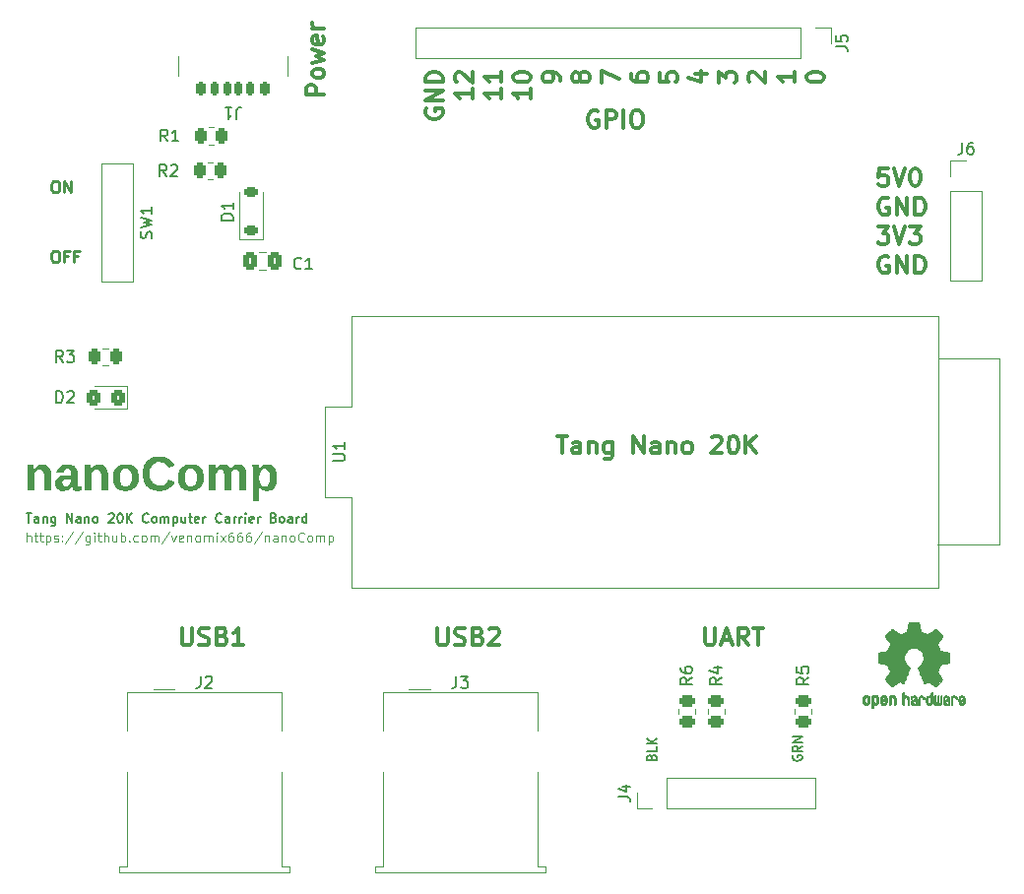
<source format=gbr>
%TF.GenerationSoftware,KiCad,Pcbnew,8.0.3*%
%TF.CreationDate,2024-07-15T12:03:27+02:00*%
%TF.ProjectId,nanoComp,6e616e6f-436f-46d7-902e-6b696361645f,A*%
%TF.SameCoordinates,Original*%
%TF.FileFunction,Legend,Top*%
%TF.FilePolarity,Positive*%
%FSLAX46Y46*%
G04 Gerber Fmt 4.6, Leading zero omitted, Abs format (unit mm)*
G04 Created by KiCad (PCBNEW 8.0.3) date 2024-07-15 12:03:27*
%MOMM*%
%LPD*%
G01*
G04 APERTURE LIST*
G04 Aperture macros list*
%AMRoundRect*
0 Rectangle with rounded corners*
0 $1 Rounding radius*
0 $2 $3 $4 $5 $6 $7 $8 $9 X,Y pos of 4 corners*
0 Add a 4 corners polygon primitive as box body*
4,1,4,$2,$3,$4,$5,$6,$7,$8,$9,$2,$3,0*
0 Add four circle primitives for the rounded corners*
1,1,$1+$1,$2,$3*
1,1,$1+$1,$4,$5*
1,1,$1+$1,$6,$7*
1,1,$1+$1,$8,$9*
0 Add four rect primitives between the rounded corners*
20,1,$1+$1,$2,$3,$4,$5,0*
20,1,$1+$1,$4,$5,$6,$7,0*
20,1,$1+$1,$6,$7,$8,$9,0*
20,1,$1+$1,$8,$9,$2,$3,0*%
G04 Aperture macros list end*
%ADD10C,0.300000*%
%ADD11C,0.250000*%
%ADD12C,0.150000*%
%ADD13C,0.100000*%
%ADD14C,0.500000*%
%ADD15C,0.120000*%
%ADD16C,0.010000*%
%ADD17RoundRect,0.175000X0.175000X0.425000X-0.175000X0.425000X-0.175000X-0.425000X0.175000X-0.425000X0*%
%ADD18RoundRect,0.190000X-0.190000X-0.410000X0.190000X-0.410000X0.190000X0.410000X-0.190000X0.410000X0*%
%ADD19RoundRect,0.200000X-0.200000X-0.400000X0.200000X-0.400000X0.200000X0.400000X-0.200000X0.400000X0*%
%ADD20RoundRect,0.175000X-0.175000X-0.425000X0.175000X-0.425000X0.175000X0.425000X-0.175000X0.425000X0*%
%ADD21RoundRect,0.190000X0.190000X0.410000X-0.190000X0.410000X-0.190000X-0.410000X0.190000X-0.410000X0*%
%ADD22RoundRect,0.200000X0.200000X0.400000X-0.200000X0.400000X-0.200000X-0.400000X0.200000X-0.400000X0*%
%ADD23O,1.100000X1.700000*%
%ADD24R,1.700000X1.700000*%
%ADD25O,1.700000X1.700000*%
%ADD26RoundRect,0.250000X-0.337500X-0.475000X0.337500X-0.475000X0.337500X0.475000X-0.337500X0.475000X0*%
%ADD27R,1.600000X1.500000*%
%ADD28C,1.600000*%
%ADD29C,3.000000*%
%ADD30C,5.700000*%
%ADD31RoundRect,0.250000X0.262500X0.450000X-0.262500X0.450000X-0.262500X-0.450000X0.262500X-0.450000X0*%
%ADD32R,1.500000X2.000000*%
%ADD33O,1.600000X2.000000*%
%ADD34RoundRect,0.250000X0.325000X0.450000X-0.325000X0.450000X-0.325000X-0.450000X0.325000X-0.450000X0*%
%ADD35RoundRect,0.250000X0.450000X-0.262500X0.450000X0.262500X-0.450000X0.262500X-0.450000X-0.262500X0*%
%ADD36RoundRect,0.250000X-0.450000X0.262500X-0.450000X-0.262500X0.450000X-0.262500X0.450000X0.262500X0*%
%ADD37RoundRect,0.225000X0.375000X-0.225000X0.375000X0.225000X-0.375000X0.225000X-0.375000X-0.225000X0*%
%ADD38R,1.500000X1.500000*%
G04 APERTURE END LIST*
D10*
X135340225Y-67372257D02*
X135197368Y-67300828D01*
X135197368Y-67300828D02*
X134983082Y-67300828D01*
X134983082Y-67300828D02*
X134768796Y-67372257D01*
X134768796Y-67372257D02*
X134625939Y-67515114D01*
X134625939Y-67515114D02*
X134554510Y-67657971D01*
X134554510Y-67657971D02*
X134483082Y-67943685D01*
X134483082Y-67943685D02*
X134483082Y-68157971D01*
X134483082Y-68157971D02*
X134554510Y-68443685D01*
X134554510Y-68443685D02*
X134625939Y-68586542D01*
X134625939Y-68586542D02*
X134768796Y-68729400D01*
X134768796Y-68729400D02*
X134983082Y-68800828D01*
X134983082Y-68800828D02*
X135125939Y-68800828D01*
X135125939Y-68800828D02*
X135340225Y-68729400D01*
X135340225Y-68729400D02*
X135411653Y-68657971D01*
X135411653Y-68657971D02*
X135411653Y-68157971D01*
X135411653Y-68157971D02*
X135125939Y-68157971D01*
X136054510Y-68800828D02*
X136054510Y-67300828D01*
X136054510Y-67300828D02*
X136625939Y-67300828D01*
X136625939Y-67300828D02*
X136768796Y-67372257D01*
X136768796Y-67372257D02*
X136840225Y-67443685D01*
X136840225Y-67443685D02*
X136911653Y-67586542D01*
X136911653Y-67586542D02*
X136911653Y-67800828D01*
X136911653Y-67800828D02*
X136840225Y-67943685D01*
X136840225Y-67943685D02*
X136768796Y-68015114D01*
X136768796Y-68015114D02*
X136625939Y-68086542D01*
X136625939Y-68086542D02*
X136054510Y-68086542D01*
X137554510Y-68800828D02*
X137554510Y-67300828D01*
X138554511Y-67300828D02*
X138840225Y-67300828D01*
X138840225Y-67300828D02*
X138983082Y-67372257D01*
X138983082Y-67372257D02*
X139125939Y-67515114D01*
X139125939Y-67515114D02*
X139197368Y-67800828D01*
X139197368Y-67800828D02*
X139197368Y-68300828D01*
X139197368Y-68300828D02*
X139125939Y-68586542D01*
X139125939Y-68586542D02*
X138983082Y-68729400D01*
X138983082Y-68729400D02*
X138840225Y-68800828D01*
X138840225Y-68800828D02*
X138554511Y-68800828D01*
X138554511Y-68800828D02*
X138411654Y-68729400D01*
X138411654Y-68729400D02*
X138268796Y-68586542D01*
X138268796Y-68586542D02*
X138197368Y-68300828D01*
X138197368Y-68300828D02*
X138197368Y-67800828D01*
X138197368Y-67800828D02*
X138268796Y-67515114D01*
X138268796Y-67515114D02*
X138411654Y-67372257D01*
X138411654Y-67372257D02*
X138554511Y-67300828D01*
D11*
X88593044Y-73364619D02*
X88783520Y-73364619D01*
X88783520Y-73364619D02*
X88878758Y-73412238D01*
X88878758Y-73412238D02*
X88973996Y-73507476D01*
X88973996Y-73507476D02*
X89021615Y-73697952D01*
X89021615Y-73697952D02*
X89021615Y-74031285D01*
X89021615Y-74031285D02*
X88973996Y-74221761D01*
X88973996Y-74221761D02*
X88878758Y-74317000D01*
X88878758Y-74317000D02*
X88783520Y-74364619D01*
X88783520Y-74364619D02*
X88593044Y-74364619D01*
X88593044Y-74364619D02*
X88497806Y-74317000D01*
X88497806Y-74317000D02*
X88402568Y-74221761D01*
X88402568Y-74221761D02*
X88354949Y-74031285D01*
X88354949Y-74031285D02*
X88354949Y-73697952D01*
X88354949Y-73697952D02*
X88402568Y-73507476D01*
X88402568Y-73507476D02*
X88497806Y-73412238D01*
X88497806Y-73412238D02*
X88593044Y-73364619D01*
X89450187Y-74364619D02*
X89450187Y-73364619D01*
X89450187Y-73364619D02*
X90021615Y-74364619D01*
X90021615Y-74364619D02*
X90021615Y-73364619D01*
D10*
X133764253Y-64588345D02*
X133692825Y-64731202D01*
X133692825Y-64731202D02*
X133621396Y-64802631D01*
X133621396Y-64802631D02*
X133478539Y-64874059D01*
X133478539Y-64874059D02*
X133407110Y-64874059D01*
X133407110Y-64874059D02*
X133264253Y-64802631D01*
X133264253Y-64802631D02*
X133192825Y-64731202D01*
X133192825Y-64731202D02*
X133121396Y-64588345D01*
X133121396Y-64588345D02*
X133121396Y-64302631D01*
X133121396Y-64302631D02*
X133192825Y-64159774D01*
X133192825Y-64159774D02*
X133264253Y-64088345D01*
X133264253Y-64088345D02*
X133407110Y-64016916D01*
X133407110Y-64016916D02*
X133478539Y-64016916D01*
X133478539Y-64016916D02*
X133621396Y-64088345D01*
X133621396Y-64088345D02*
X133692825Y-64159774D01*
X133692825Y-64159774D02*
X133764253Y-64302631D01*
X133764253Y-64302631D02*
X133764253Y-64588345D01*
X133764253Y-64588345D02*
X133835682Y-64731202D01*
X133835682Y-64731202D02*
X133907110Y-64802631D01*
X133907110Y-64802631D02*
X134049968Y-64874059D01*
X134049968Y-64874059D02*
X134335682Y-64874059D01*
X134335682Y-64874059D02*
X134478539Y-64802631D01*
X134478539Y-64802631D02*
X134549968Y-64731202D01*
X134549968Y-64731202D02*
X134621396Y-64588345D01*
X134621396Y-64588345D02*
X134621396Y-64302631D01*
X134621396Y-64302631D02*
X134549968Y-64159774D01*
X134549968Y-64159774D02*
X134478539Y-64088345D01*
X134478539Y-64088345D02*
X134335682Y-64016916D01*
X134335682Y-64016916D02*
X134049968Y-64016916D01*
X134049968Y-64016916D02*
X133907110Y-64088345D01*
X133907110Y-64088345D02*
X133835682Y-64159774D01*
X133835682Y-64159774D02*
X133764253Y-64302631D01*
X99554510Y-111800828D02*
X99554510Y-113015114D01*
X99554510Y-113015114D02*
X99625939Y-113157971D01*
X99625939Y-113157971D02*
X99697368Y-113229400D01*
X99697368Y-113229400D02*
X99840225Y-113300828D01*
X99840225Y-113300828D02*
X100125939Y-113300828D01*
X100125939Y-113300828D02*
X100268796Y-113229400D01*
X100268796Y-113229400D02*
X100340225Y-113157971D01*
X100340225Y-113157971D02*
X100411653Y-113015114D01*
X100411653Y-113015114D02*
X100411653Y-111800828D01*
X101054511Y-113229400D02*
X101268797Y-113300828D01*
X101268797Y-113300828D02*
X101625939Y-113300828D01*
X101625939Y-113300828D02*
X101768797Y-113229400D01*
X101768797Y-113229400D02*
X101840225Y-113157971D01*
X101840225Y-113157971D02*
X101911654Y-113015114D01*
X101911654Y-113015114D02*
X101911654Y-112872257D01*
X101911654Y-112872257D02*
X101840225Y-112729400D01*
X101840225Y-112729400D02*
X101768797Y-112657971D01*
X101768797Y-112657971D02*
X101625939Y-112586542D01*
X101625939Y-112586542D02*
X101340225Y-112515114D01*
X101340225Y-112515114D02*
X101197368Y-112443685D01*
X101197368Y-112443685D02*
X101125939Y-112372257D01*
X101125939Y-112372257D02*
X101054511Y-112229400D01*
X101054511Y-112229400D02*
X101054511Y-112086542D01*
X101054511Y-112086542D02*
X101125939Y-111943685D01*
X101125939Y-111943685D02*
X101197368Y-111872257D01*
X101197368Y-111872257D02*
X101340225Y-111800828D01*
X101340225Y-111800828D02*
X101697368Y-111800828D01*
X101697368Y-111800828D02*
X101911654Y-111872257D01*
X103054510Y-112515114D02*
X103268796Y-112586542D01*
X103268796Y-112586542D02*
X103340225Y-112657971D01*
X103340225Y-112657971D02*
X103411653Y-112800828D01*
X103411653Y-112800828D02*
X103411653Y-113015114D01*
X103411653Y-113015114D02*
X103340225Y-113157971D01*
X103340225Y-113157971D02*
X103268796Y-113229400D01*
X103268796Y-113229400D02*
X103125939Y-113300828D01*
X103125939Y-113300828D02*
X102554510Y-113300828D01*
X102554510Y-113300828D02*
X102554510Y-111800828D01*
X102554510Y-111800828D02*
X103054510Y-111800828D01*
X103054510Y-111800828D02*
X103197368Y-111872257D01*
X103197368Y-111872257D02*
X103268796Y-111943685D01*
X103268796Y-111943685D02*
X103340225Y-112086542D01*
X103340225Y-112086542D02*
X103340225Y-112229400D01*
X103340225Y-112229400D02*
X103268796Y-112372257D01*
X103268796Y-112372257D02*
X103197368Y-112443685D01*
X103197368Y-112443685D02*
X103054510Y-112515114D01*
X103054510Y-112515114D02*
X102554510Y-112515114D01*
X104840225Y-113300828D02*
X103983082Y-113300828D01*
X104411653Y-113300828D02*
X104411653Y-111800828D01*
X104411653Y-111800828D02*
X104268796Y-112015114D01*
X104268796Y-112015114D02*
X104125939Y-112157971D01*
X104125939Y-112157971D02*
X103983082Y-112229400D01*
X160340225Y-74872257D02*
X160197368Y-74800828D01*
X160197368Y-74800828D02*
X159983082Y-74800828D01*
X159983082Y-74800828D02*
X159768796Y-74872257D01*
X159768796Y-74872257D02*
X159625939Y-75015114D01*
X159625939Y-75015114D02*
X159554510Y-75157971D01*
X159554510Y-75157971D02*
X159483082Y-75443685D01*
X159483082Y-75443685D02*
X159483082Y-75657971D01*
X159483082Y-75657971D02*
X159554510Y-75943685D01*
X159554510Y-75943685D02*
X159625939Y-76086542D01*
X159625939Y-76086542D02*
X159768796Y-76229400D01*
X159768796Y-76229400D02*
X159983082Y-76300828D01*
X159983082Y-76300828D02*
X160125939Y-76300828D01*
X160125939Y-76300828D02*
X160340225Y-76229400D01*
X160340225Y-76229400D02*
X160411653Y-76157971D01*
X160411653Y-76157971D02*
X160411653Y-75657971D01*
X160411653Y-75657971D02*
X160125939Y-75657971D01*
X161054510Y-76300828D02*
X161054510Y-74800828D01*
X161054510Y-74800828D02*
X161911653Y-76300828D01*
X161911653Y-76300828D02*
X161911653Y-74800828D01*
X162625939Y-76300828D02*
X162625939Y-74800828D01*
X162625939Y-74800828D02*
X162983082Y-74800828D01*
X162983082Y-74800828D02*
X163197368Y-74872257D01*
X163197368Y-74872257D02*
X163340225Y-75015114D01*
X163340225Y-75015114D02*
X163411654Y-75157971D01*
X163411654Y-75157971D02*
X163483082Y-75443685D01*
X163483082Y-75443685D02*
X163483082Y-75657971D01*
X163483082Y-75657971D02*
X163411654Y-75943685D01*
X163411654Y-75943685D02*
X163340225Y-76086542D01*
X163340225Y-76086542D02*
X163197368Y-76229400D01*
X163197368Y-76229400D02*
X162983082Y-76300828D01*
X162983082Y-76300828D02*
X162625939Y-76300828D01*
X121554510Y-111800828D02*
X121554510Y-113015114D01*
X121554510Y-113015114D02*
X121625939Y-113157971D01*
X121625939Y-113157971D02*
X121697368Y-113229400D01*
X121697368Y-113229400D02*
X121840225Y-113300828D01*
X121840225Y-113300828D02*
X122125939Y-113300828D01*
X122125939Y-113300828D02*
X122268796Y-113229400D01*
X122268796Y-113229400D02*
X122340225Y-113157971D01*
X122340225Y-113157971D02*
X122411653Y-113015114D01*
X122411653Y-113015114D02*
X122411653Y-111800828D01*
X123054511Y-113229400D02*
X123268797Y-113300828D01*
X123268797Y-113300828D02*
X123625939Y-113300828D01*
X123625939Y-113300828D02*
X123768797Y-113229400D01*
X123768797Y-113229400D02*
X123840225Y-113157971D01*
X123840225Y-113157971D02*
X123911654Y-113015114D01*
X123911654Y-113015114D02*
X123911654Y-112872257D01*
X123911654Y-112872257D02*
X123840225Y-112729400D01*
X123840225Y-112729400D02*
X123768797Y-112657971D01*
X123768797Y-112657971D02*
X123625939Y-112586542D01*
X123625939Y-112586542D02*
X123340225Y-112515114D01*
X123340225Y-112515114D02*
X123197368Y-112443685D01*
X123197368Y-112443685D02*
X123125939Y-112372257D01*
X123125939Y-112372257D02*
X123054511Y-112229400D01*
X123054511Y-112229400D02*
X123054511Y-112086542D01*
X123054511Y-112086542D02*
X123125939Y-111943685D01*
X123125939Y-111943685D02*
X123197368Y-111872257D01*
X123197368Y-111872257D02*
X123340225Y-111800828D01*
X123340225Y-111800828D02*
X123697368Y-111800828D01*
X123697368Y-111800828D02*
X123911654Y-111872257D01*
X125054510Y-112515114D02*
X125268796Y-112586542D01*
X125268796Y-112586542D02*
X125340225Y-112657971D01*
X125340225Y-112657971D02*
X125411653Y-112800828D01*
X125411653Y-112800828D02*
X125411653Y-113015114D01*
X125411653Y-113015114D02*
X125340225Y-113157971D01*
X125340225Y-113157971D02*
X125268796Y-113229400D01*
X125268796Y-113229400D02*
X125125939Y-113300828D01*
X125125939Y-113300828D02*
X124554510Y-113300828D01*
X124554510Y-113300828D02*
X124554510Y-111800828D01*
X124554510Y-111800828D02*
X125054510Y-111800828D01*
X125054510Y-111800828D02*
X125197368Y-111872257D01*
X125197368Y-111872257D02*
X125268796Y-111943685D01*
X125268796Y-111943685D02*
X125340225Y-112086542D01*
X125340225Y-112086542D02*
X125340225Y-112229400D01*
X125340225Y-112229400D02*
X125268796Y-112372257D01*
X125268796Y-112372257D02*
X125197368Y-112443685D01*
X125197368Y-112443685D02*
X125054510Y-112515114D01*
X125054510Y-112515114D02*
X124554510Y-112515114D01*
X125983082Y-111943685D02*
X126054510Y-111872257D01*
X126054510Y-111872257D02*
X126197368Y-111800828D01*
X126197368Y-111800828D02*
X126554510Y-111800828D01*
X126554510Y-111800828D02*
X126697368Y-111872257D01*
X126697368Y-111872257D02*
X126768796Y-111943685D01*
X126768796Y-111943685D02*
X126840225Y-112086542D01*
X126840225Y-112086542D02*
X126840225Y-112229400D01*
X126840225Y-112229400D02*
X126768796Y-112443685D01*
X126768796Y-112443685D02*
X125911653Y-113300828D01*
X125911653Y-113300828D02*
X126840225Y-113300828D01*
X124531684Y-65445487D02*
X124531684Y-66302630D01*
X124531684Y-65874059D02*
X123031684Y-65874059D01*
X123031684Y-65874059D02*
X123245970Y-66016916D01*
X123245970Y-66016916D02*
X123388827Y-66159773D01*
X123388827Y-66159773D02*
X123460256Y-66302630D01*
X123174541Y-64874059D02*
X123103113Y-64802631D01*
X123103113Y-64802631D02*
X123031684Y-64659774D01*
X123031684Y-64659774D02*
X123031684Y-64302631D01*
X123031684Y-64302631D02*
X123103113Y-64159774D01*
X123103113Y-64159774D02*
X123174541Y-64088345D01*
X123174541Y-64088345D02*
X123317398Y-64016916D01*
X123317398Y-64016916D02*
X123460256Y-64016916D01*
X123460256Y-64016916D02*
X123674541Y-64088345D01*
X123674541Y-64088345D02*
X124531684Y-64945488D01*
X124531684Y-64945488D02*
X124531684Y-64016916D01*
X129576540Y-65445487D02*
X129576540Y-66302630D01*
X129576540Y-65874059D02*
X128076540Y-65874059D01*
X128076540Y-65874059D02*
X128290826Y-66016916D01*
X128290826Y-66016916D02*
X128433683Y-66159773D01*
X128433683Y-66159773D02*
X128505112Y-66302630D01*
X128076540Y-64516916D02*
X128076540Y-64374059D01*
X128076540Y-64374059D02*
X128147969Y-64231202D01*
X128147969Y-64231202D02*
X128219397Y-64159774D01*
X128219397Y-64159774D02*
X128362254Y-64088345D01*
X128362254Y-64088345D02*
X128647969Y-64016916D01*
X128647969Y-64016916D02*
X129005112Y-64016916D01*
X129005112Y-64016916D02*
X129290826Y-64088345D01*
X129290826Y-64088345D02*
X129433683Y-64159774D01*
X129433683Y-64159774D02*
X129505112Y-64231202D01*
X129505112Y-64231202D02*
X129576540Y-64374059D01*
X129576540Y-64374059D02*
X129576540Y-64516916D01*
X129576540Y-64516916D02*
X129505112Y-64659774D01*
X129505112Y-64659774D02*
X129433683Y-64731202D01*
X129433683Y-64731202D02*
X129290826Y-64802631D01*
X129290826Y-64802631D02*
X129005112Y-64874059D01*
X129005112Y-64874059D02*
X128647969Y-64874059D01*
X128647969Y-64874059D02*
X128362254Y-64802631D01*
X128362254Y-64802631D02*
X128219397Y-64731202D01*
X128219397Y-64731202D02*
X128147969Y-64659774D01*
X128147969Y-64659774D02*
X128076540Y-64516916D01*
X143711108Y-64159774D02*
X144711108Y-64159774D01*
X143139680Y-64516916D02*
X144211108Y-64874059D01*
X144211108Y-64874059D02*
X144211108Y-63945488D01*
X153300820Y-64516916D02*
X153300820Y-64374059D01*
X153300820Y-64374059D02*
X153372249Y-64231202D01*
X153372249Y-64231202D02*
X153443677Y-64159774D01*
X153443677Y-64159774D02*
X153586534Y-64088345D01*
X153586534Y-64088345D02*
X153872249Y-64016916D01*
X153872249Y-64016916D02*
X154229392Y-64016916D01*
X154229392Y-64016916D02*
X154515106Y-64088345D01*
X154515106Y-64088345D02*
X154657963Y-64159774D01*
X154657963Y-64159774D02*
X154729392Y-64231202D01*
X154729392Y-64231202D02*
X154800820Y-64374059D01*
X154800820Y-64374059D02*
X154800820Y-64516916D01*
X154800820Y-64516916D02*
X154729392Y-64659774D01*
X154729392Y-64659774D02*
X154657963Y-64731202D01*
X154657963Y-64731202D02*
X154515106Y-64802631D01*
X154515106Y-64802631D02*
X154229392Y-64874059D01*
X154229392Y-64874059D02*
X153872249Y-64874059D01*
X153872249Y-64874059D02*
X153586534Y-64802631D01*
X153586534Y-64802631D02*
X153443677Y-64731202D01*
X153443677Y-64731202D02*
X153372249Y-64659774D01*
X153372249Y-64659774D02*
X153300820Y-64516916D01*
X145733536Y-64945488D02*
X145733536Y-64016916D01*
X145733536Y-64016916D02*
X146304965Y-64516916D01*
X146304965Y-64516916D02*
X146304965Y-64302631D01*
X146304965Y-64302631D02*
X146376393Y-64159774D01*
X146376393Y-64159774D02*
X146447822Y-64088345D01*
X146447822Y-64088345D02*
X146590679Y-64016916D01*
X146590679Y-64016916D02*
X146947822Y-64016916D01*
X146947822Y-64016916D02*
X147090679Y-64088345D01*
X147090679Y-64088345D02*
X147162108Y-64159774D01*
X147162108Y-64159774D02*
X147233536Y-64302631D01*
X147233536Y-64302631D02*
X147233536Y-64731202D01*
X147233536Y-64731202D02*
X147162108Y-64874059D01*
X147162108Y-64874059D02*
X147090679Y-64945488D01*
X120580685Y-67159774D02*
X120509256Y-67302632D01*
X120509256Y-67302632D02*
X120509256Y-67516917D01*
X120509256Y-67516917D02*
X120580685Y-67731203D01*
X120580685Y-67731203D02*
X120723542Y-67874060D01*
X120723542Y-67874060D02*
X120866399Y-67945489D01*
X120866399Y-67945489D02*
X121152113Y-68016917D01*
X121152113Y-68016917D02*
X121366399Y-68016917D01*
X121366399Y-68016917D02*
X121652113Y-67945489D01*
X121652113Y-67945489D02*
X121794970Y-67874060D01*
X121794970Y-67874060D02*
X121937828Y-67731203D01*
X121937828Y-67731203D02*
X122009256Y-67516917D01*
X122009256Y-67516917D02*
X122009256Y-67374060D01*
X122009256Y-67374060D02*
X121937828Y-67159774D01*
X121937828Y-67159774D02*
X121866399Y-67088346D01*
X121866399Y-67088346D02*
X121366399Y-67088346D01*
X121366399Y-67088346D02*
X121366399Y-67374060D01*
X122009256Y-66445489D02*
X120509256Y-66445489D01*
X120509256Y-66445489D02*
X122009256Y-65588346D01*
X122009256Y-65588346D02*
X120509256Y-65588346D01*
X122009256Y-64874060D02*
X120509256Y-64874060D01*
X120509256Y-64874060D02*
X120509256Y-64516917D01*
X120509256Y-64516917D02*
X120580685Y-64302631D01*
X120580685Y-64302631D02*
X120723542Y-64159774D01*
X120723542Y-64159774D02*
X120866399Y-64088345D01*
X120866399Y-64088345D02*
X121152113Y-64016917D01*
X121152113Y-64016917D02*
X121366399Y-64016917D01*
X121366399Y-64016917D02*
X121652113Y-64088345D01*
X121652113Y-64088345D02*
X121794970Y-64159774D01*
X121794970Y-64159774D02*
X121937828Y-64302631D01*
X121937828Y-64302631D02*
X122009256Y-64516917D01*
X122009256Y-64516917D02*
X122009256Y-64874060D01*
D11*
X88593044Y-79364619D02*
X88783520Y-79364619D01*
X88783520Y-79364619D02*
X88878758Y-79412238D01*
X88878758Y-79412238D02*
X88973996Y-79507476D01*
X88973996Y-79507476D02*
X89021615Y-79697952D01*
X89021615Y-79697952D02*
X89021615Y-80031285D01*
X89021615Y-80031285D02*
X88973996Y-80221761D01*
X88973996Y-80221761D02*
X88878758Y-80317000D01*
X88878758Y-80317000D02*
X88783520Y-80364619D01*
X88783520Y-80364619D02*
X88593044Y-80364619D01*
X88593044Y-80364619D02*
X88497806Y-80317000D01*
X88497806Y-80317000D02*
X88402568Y-80221761D01*
X88402568Y-80221761D02*
X88354949Y-80031285D01*
X88354949Y-80031285D02*
X88354949Y-79697952D01*
X88354949Y-79697952D02*
X88402568Y-79507476D01*
X88402568Y-79507476D02*
X88497806Y-79412238D01*
X88497806Y-79412238D02*
X88593044Y-79364619D01*
X89783520Y-79840809D02*
X89450187Y-79840809D01*
X89450187Y-80364619D02*
X89450187Y-79364619D01*
X89450187Y-79364619D02*
X89926377Y-79364619D01*
X90640663Y-79840809D02*
X90307330Y-79840809D01*
X90307330Y-80364619D02*
X90307330Y-79364619D01*
X90307330Y-79364619D02*
X90783520Y-79364619D01*
D10*
X159411653Y-77300828D02*
X160340225Y-77300828D01*
X160340225Y-77300828D02*
X159840225Y-77872257D01*
X159840225Y-77872257D02*
X160054510Y-77872257D01*
X160054510Y-77872257D02*
X160197368Y-77943685D01*
X160197368Y-77943685D02*
X160268796Y-78015114D01*
X160268796Y-78015114D02*
X160340225Y-78157971D01*
X160340225Y-78157971D02*
X160340225Y-78515114D01*
X160340225Y-78515114D02*
X160268796Y-78657971D01*
X160268796Y-78657971D02*
X160197368Y-78729400D01*
X160197368Y-78729400D02*
X160054510Y-78800828D01*
X160054510Y-78800828D02*
X159625939Y-78800828D01*
X159625939Y-78800828D02*
X159483082Y-78729400D01*
X159483082Y-78729400D02*
X159411653Y-78657971D01*
X160768796Y-77300828D02*
X161268796Y-78800828D01*
X161268796Y-78800828D02*
X161768796Y-77300828D01*
X162125938Y-77300828D02*
X163054510Y-77300828D01*
X163054510Y-77300828D02*
X162554510Y-77872257D01*
X162554510Y-77872257D02*
X162768795Y-77872257D01*
X162768795Y-77872257D02*
X162911653Y-77943685D01*
X162911653Y-77943685D02*
X162983081Y-78015114D01*
X162983081Y-78015114D02*
X163054510Y-78157971D01*
X163054510Y-78157971D02*
X163054510Y-78515114D01*
X163054510Y-78515114D02*
X162983081Y-78657971D01*
X162983081Y-78657971D02*
X162911653Y-78729400D01*
X162911653Y-78729400D02*
X162768795Y-78800828D01*
X162768795Y-78800828D02*
X162340224Y-78800828D01*
X162340224Y-78800828D02*
X162197367Y-78729400D01*
X162197367Y-78729400D02*
X162125938Y-78657971D01*
D12*
X139975247Y-122944173D02*
X140013342Y-122829887D01*
X140013342Y-122829887D02*
X140051438Y-122791792D01*
X140051438Y-122791792D02*
X140127628Y-122753696D01*
X140127628Y-122753696D02*
X140241914Y-122753696D01*
X140241914Y-122753696D02*
X140318104Y-122791792D01*
X140318104Y-122791792D02*
X140356200Y-122829887D01*
X140356200Y-122829887D02*
X140394295Y-122906077D01*
X140394295Y-122906077D02*
X140394295Y-123210839D01*
X140394295Y-123210839D02*
X139594295Y-123210839D01*
X139594295Y-123210839D02*
X139594295Y-122944173D01*
X139594295Y-122944173D02*
X139632390Y-122867982D01*
X139632390Y-122867982D02*
X139670485Y-122829887D01*
X139670485Y-122829887D02*
X139746676Y-122791792D01*
X139746676Y-122791792D02*
X139822866Y-122791792D01*
X139822866Y-122791792D02*
X139899057Y-122829887D01*
X139899057Y-122829887D02*
X139937152Y-122867982D01*
X139937152Y-122867982D02*
X139975247Y-122944173D01*
X139975247Y-122944173D02*
X139975247Y-123210839D01*
X140394295Y-122029887D02*
X140394295Y-122410839D01*
X140394295Y-122410839D02*
X139594295Y-122410839D01*
X140394295Y-121763220D02*
X139594295Y-121763220D01*
X140394295Y-121306077D02*
X139937152Y-121648935D01*
X139594295Y-121306077D02*
X140051438Y-121763220D01*
X152132390Y-122791792D02*
X152094295Y-122867982D01*
X152094295Y-122867982D02*
X152094295Y-122982268D01*
X152094295Y-122982268D02*
X152132390Y-123096554D01*
X152132390Y-123096554D02*
X152208580Y-123172744D01*
X152208580Y-123172744D02*
X152284771Y-123210839D01*
X152284771Y-123210839D02*
X152437152Y-123248935D01*
X152437152Y-123248935D02*
X152551438Y-123248935D01*
X152551438Y-123248935D02*
X152703819Y-123210839D01*
X152703819Y-123210839D02*
X152780009Y-123172744D01*
X152780009Y-123172744D02*
X152856200Y-123096554D01*
X152856200Y-123096554D02*
X152894295Y-122982268D01*
X152894295Y-122982268D02*
X152894295Y-122906077D01*
X152894295Y-122906077D02*
X152856200Y-122791792D01*
X152856200Y-122791792D02*
X152818104Y-122753696D01*
X152818104Y-122753696D02*
X152551438Y-122753696D01*
X152551438Y-122753696D02*
X152551438Y-122906077D01*
X152894295Y-121953696D02*
X152513342Y-122220363D01*
X152894295Y-122410839D02*
X152094295Y-122410839D01*
X152094295Y-122410839D02*
X152094295Y-122106077D01*
X152094295Y-122106077D02*
X152132390Y-122029887D01*
X152132390Y-122029887D02*
X152170485Y-121991792D01*
X152170485Y-121991792D02*
X152246676Y-121953696D01*
X152246676Y-121953696D02*
X152360961Y-121953696D01*
X152360961Y-121953696D02*
X152437152Y-121991792D01*
X152437152Y-121991792D02*
X152475247Y-122029887D01*
X152475247Y-122029887D02*
X152513342Y-122106077D01*
X152513342Y-122106077D02*
X152513342Y-122410839D01*
X152894295Y-121610839D02*
X152094295Y-121610839D01*
X152094295Y-121610839D02*
X152894295Y-121153696D01*
X152894295Y-121153696D02*
X152094295Y-121153696D01*
D10*
X127054112Y-65445487D02*
X127054112Y-66302630D01*
X127054112Y-65874059D02*
X125554112Y-65874059D01*
X125554112Y-65874059D02*
X125768398Y-66016916D01*
X125768398Y-66016916D02*
X125911255Y-66159773D01*
X125911255Y-66159773D02*
X125982684Y-66302630D01*
X127054112Y-64016916D02*
X127054112Y-64874059D01*
X127054112Y-64445488D02*
X125554112Y-64445488D01*
X125554112Y-64445488D02*
X125768398Y-64588345D01*
X125768398Y-64588345D02*
X125911255Y-64731202D01*
X125911255Y-64731202D02*
X125982684Y-64874059D01*
X135643824Y-64945488D02*
X135643824Y-63945488D01*
X135643824Y-63945488D02*
X137143824Y-64588345D01*
X140688680Y-64088345D02*
X140688680Y-64802631D01*
X140688680Y-64802631D02*
X141402966Y-64874059D01*
X141402966Y-64874059D02*
X141331537Y-64802631D01*
X141331537Y-64802631D02*
X141260109Y-64659774D01*
X141260109Y-64659774D02*
X141260109Y-64302631D01*
X141260109Y-64302631D02*
X141331537Y-64159774D01*
X141331537Y-64159774D02*
X141402966Y-64088345D01*
X141402966Y-64088345D02*
X141545823Y-64016916D01*
X141545823Y-64016916D02*
X141902966Y-64016916D01*
X141902966Y-64016916D02*
X142045823Y-64088345D01*
X142045823Y-64088345D02*
X142117252Y-64159774D01*
X142117252Y-64159774D02*
X142188680Y-64302631D01*
X142188680Y-64302631D02*
X142188680Y-64659774D01*
X142188680Y-64659774D02*
X142117252Y-64802631D01*
X142117252Y-64802631D02*
X142045823Y-64874059D01*
X160268796Y-72300828D02*
X159554510Y-72300828D01*
X159554510Y-72300828D02*
X159483082Y-73015114D01*
X159483082Y-73015114D02*
X159554510Y-72943685D01*
X159554510Y-72943685D02*
X159697368Y-72872257D01*
X159697368Y-72872257D02*
X160054510Y-72872257D01*
X160054510Y-72872257D02*
X160197368Y-72943685D01*
X160197368Y-72943685D02*
X160268796Y-73015114D01*
X160268796Y-73015114D02*
X160340225Y-73157971D01*
X160340225Y-73157971D02*
X160340225Y-73515114D01*
X160340225Y-73515114D02*
X160268796Y-73657971D01*
X160268796Y-73657971D02*
X160197368Y-73729400D01*
X160197368Y-73729400D02*
X160054510Y-73800828D01*
X160054510Y-73800828D02*
X159697368Y-73800828D01*
X159697368Y-73800828D02*
X159554510Y-73729400D01*
X159554510Y-73729400D02*
X159483082Y-73657971D01*
X160768796Y-72300828D02*
X161268796Y-73800828D01*
X161268796Y-73800828D02*
X161768796Y-72300828D01*
X162554510Y-72300828D02*
X162697367Y-72300828D01*
X162697367Y-72300828D02*
X162840224Y-72372257D01*
X162840224Y-72372257D02*
X162911653Y-72443685D01*
X162911653Y-72443685D02*
X162983081Y-72586542D01*
X162983081Y-72586542D02*
X163054510Y-72872257D01*
X163054510Y-72872257D02*
X163054510Y-73229400D01*
X163054510Y-73229400D02*
X162983081Y-73515114D01*
X162983081Y-73515114D02*
X162911653Y-73657971D01*
X162911653Y-73657971D02*
X162840224Y-73729400D01*
X162840224Y-73729400D02*
X162697367Y-73800828D01*
X162697367Y-73800828D02*
X162554510Y-73800828D01*
X162554510Y-73800828D02*
X162411653Y-73729400D01*
X162411653Y-73729400D02*
X162340224Y-73657971D01*
X162340224Y-73657971D02*
X162268795Y-73515114D01*
X162268795Y-73515114D02*
X162197367Y-73229400D01*
X162197367Y-73229400D02*
X162197367Y-72872257D01*
X162197367Y-72872257D02*
X162268795Y-72586542D01*
X162268795Y-72586542D02*
X162340224Y-72443685D01*
X162340224Y-72443685D02*
X162411653Y-72372257D01*
X162411653Y-72372257D02*
X162554510Y-72300828D01*
D12*
X86174874Y-101965635D02*
X86632017Y-101965635D01*
X86403445Y-102765635D02*
X86403445Y-101965635D01*
X87241541Y-102765635D02*
X87241541Y-102346587D01*
X87241541Y-102346587D02*
X87203446Y-102270397D01*
X87203446Y-102270397D02*
X87127255Y-102232301D01*
X87127255Y-102232301D02*
X86974874Y-102232301D01*
X86974874Y-102232301D02*
X86898684Y-102270397D01*
X87241541Y-102727540D02*
X87165350Y-102765635D01*
X87165350Y-102765635D02*
X86974874Y-102765635D01*
X86974874Y-102765635D02*
X86898684Y-102727540D01*
X86898684Y-102727540D02*
X86860588Y-102651349D01*
X86860588Y-102651349D02*
X86860588Y-102575159D01*
X86860588Y-102575159D02*
X86898684Y-102498968D01*
X86898684Y-102498968D02*
X86974874Y-102460873D01*
X86974874Y-102460873D02*
X87165350Y-102460873D01*
X87165350Y-102460873D02*
X87241541Y-102422778D01*
X87622494Y-102232301D02*
X87622494Y-102765635D01*
X87622494Y-102308492D02*
X87660589Y-102270397D01*
X87660589Y-102270397D02*
X87736779Y-102232301D01*
X87736779Y-102232301D02*
X87851065Y-102232301D01*
X87851065Y-102232301D02*
X87927256Y-102270397D01*
X87927256Y-102270397D02*
X87965351Y-102346587D01*
X87965351Y-102346587D02*
X87965351Y-102765635D01*
X88689161Y-102232301D02*
X88689161Y-102879920D01*
X88689161Y-102879920D02*
X88651066Y-102956111D01*
X88651066Y-102956111D02*
X88612970Y-102994206D01*
X88612970Y-102994206D02*
X88536780Y-103032301D01*
X88536780Y-103032301D02*
X88422494Y-103032301D01*
X88422494Y-103032301D02*
X88346304Y-102994206D01*
X88689161Y-102727540D02*
X88612970Y-102765635D01*
X88612970Y-102765635D02*
X88460589Y-102765635D01*
X88460589Y-102765635D02*
X88384399Y-102727540D01*
X88384399Y-102727540D02*
X88346304Y-102689444D01*
X88346304Y-102689444D02*
X88308208Y-102613254D01*
X88308208Y-102613254D02*
X88308208Y-102384682D01*
X88308208Y-102384682D02*
X88346304Y-102308492D01*
X88346304Y-102308492D02*
X88384399Y-102270397D01*
X88384399Y-102270397D02*
X88460589Y-102232301D01*
X88460589Y-102232301D02*
X88612970Y-102232301D01*
X88612970Y-102232301D02*
X88689161Y-102270397D01*
X89679638Y-102765635D02*
X89679638Y-101965635D01*
X89679638Y-101965635D02*
X90136781Y-102765635D01*
X90136781Y-102765635D02*
X90136781Y-101965635D01*
X90860590Y-102765635D02*
X90860590Y-102346587D01*
X90860590Y-102346587D02*
X90822495Y-102270397D01*
X90822495Y-102270397D02*
X90746304Y-102232301D01*
X90746304Y-102232301D02*
X90593923Y-102232301D01*
X90593923Y-102232301D02*
X90517733Y-102270397D01*
X90860590Y-102727540D02*
X90784399Y-102765635D01*
X90784399Y-102765635D02*
X90593923Y-102765635D01*
X90593923Y-102765635D02*
X90517733Y-102727540D01*
X90517733Y-102727540D02*
X90479637Y-102651349D01*
X90479637Y-102651349D02*
X90479637Y-102575159D01*
X90479637Y-102575159D02*
X90517733Y-102498968D01*
X90517733Y-102498968D02*
X90593923Y-102460873D01*
X90593923Y-102460873D02*
X90784399Y-102460873D01*
X90784399Y-102460873D02*
X90860590Y-102422778D01*
X91241543Y-102232301D02*
X91241543Y-102765635D01*
X91241543Y-102308492D02*
X91279638Y-102270397D01*
X91279638Y-102270397D02*
X91355828Y-102232301D01*
X91355828Y-102232301D02*
X91470114Y-102232301D01*
X91470114Y-102232301D02*
X91546305Y-102270397D01*
X91546305Y-102270397D02*
X91584400Y-102346587D01*
X91584400Y-102346587D02*
X91584400Y-102765635D01*
X92079638Y-102765635D02*
X92003448Y-102727540D01*
X92003448Y-102727540D02*
X91965353Y-102689444D01*
X91965353Y-102689444D02*
X91927257Y-102613254D01*
X91927257Y-102613254D02*
X91927257Y-102384682D01*
X91927257Y-102384682D02*
X91965353Y-102308492D01*
X91965353Y-102308492D02*
X92003448Y-102270397D01*
X92003448Y-102270397D02*
X92079638Y-102232301D01*
X92079638Y-102232301D02*
X92193924Y-102232301D01*
X92193924Y-102232301D02*
X92270115Y-102270397D01*
X92270115Y-102270397D02*
X92308210Y-102308492D01*
X92308210Y-102308492D02*
X92346305Y-102384682D01*
X92346305Y-102384682D02*
X92346305Y-102613254D01*
X92346305Y-102613254D02*
X92308210Y-102689444D01*
X92308210Y-102689444D02*
X92270115Y-102727540D01*
X92270115Y-102727540D02*
X92193924Y-102765635D01*
X92193924Y-102765635D02*
X92079638Y-102765635D01*
X93260591Y-102041825D02*
X93298687Y-102003730D01*
X93298687Y-102003730D02*
X93374877Y-101965635D01*
X93374877Y-101965635D02*
X93565353Y-101965635D01*
X93565353Y-101965635D02*
X93641544Y-102003730D01*
X93641544Y-102003730D02*
X93679639Y-102041825D01*
X93679639Y-102041825D02*
X93717734Y-102118016D01*
X93717734Y-102118016D02*
X93717734Y-102194206D01*
X93717734Y-102194206D02*
X93679639Y-102308492D01*
X93679639Y-102308492D02*
X93222496Y-102765635D01*
X93222496Y-102765635D02*
X93717734Y-102765635D01*
X94212973Y-101965635D02*
X94289163Y-101965635D01*
X94289163Y-101965635D02*
X94365354Y-102003730D01*
X94365354Y-102003730D02*
X94403449Y-102041825D01*
X94403449Y-102041825D02*
X94441544Y-102118016D01*
X94441544Y-102118016D02*
X94479639Y-102270397D01*
X94479639Y-102270397D02*
X94479639Y-102460873D01*
X94479639Y-102460873D02*
X94441544Y-102613254D01*
X94441544Y-102613254D02*
X94403449Y-102689444D01*
X94403449Y-102689444D02*
X94365354Y-102727540D01*
X94365354Y-102727540D02*
X94289163Y-102765635D01*
X94289163Y-102765635D02*
X94212973Y-102765635D01*
X94212973Y-102765635D02*
X94136782Y-102727540D01*
X94136782Y-102727540D02*
X94098687Y-102689444D01*
X94098687Y-102689444D02*
X94060592Y-102613254D01*
X94060592Y-102613254D02*
X94022496Y-102460873D01*
X94022496Y-102460873D02*
X94022496Y-102270397D01*
X94022496Y-102270397D02*
X94060592Y-102118016D01*
X94060592Y-102118016D02*
X94098687Y-102041825D01*
X94098687Y-102041825D02*
X94136782Y-102003730D01*
X94136782Y-102003730D02*
X94212973Y-101965635D01*
X94822497Y-102765635D02*
X94822497Y-101965635D01*
X95279640Y-102765635D02*
X94936782Y-102308492D01*
X95279640Y-101965635D02*
X94822497Y-102422778D01*
X96689164Y-102689444D02*
X96651068Y-102727540D01*
X96651068Y-102727540D02*
X96536783Y-102765635D01*
X96536783Y-102765635D02*
X96460592Y-102765635D01*
X96460592Y-102765635D02*
X96346306Y-102727540D01*
X96346306Y-102727540D02*
X96270116Y-102651349D01*
X96270116Y-102651349D02*
X96232021Y-102575159D01*
X96232021Y-102575159D02*
X96193925Y-102422778D01*
X96193925Y-102422778D02*
X96193925Y-102308492D01*
X96193925Y-102308492D02*
X96232021Y-102156111D01*
X96232021Y-102156111D02*
X96270116Y-102079920D01*
X96270116Y-102079920D02*
X96346306Y-102003730D01*
X96346306Y-102003730D02*
X96460592Y-101965635D01*
X96460592Y-101965635D02*
X96536783Y-101965635D01*
X96536783Y-101965635D02*
X96651068Y-102003730D01*
X96651068Y-102003730D02*
X96689164Y-102041825D01*
X97146306Y-102765635D02*
X97070116Y-102727540D01*
X97070116Y-102727540D02*
X97032021Y-102689444D01*
X97032021Y-102689444D02*
X96993925Y-102613254D01*
X96993925Y-102613254D02*
X96993925Y-102384682D01*
X96993925Y-102384682D02*
X97032021Y-102308492D01*
X97032021Y-102308492D02*
X97070116Y-102270397D01*
X97070116Y-102270397D02*
X97146306Y-102232301D01*
X97146306Y-102232301D02*
X97260592Y-102232301D01*
X97260592Y-102232301D02*
X97336783Y-102270397D01*
X97336783Y-102270397D02*
X97374878Y-102308492D01*
X97374878Y-102308492D02*
X97412973Y-102384682D01*
X97412973Y-102384682D02*
X97412973Y-102613254D01*
X97412973Y-102613254D02*
X97374878Y-102689444D01*
X97374878Y-102689444D02*
X97336783Y-102727540D01*
X97336783Y-102727540D02*
X97260592Y-102765635D01*
X97260592Y-102765635D02*
X97146306Y-102765635D01*
X97755831Y-102765635D02*
X97755831Y-102232301D01*
X97755831Y-102308492D02*
X97793926Y-102270397D01*
X97793926Y-102270397D02*
X97870116Y-102232301D01*
X97870116Y-102232301D02*
X97984402Y-102232301D01*
X97984402Y-102232301D02*
X98060593Y-102270397D01*
X98060593Y-102270397D02*
X98098688Y-102346587D01*
X98098688Y-102346587D02*
X98098688Y-102765635D01*
X98098688Y-102346587D02*
X98136783Y-102270397D01*
X98136783Y-102270397D02*
X98212974Y-102232301D01*
X98212974Y-102232301D02*
X98327259Y-102232301D01*
X98327259Y-102232301D02*
X98403450Y-102270397D01*
X98403450Y-102270397D02*
X98441545Y-102346587D01*
X98441545Y-102346587D02*
X98441545Y-102765635D01*
X98822498Y-102232301D02*
X98822498Y-103032301D01*
X98822498Y-102270397D02*
X98898688Y-102232301D01*
X98898688Y-102232301D02*
X99051069Y-102232301D01*
X99051069Y-102232301D02*
X99127260Y-102270397D01*
X99127260Y-102270397D02*
X99165355Y-102308492D01*
X99165355Y-102308492D02*
X99203450Y-102384682D01*
X99203450Y-102384682D02*
X99203450Y-102613254D01*
X99203450Y-102613254D02*
X99165355Y-102689444D01*
X99165355Y-102689444D02*
X99127260Y-102727540D01*
X99127260Y-102727540D02*
X99051069Y-102765635D01*
X99051069Y-102765635D02*
X98898688Y-102765635D01*
X98898688Y-102765635D02*
X98822498Y-102727540D01*
X99889165Y-102232301D02*
X99889165Y-102765635D01*
X99546308Y-102232301D02*
X99546308Y-102651349D01*
X99546308Y-102651349D02*
X99584403Y-102727540D01*
X99584403Y-102727540D02*
X99660593Y-102765635D01*
X99660593Y-102765635D02*
X99774879Y-102765635D01*
X99774879Y-102765635D02*
X99851070Y-102727540D01*
X99851070Y-102727540D02*
X99889165Y-102689444D01*
X100155832Y-102232301D02*
X100460594Y-102232301D01*
X100270118Y-101965635D02*
X100270118Y-102651349D01*
X100270118Y-102651349D02*
X100308213Y-102727540D01*
X100308213Y-102727540D02*
X100384403Y-102765635D01*
X100384403Y-102765635D02*
X100460594Y-102765635D01*
X101032023Y-102727540D02*
X100955832Y-102765635D01*
X100955832Y-102765635D02*
X100803451Y-102765635D01*
X100803451Y-102765635D02*
X100727261Y-102727540D01*
X100727261Y-102727540D02*
X100689165Y-102651349D01*
X100689165Y-102651349D02*
X100689165Y-102346587D01*
X100689165Y-102346587D02*
X100727261Y-102270397D01*
X100727261Y-102270397D02*
X100803451Y-102232301D01*
X100803451Y-102232301D02*
X100955832Y-102232301D01*
X100955832Y-102232301D02*
X101032023Y-102270397D01*
X101032023Y-102270397D02*
X101070118Y-102346587D01*
X101070118Y-102346587D02*
X101070118Y-102422778D01*
X101070118Y-102422778D02*
X100689165Y-102498968D01*
X101412975Y-102765635D02*
X101412975Y-102232301D01*
X101412975Y-102384682D02*
X101451070Y-102308492D01*
X101451070Y-102308492D02*
X101489165Y-102270397D01*
X101489165Y-102270397D02*
X101565356Y-102232301D01*
X101565356Y-102232301D02*
X101641546Y-102232301D01*
X102974880Y-102689444D02*
X102936784Y-102727540D01*
X102936784Y-102727540D02*
X102822499Y-102765635D01*
X102822499Y-102765635D02*
X102746308Y-102765635D01*
X102746308Y-102765635D02*
X102632022Y-102727540D01*
X102632022Y-102727540D02*
X102555832Y-102651349D01*
X102555832Y-102651349D02*
X102517737Y-102575159D01*
X102517737Y-102575159D02*
X102479641Y-102422778D01*
X102479641Y-102422778D02*
X102479641Y-102308492D01*
X102479641Y-102308492D02*
X102517737Y-102156111D01*
X102517737Y-102156111D02*
X102555832Y-102079920D01*
X102555832Y-102079920D02*
X102632022Y-102003730D01*
X102632022Y-102003730D02*
X102746308Y-101965635D01*
X102746308Y-101965635D02*
X102822499Y-101965635D01*
X102822499Y-101965635D02*
X102936784Y-102003730D01*
X102936784Y-102003730D02*
X102974880Y-102041825D01*
X103660594Y-102765635D02*
X103660594Y-102346587D01*
X103660594Y-102346587D02*
X103622499Y-102270397D01*
X103622499Y-102270397D02*
X103546308Y-102232301D01*
X103546308Y-102232301D02*
X103393927Y-102232301D01*
X103393927Y-102232301D02*
X103317737Y-102270397D01*
X103660594Y-102727540D02*
X103584403Y-102765635D01*
X103584403Y-102765635D02*
X103393927Y-102765635D01*
X103393927Y-102765635D02*
X103317737Y-102727540D01*
X103317737Y-102727540D02*
X103279641Y-102651349D01*
X103279641Y-102651349D02*
X103279641Y-102575159D01*
X103279641Y-102575159D02*
X103317737Y-102498968D01*
X103317737Y-102498968D02*
X103393927Y-102460873D01*
X103393927Y-102460873D02*
X103584403Y-102460873D01*
X103584403Y-102460873D02*
X103660594Y-102422778D01*
X104041547Y-102765635D02*
X104041547Y-102232301D01*
X104041547Y-102384682D02*
X104079642Y-102308492D01*
X104079642Y-102308492D02*
X104117737Y-102270397D01*
X104117737Y-102270397D02*
X104193928Y-102232301D01*
X104193928Y-102232301D02*
X104270118Y-102232301D01*
X104536785Y-102765635D02*
X104536785Y-102232301D01*
X104536785Y-102384682D02*
X104574880Y-102308492D01*
X104574880Y-102308492D02*
X104612975Y-102270397D01*
X104612975Y-102270397D02*
X104689166Y-102232301D01*
X104689166Y-102232301D02*
X104765356Y-102232301D01*
X105032023Y-102765635D02*
X105032023Y-102232301D01*
X105032023Y-101965635D02*
X104993927Y-102003730D01*
X104993927Y-102003730D02*
X105032023Y-102041825D01*
X105032023Y-102041825D02*
X105070118Y-102003730D01*
X105070118Y-102003730D02*
X105032023Y-101965635D01*
X105032023Y-101965635D02*
X105032023Y-102041825D01*
X105717737Y-102727540D02*
X105641546Y-102765635D01*
X105641546Y-102765635D02*
X105489165Y-102765635D01*
X105489165Y-102765635D02*
X105412975Y-102727540D01*
X105412975Y-102727540D02*
X105374879Y-102651349D01*
X105374879Y-102651349D02*
X105374879Y-102346587D01*
X105374879Y-102346587D02*
X105412975Y-102270397D01*
X105412975Y-102270397D02*
X105489165Y-102232301D01*
X105489165Y-102232301D02*
X105641546Y-102232301D01*
X105641546Y-102232301D02*
X105717737Y-102270397D01*
X105717737Y-102270397D02*
X105755832Y-102346587D01*
X105755832Y-102346587D02*
X105755832Y-102422778D01*
X105755832Y-102422778D02*
X105374879Y-102498968D01*
X106098689Y-102765635D02*
X106098689Y-102232301D01*
X106098689Y-102384682D02*
X106136784Y-102308492D01*
X106136784Y-102308492D02*
X106174879Y-102270397D01*
X106174879Y-102270397D02*
X106251070Y-102232301D01*
X106251070Y-102232301D02*
X106327260Y-102232301D01*
X107470117Y-102346587D02*
X107584403Y-102384682D01*
X107584403Y-102384682D02*
X107622498Y-102422778D01*
X107622498Y-102422778D02*
X107660594Y-102498968D01*
X107660594Y-102498968D02*
X107660594Y-102613254D01*
X107660594Y-102613254D02*
X107622498Y-102689444D01*
X107622498Y-102689444D02*
X107584403Y-102727540D01*
X107584403Y-102727540D02*
X107508213Y-102765635D01*
X107508213Y-102765635D02*
X107203451Y-102765635D01*
X107203451Y-102765635D02*
X107203451Y-101965635D01*
X107203451Y-101965635D02*
X107470117Y-101965635D01*
X107470117Y-101965635D02*
X107546308Y-102003730D01*
X107546308Y-102003730D02*
X107584403Y-102041825D01*
X107584403Y-102041825D02*
X107622498Y-102118016D01*
X107622498Y-102118016D02*
X107622498Y-102194206D01*
X107622498Y-102194206D02*
X107584403Y-102270397D01*
X107584403Y-102270397D02*
X107546308Y-102308492D01*
X107546308Y-102308492D02*
X107470117Y-102346587D01*
X107470117Y-102346587D02*
X107203451Y-102346587D01*
X108117736Y-102765635D02*
X108041546Y-102727540D01*
X108041546Y-102727540D02*
X108003451Y-102689444D01*
X108003451Y-102689444D02*
X107965355Y-102613254D01*
X107965355Y-102613254D02*
X107965355Y-102384682D01*
X107965355Y-102384682D02*
X108003451Y-102308492D01*
X108003451Y-102308492D02*
X108041546Y-102270397D01*
X108041546Y-102270397D02*
X108117736Y-102232301D01*
X108117736Y-102232301D02*
X108232022Y-102232301D01*
X108232022Y-102232301D02*
X108308213Y-102270397D01*
X108308213Y-102270397D02*
X108346308Y-102308492D01*
X108346308Y-102308492D02*
X108384403Y-102384682D01*
X108384403Y-102384682D02*
X108384403Y-102613254D01*
X108384403Y-102613254D02*
X108346308Y-102689444D01*
X108346308Y-102689444D02*
X108308213Y-102727540D01*
X108308213Y-102727540D02*
X108232022Y-102765635D01*
X108232022Y-102765635D02*
X108117736Y-102765635D01*
X109070118Y-102765635D02*
X109070118Y-102346587D01*
X109070118Y-102346587D02*
X109032023Y-102270397D01*
X109032023Y-102270397D02*
X108955832Y-102232301D01*
X108955832Y-102232301D02*
X108803451Y-102232301D01*
X108803451Y-102232301D02*
X108727261Y-102270397D01*
X109070118Y-102727540D02*
X108993927Y-102765635D01*
X108993927Y-102765635D02*
X108803451Y-102765635D01*
X108803451Y-102765635D02*
X108727261Y-102727540D01*
X108727261Y-102727540D02*
X108689165Y-102651349D01*
X108689165Y-102651349D02*
X108689165Y-102575159D01*
X108689165Y-102575159D02*
X108727261Y-102498968D01*
X108727261Y-102498968D02*
X108803451Y-102460873D01*
X108803451Y-102460873D02*
X108993927Y-102460873D01*
X108993927Y-102460873D02*
X109070118Y-102422778D01*
X109451071Y-102765635D02*
X109451071Y-102232301D01*
X109451071Y-102384682D02*
X109489166Y-102308492D01*
X109489166Y-102308492D02*
X109527261Y-102270397D01*
X109527261Y-102270397D02*
X109603452Y-102232301D01*
X109603452Y-102232301D02*
X109679642Y-102232301D01*
X110289166Y-102765635D02*
X110289166Y-101965635D01*
X110289166Y-102727540D02*
X110212975Y-102765635D01*
X110212975Y-102765635D02*
X110060594Y-102765635D01*
X110060594Y-102765635D02*
X109984404Y-102727540D01*
X109984404Y-102727540D02*
X109946309Y-102689444D01*
X109946309Y-102689444D02*
X109908213Y-102613254D01*
X109908213Y-102613254D02*
X109908213Y-102384682D01*
X109908213Y-102384682D02*
X109946309Y-102308492D01*
X109946309Y-102308492D02*
X109984404Y-102270397D01*
X109984404Y-102270397D02*
X110060594Y-102232301D01*
X110060594Y-102232301D02*
X110212975Y-102232301D01*
X110212975Y-102232301D02*
X110289166Y-102270397D01*
D10*
X160340225Y-79872257D02*
X160197368Y-79800828D01*
X160197368Y-79800828D02*
X159983082Y-79800828D01*
X159983082Y-79800828D02*
X159768796Y-79872257D01*
X159768796Y-79872257D02*
X159625939Y-80015114D01*
X159625939Y-80015114D02*
X159554510Y-80157971D01*
X159554510Y-80157971D02*
X159483082Y-80443685D01*
X159483082Y-80443685D02*
X159483082Y-80657971D01*
X159483082Y-80657971D02*
X159554510Y-80943685D01*
X159554510Y-80943685D02*
X159625939Y-81086542D01*
X159625939Y-81086542D02*
X159768796Y-81229400D01*
X159768796Y-81229400D02*
X159983082Y-81300828D01*
X159983082Y-81300828D02*
X160125939Y-81300828D01*
X160125939Y-81300828D02*
X160340225Y-81229400D01*
X160340225Y-81229400D02*
X160411653Y-81157971D01*
X160411653Y-81157971D02*
X160411653Y-80657971D01*
X160411653Y-80657971D02*
X160125939Y-80657971D01*
X161054510Y-81300828D02*
X161054510Y-79800828D01*
X161054510Y-79800828D02*
X161911653Y-81300828D01*
X161911653Y-81300828D02*
X161911653Y-79800828D01*
X162625939Y-81300828D02*
X162625939Y-79800828D01*
X162625939Y-79800828D02*
X162983082Y-79800828D01*
X162983082Y-79800828D02*
X163197368Y-79872257D01*
X163197368Y-79872257D02*
X163340225Y-80015114D01*
X163340225Y-80015114D02*
X163411654Y-80157971D01*
X163411654Y-80157971D02*
X163483082Y-80443685D01*
X163483082Y-80443685D02*
X163483082Y-80657971D01*
X163483082Y-80657971D02*
X163411654Y-80943685D01*
X163411654Y-80943685D02*
X163340225Y-81086542D01*
X163340225Y-81086542D02*
X163197368Y-81229400D01*
X163197368Y-81229400D02*
X162983082Y-81300828D01*
X162983082Y-81300828D02*
X162625939Y-81300828D01*
X152278392Y-64016916D02*
X152278392Y-64874059D01*
X152278392Y-64445488D02*
X150778392Y-64445488D01*
X150778392Y-64445488D02*
X150992678Y-64588345D01*
X150992678Y-64588345D02*
X151135535Y-64731202D01*
X151135535Y-64731202D02*
X151206964Y-64874059D01*
D13*
X86256265Y-104396895D02*
X86256265Y-103596895D01*
X86599122Y-104396895D02*
X86599122Y-103977847D01*
X86599122Y-103977847D02*
X86561027Y-103901657D01*
X86561027Y-103901657D02*
X86484836Y-103863561D01*
X86484836Y-103863561D02*
X86370550Y-103863561D01*
X86370550Y-103863561D02*
X86294360Y-103901657D01*
X86294360Y-103901657D02*
X86256265Y-103939752D01*
X86865789Y-103863561D02*
X87170551Y-103863561D01*
X86980075Y-103596895D02*
X86980075Y-104282609D01*
X86980075Y-104282609D02*
X87018170Y-104358800D01*
X87018170Y-104358800D02*
X87094360Y-104396895D01*
X87094360Y-104396895D02*
X87170551Y-104396895D01*
X87322932Y-103863561D02*
X87627694Y-103863561D01*
X87437218Y-103596895D02*
X87437218Y-104282609D01*
X87437218Y-104282609D02*
X87475313Y-104358800D01*
X87475313Y-104358800D02*
X87551503Y-104396895D01*
X87551503Y-104396895D02*
X87627694Y-104396895D01*
X87894361Y-103863561D02*
X87894361Y-104663561D01*
X87894361Y-103901657D02*
X87970551Y-103863561D01*
X87970551Y-103863561D02*
X88122932Y-103863561D01*
X88122932Y-103863561D02*
X88199123Y-103901657D01*
X88199123Y-103901657D02*
X88237218Y-103939752D01*
X88237218Y-103939752D02*
X88275313Y-104015942D01*
X88275313Y-104015942D02*
X88275313Y-104244514D01*
X88275313Y-104244514D02*
X88237218Y-104320704D01*
X88237218Y-104320704D02*
X88199123Y-104358800D01*
X88199123Y-104358800D02*
X88122932Y-104396895D01*
X88122932Y-104396895D02*
X87970551Y-104396895D01*
X87970551Y-104396895D02*
X87894361Y-104358800D01*
X88580075Y-104358800D02*
X88656266Y-104396895D01*
X88656266Y-104396895D02*
X88808647Y-104396895D01*
X88808647Y-104396895D02*
X88884837Y-104358800D01*
X88884837Y-104358800D02*
X88922933Y-104282609D01*
X88922933Y-104282609D02*
X88922933Y-104244514D01*
X88922933Y-104244514D02*
X88884837Y-104168323D01*
X88884837Y-104168323D02*
X88808647Y-104130228D01*
X88808647Y-104130228D02*
X88694361Y-104130228D01*
X88694361Y-104130228D02*
X88618171Y-104092133D01*
X88618171Y-104092133D02*
X88580075Y-104015942D01*
X88580075Y-104015942D02*
X88580075Y-103977847D01*
X88580075Y-103977847D02*
X88618171Y-103901657D01*
X88618171Y-103901657D02*
X88694361Y-103863561D01*
X88694361Y-103863561D02*
X88808647Y-103863561D01*
X88808647Y-103863561D02*
X88884837Y-103901657D01*
X89265790Y-104320704D02*
X89303885Y-104358800D01*
X89303885Y-104358800D02*
X89265790Y-104396895D01*
X89265790Y-104396895D02*
X89227694Y-104358800D01*
X89227694Y-104358800D02*
X89265790Y-104320704D01*
X89265790Y-104320704D02*
X89265790Y-104396895D01*
X89265790Y-103901657D02*
X89303885Y-103939752D01*
X89303885Y-103939752D02*
X89265790Y-103977847D01*
X89265790Y-103977847D02*
X89227694Y-103939752D01*
X89227694Y-103939752D02*
X89265790Y-103901657D01*
X89265790Y-103901657D02*
X89265790Y-103977847D01*
X90218170Y-103558800D02*
X89532456Y-104587371D01*
X91056265Y-103558800D02*
X90370551Y-104587371D01*
X91665789Y-103863561D02*
X91665789Y-104511180D01*
X91665789Y-104511180D02*
X91627694Y-104587371D01*
X91627694Y-104587371D02*
X91589598Y-104625466D01*
X91589598Y-104625466D02*
X91513408Y-104663561D01*
X91513408Y-104663561D02*
X91399122Y-104663561D01*
X91399122Y-104663561D02*
X91322932Y-104625466D01*
X91665789Y-104358800D02*
X91589598Y-104396895D01*
X91589598Y-104396895D02*
X91437217Y-104396895D01*
X91437217Y-104396895D02*
X91361027Y-104358800D01*
X91361027Y-104358800D02*
X91322932Y-104320704D01*
X91322932Y-104320704D02*
X91284836Y-104244514D01*
X91284836Y-104244514D02*
X91284836Y-104015942D01*
X91284836Y-104015942D02*
X91322932Y-103939752D01*
X91322932Y-103939752D02*
X91361027Y-103901657D01*
X91361027Y-103901657D02*
X91437217Y-103863561D01*
X91437217Y-103863561D02*
X91589598Y-103863561D01*
X91589598Y-103863561D02*
X91665789Y-103901657D01*
X92046742Y-104396895D02*
X92046742Y-103863561D01*
X92046742Y-103596895D02*
X92008646Y-103634990D01*
X92008646Y-103634990D02*
X92046742Y-103673085D01*
X92046742Y-103673085D02*
X92084837Y-103634990D01*
X92084837Y-103634990D02*
X92046742Y-103596895D01*
X92046742Y-103596895D02*
X92046742Y-103673085D01*
X92313408Y-103863561D02*
X92618170Y-103863561D01*
X92427694Y-103596895D02*
X92427694Y-104282609D01*
X92427694Y-104282609D02*
X92465789Y-104358800D01*
X92465789Y-104358800D02*
X92541979Y-104396895D01*
X92541979Y-104396895D02*
X92618170Y-104396895D01*
X92884837Y-104396895D02*
X92884837Y-103596895D01*
X93227694Y-104396895D02*
X93227694Y-103977847D01*
X93227694Y-103977847D02*
X93189599Y-103901657D01*
X93189599Y-103901657D02*
X93113408Y-103863561D01*
X93113408Y-103863561D02*
X92999122Y-103863561D01*
X92999122Y-103863561D02*
X92922932Y-103901657D01*
X92922932Y-103901657D02*
X92884837Y-103939752D01*
X93951504Y-103863561D02*
X93951504Y-104396895D01*
X93608647Y-103863561D02*
X93608647Y-104282609D01*
X93608647Y-104282609D02*
X93646742Y-104358800D01*
X93646742Y-104358800D02*
X93722932Y-104396895D01*
X93722932Y-104396895D02*
X93837218Y-104396895D01*
X93837218Y-104396895D02*
X93913409Y-104358800D01*
X93913409Y-104358800D02*
X93951504Y-104320704D01*
X94332457Y-104396895D02*
X94332457Y-103596895D01*
X94332457Y-103901657D02*
X94408647Y-103863561D01*
X94408647Y-103863561D02*
X94561028Y-103863561D01*
X94561028Y-103863561D02*
X94637219Y-103901657D01*
X94637219Y-103901657D02*
X94675314Y-103939752D01*
X94675314Y-103939752D02*
X94713409Y-104015942D01*
X94713409Y-104015942D02*
X94713409Y-104244514D01*
X94713409Y-104244514D02*
X94675314Y-104320704D01*
X94675314Y-104320704D02*
X94637219Y-104358800D01*
X94637219Y-104358800D02*
X94561028Y-104396895D01*
X94561028Y-104396895D02*
X94408647Y-104396895D01*
X94408647Y-104396895D02*
X94332457Y-104358800D01*
X95056267Y-104320704D02*
X95094362Y-104358800D01*
X95094362Y-104358800D02*
X95056267Y-104396895D01*
X95056267Y-104396895D02*
X95018171Y-104358800D01*
X95018171Y-104358800D02*
X95056267Y-104320704D01*
X95056267Y-104320704D02*
X95056267Y-104396895D01*
X95780076Y-104358800D02*
X95703885Y-104396895D01*
X95703885Y-104396895D02*
X95551504Y-104396895D01*
X95551504Y-104396895D02*
X95475314Y-104358800D01*
X95475314Y-104358800D02*
X95437219Y-104320704D01*
X95437219Y-104320704D02*
X95399123Y-104244514D01*
X95399123Y-104244514D02*
X95399123Y-104015942D01*
X95399123Y-104015942D02*
X95437219Y-103939752D01*
X95437219Y-103939752D02*
X95475314Y-103901657D01*
X95475314Y-103901657D02*
X95551504Y-103863561D01*
X95551504Y-103863561D02*
X95703885Y-103863561D01*
X95703885Y-103863561D02*
X95780076Y-103901657D01*
X96237218Y-104396895D02*
X96161028Y-104358800D01*
X96161028Y-104358800D02*
X96122933Y-104320704D01*
X96122933Y-104320704D02*
X96084837Y-104244514D01*
X96084837Y-104244514D02*
X96084837Y-104015942D01*
X96084837Y-104015942D02*
X96122933Y-103939752D01*
X96122933Y-103939752D02*
X96161028Y-103901657D01*
X96161028Y-103901657D02*
X96237218Y-103863561D01*
X96237218Y-103863561D02*
X96351504Y-103863561D01*
X96351504Y-103863561D02*
X96427695Y-103901657D01*
X96427695Y-103901657D02*
X96465790Y-103939752D01*
X96465790Y-103939752D02*
X96503885Y-104015942D01*
X96503885Y-104015942D02*
X96503885Y-104244514D01*
X96503885Y-104244514D02*
X96465790Y-104320704D01*
X96465790Y-104320704D02*
X96427695Y-104358800D01*
X96427695Y-104358800D02*
X96351504Y-104396895D01*
X96351504Y-104396895D02*
X96237218Y-104396895D01*
X96846743Y-104396895D02*
X96846743Y-103863561D01*
X96846743Y-103939752D02*
X96884838Y-103901657D01*
X96884838Y-103901657D02*
X96961028Y-103863561D01*
X96961028Y-103863561D02*
X97075314Y-103863561D01*
X97075314Y-103863561D02*
X97151505Y-103901657D01*
X97151505Y-103901657D02*
X97189600Y-103977847D01*
X97189600Y-103977847D02*
X97189600Y-104396895D01*
X97189600Y-103977847D02*
X97227695Y-103901657D01*
X97227695Y-103901657D02*
X97303886Y-103863561D01*
X97303886Y-103863561D02*
X97418171Y-103863561D01*
X97418171Y-103863561D02*
X97494362Y-103901657D01*
X97494362Y-103901657D02*
X97532457Y-103977847D01*
X97532457Y-103977847D02*
X97532457Y-104396895D01*
X98484838Y-103558800D02*
X97799124Y-104587371D01*
X98675314Y-103863561D02*
X98865790Y-104396895D01*
X98865790Y-104396895D02*
X99056267Y-103863561D01*
X99665791Y-104358800D02*
X99589600Y-104396895D01*
X99589600Y-104396895D02*
X99437219Y-104396895D01*
X99437219Y-104396895D02*
X99361029Y-104358800D01*
X99361029Y-104358800D02*
X99322933Y-104282609D01*
X99322933Y-104282609D02*
X99322933Y-103977847D01*
X99322933Y-103977847D02*
X99361029Y-103901657D01*
X99361029Y-103901657D02*
X99437219Y-103863561D01*
X99437219Y-103863561D02*
X99589600Y-103863561D01*
X99589600Y-103863561D02*
X99665791Y-103901657D01*
X99665791Y-103901657D02*
X99703886Y-103977847D01*
X99703886Y-103977847D02*
X99703886Y-104054038D01*
X99703886Y-104054038D02*
X99322933Y-104130228D01*
X100046743Y-103863561D02*
X100046743Y-104396895D01*
X100046743Y-103939752D02*
X100084838Y-103901657D01*
X100084838Y-103901657D02*
X100161028Y-103863561D01*
X100161028Y-103863561D02*
X100275314Y-103863561D01*
X100275314Y-103863561D02*
X100351505Y-103901657D01*
X100351505Y-103901657D02*
X100389600Y-103977847D01*
X100389600Y-103977847D02*
X100389600Y-104396895D01*
X100884838Y-104396895D02*
X100808648Y-104358800D01*
X100808648Y-104358800D02*
X100770553Y-104320704D01*
X100770553Y-104320704D02*
X100732457Y-104244514D01*
X100732457Y-104244514D02*
X100732457Y-104015942D01*
X100732457Y-104015942D02*
X100770553Y-103939752D01*
X100770553Y-103939752D02*
X100808648Y-103901657D01*
X100808648Y-103901657D02*
X100884838Y-103863561D01*
X100884838Y-103863561D02*
X100999124Y-103863561D01*
X100999124Y-103863561D02*
X101075315Y-103901657D01*
X101075315Y-103901657D02*
X101113410Y-103939752D01*
X101113410Y-103939752D02*
X101151505Y-104015942D01*
X101151505Y-104015942D02*
X101151505Y-104244514D01*
X101151505Y-104244514D02*
X101113410Y-104320704D01*
X101113410Y-104320704D02*
X101075315Y-104358800D01*
X101075315Y-104358800D02*
X100999124Y-104396895D01*
X100999124Y-104396895D02*
X100884838Y-104396895D01*
X101494363Y-104396895D02*
X101494363Y-103863561D01*
X101494363Y-103939752D02*
X101532458Y-103901657D01*
X101532458Y-103901657D02*
X101608648Y-103863561D01*
X101608648Y-103863561D02*
X101722934Y-103863561D01*
X101722934Y-103863561D02*
X101799125Y-103901657D01*
X101799125Y-103901657D02*
X101837220Y-103977847D01*
X101837220Y-103977847D02*
X101837220Y-104396895D01*
X101837220Y-103977847D02*
X101875315Y-103901657D01*
X101875315Y-103901657D02*
X101951506Y-103863561D01*
X101951506Y-103863561D02*
X102065791Y-103863561D01*
X102065791Y-103863561D02*
X102141982Y-103901657D01*
X102141982Y-103901657D02*
X102180077Y-103977847D01*
X102180077Y-103977847D02*
X102180077Y-104396895D01*
X102561030Y-104396895D02*
X102561030Y-103863561D01*
X102561030Y-103596895D02*
X102522934Y-103634990D01*
X102522934Y-103634990D02*
X102561030Y-103673085D01*
X102561030Y-103673085D02*
X102599125Y-103634990D01*
X102599125Y-103634990D02*
X102561030Y-103596895D01*
X102561030Y-103596895D02*
X102561030Y-103673085D01*
X102865791Y-104396895D02*
X103284839Y-103863561D01*
X102865791Y-103863561D02*
X103284839Y-104396895D01*
X103932458Y-103596895D02*
X103780077Y-103596895D01*
X103780077Y-103596895D02*
X103703886Y-103634990D01*
X103703886Y-103634990D02*
X103665791Y-103673085D01*
X103665791Y-103673085D02*
X103589601Y-103787371D01*
X103589601Y-103787371D02*
X103551505Y-103939752D01*
X103551505Y-103939752D02*
X103551505Y-104244514D01*
X103551505Y-104244514D02*
X103589601Y-104320704D01*
X103589601Y-104320704D02*
X103627696Y-104358800D01*
X103627696Y-104358800D02*
X103703886Y-104396895D01*
X103703886Y-104396895D02*
X103856267Y-104396895D01*
X103856267Y-104396895D02*
X103932458Y-104358800D01*
X103932458Y-104358800D02*
X103970553Y-104320704D01*
X103970553Y-104320704D02*
X104008648Y-104244514D01*
X104008648Y-104244514D02*
X104008648Y-104054038D01*
X104008648Y-104054038D02*
X103970553Y-103977847D01*
X103970553Y-103977847D02*
X103932458Y-103939752D01*
X103932458Y-103939752D02*
X103856267Y-103901657D01*
X103856267Y-103901657D02*
X103703886Y-103901657D01*
X103703886Y-103901657D02*
X103627696Y-103939752D01*
X103627696Y-103939752D02*
X103589601Y-103977847D01*
X103589601Y-103977847D02*
X103551505Y-104054038D01*
X104694363Y-103596895D02*
X104541982Y-103596895D01*
X104541982Y-103596895D02*
X104465791Y-103634990D01*
X104465791Y-103634990D02*
X104427696Y-103673085D01*
X104427696Y-103673085D02*
X104351506Y-103787371D01*
X104351506Y-103787371D02*
X104313410Y-103939752D01*
X104313410Y-103939752D02*
X104313410Y-104244514D01*
X104313410Y-104244514D02*
X104351506Y-104320704D01*
X104351506Y-104320704D02*
X104389601Y-104358800D01*
X104389601Y-104358800D02*
X104465791Y-104396895D01*
X104465791Y-104396895D02*
X104618172Y-104396895D01*
X104618172Y-104396895D02*
X104694363Y-104358800D01*
X104694363Y-104358800D02*
X104732458Y-104320704D01*
X104732458Y-104320704D02*
X104770553Y-104244514D01*
X104770553Y-104244514D02*
X104770553Y-104054038D01*
X104770553Y-104054038D02*
X104732458Y-103977847D01*
X104732458Y-103977847D02*
X104694363Y-103939752D01*
X104694363Y-103939752D02*
X104618172Y-103901657D01*
X104618172Y-103901657D02*
X104465791Y-103901657D01*
X104465791Y-103901657D02*
X104389601Y-103939752D01*
X104389601Y-103939752D02*
X104351506Y-103977847D01*
X104351506Y-103977847D02*
X104313410Y-104054038D01*
X105456268Y-103596895D02*
X105303887Y-103596895D01*
X105303887Y-103596895D02*
X105227696Y-103634990D01*
X105227696Y-103634990D02*
X105189601Y-103673085D01*
X105189601Y-103673085D02*
X105113411Y-103787371D01*
X105113411Y-103787371D02*
X105075315Y-103939752D01*
X105075315Y-103939752D02*
X105075315Y-104244514D01*
X105075315Y-104244514D02*
X105113411Y-104320704D01*
X105113411Y-104320704D02*
X105151506Y-104358800D01*
X105151506Y-104358800D02*
X105227696Y-104396895D01*
X105227696Y-104396895D02*
X105380077Y-104396895D01*
X105380077Y-104396895D02*
X105456268Y-104358800D01*
X105456268Y-104358800D02*
X105494363Y-104320704D01*
X105494363Y-104320704D02*
X105532458Y-104244514D01*
X105532458Y-104244514D02*
X105532458Y-104054038D01*
X105532458Y-104054038D02*
X105494363Y-103977847D01*
X105494363Y-103977847D02*
X105456268Y-103939752D01*
X105456268Y-103939752D02*
X105380077Y-103901657D01*
X105380077Y-103901657D02*
X105227696Y-103901657D01*
X105227696Y-103901657D02*
X105151506Y-103939752D01*
X105151506Y-103939752D02*
X105113411Y-103977847D01*
X105113411Y-103977847D02*
X105075315Y-104054038D01*
X106446744Y-103558800D02*
X105761030Y-104587371D01*
X106713411Y-103863561D02*
X106713411Y-104396895D01*
X106713411Y-103939752D02*
X106751506Y-103901657D01*
X106751506Y-103901657D02*
X106827696Y-103863561D01*
X106827696Y-103863561D02*
X106941982Y-103863561D01*
X106941982Y-103863561D02*
X107018173Y-103901657D01*
X107018173Y-103901657D02*
X107056268Y-103977847D01*
X107056268Y-103977847D02*
X107056268Y-104396895D01*
X107780078Y-104396895D02*
X107780078Y-103977847D01*
X107780078Y-103977847D02*
X107741983Y-103901657D01*
X107741983Y-103901657D02*
X107665792Y-103863561D01*
X107665792Y-103863561D02*
X107513411Y-103863561D01*
X107513411Y-103863561D02*
X107437221Y-103901657D01*
X107780078Y-104358800D02*
X107703887Y-104396895D01*
X107703887Y-104396895D02*
X107513411Y-104396895D01*
X107513411Y-104396895D02*
X107437221Y-104358800D01*
X107437221Y-104358800D02*
X107399125Y-104282609D01*
X107399125Y-104282609D02*
X107399125Y-104206419D01*
X107399125Y-104206419D02*
X107437221Y-104130228D01*
X107437221Y-104130228D02*
X107513411Y-104092133D01*
X107513411Y-104092133D02*
X107703887Y-104092133D01*
X107703887Y-104092133D02*
X107780078Y-104054038D01*
X108161031Y-103863561D02*
X108161031Y-104396895D01*
X108161031Y-103939752D02*
X108199126Y-103901657D01*
X108199126Y-103901657D02*
X108275316Y-103863561D01*
X108275316Y-103863561D02*
X108389602Y-103863561D01*
X108389602Y-103863561D02*
X108465793Y-103901657D01*
X108465793Y-103901657D02*
X108503888Y-103977847D01*
X108503888Y-103977847D02*
X108503888Y-104396895D01*
X108999126Y-104396895D02*
X108922936Y-104358800D01*
X108922936Y-104358800D02*
X108884841Y-104320704D01*
X108884841Y-104320704D02*
X108846745Y-104244514D01*
X108846745Y-104244514D02*
X108846745Y-104015942D01*
X108846745Y-104015942D02*
X108884841Y-103939752D01*
X108884841Y-103939752D02*
X108922936Y-103901657D01*
X108922936Y-103901657D02*
X108999126Y-103863561D01*
X108999126Y-103863561D02*
X109113412Y-103863561D01*
X109113412Y-103863561D02*
X109189603Y-103901657D01*
X109189603Y-103901657D02*
X109227698Y-103939752D01*
X109227698Y-103939752D02*
X109265793Y-104015942D01*
X109265793Y-104015942D02*
X109265793Y-104244514D01*
X109265793Y-104244514D02*
X109227698Y-104320704D01*
X109227698Y-104320704D02*
X109189603Y-104358800D01*
X109189603Y-104358800D02*
X109113412Y-104396895D01*
X109113412Y-104396895D02*
X108999126Y-104396895D01*
X110065794Y-104320704D02*
X110027698Y-104358800D01*
X110027698Y-104358800D02*
X109913413Y-104396895D01*
X109913413Y-104396895D02*
X109837222Y-104396895D01*
X109837222Y-104396895D02*
X109722936Y-104358800D01*
X109722936Y-104358800D02*
X109646746Y-104282609D01*
X109646746Y-104282609D02*
X109608651Y-104206419D01*
X109608651Y-104206419D02*
X109570555Y-104054038D01*
X109570555Y-104054038D02*
X109570555Y-103939752D01*
X109570555Y-103939752D02*
X109608651Y-103787371D01*
X109608651Y-103787371D02*
X109646746Y-103711180D01*
X109646746Y-103711180D02*
X109722936Y-103634990D01*
X109722936Y-103634990D02*
X109837222Y-103596895D01*
X109837222Y-103596895D02*
X109913413Y-103596895D01*
X109913413Y-103596895D02*
X110027698Y-103634990D01*
X110027698Y-103634990D02*
X110065794Y-103673085D01*
X110522936Y-104396895D02*
X110446746Y-104358800D01*
X110446746Y-104358800D02*
X110408651Y-104320704D01*
X110408651Y-104320704D02*
X110370555Y-104244514D01*
X110370555Y-104244514D02*
X110370555Y-104015942D01*
X110370555Y-104015942D02*
X110408651Y-103939752D01*
X110408651Y-103939752D02*
X110446746Y-103901657D01*
X110446746Y-103901657D02*
X110522936Y-103863561D01*
X110522936Y-103863561D02*
X110637222Y-103863561D01*
X110637222Y-103863561D02*
X110713413Y-103901657D01*
X110713413Y-103901657D02*
X110751508Y-103939752D01*
X110751508Y-103939752D02*
X110789603Y-104015942D01*
X110789603Y-104015942D02*
X110789603Y-104244514D01*
X110789603Y-104244514D02*
X110751508Y-104320704D01*
X110751508Y-104320704D02*
X110713413Y-104358800D01*
X110713413Y-104358800D02*
X110637222Y-104396895D01*
X110637222Y-104396895D02*
X110522936Y-104396895D01*
X111132461Y-104396895D02*
X111132461Y-103863561D01*
X111132461Y-103939752D02*
X111170556Y-103901657D01*
X111170556Y-103901657D02*
X111246746Y-103863561D01*
X111246746Y-103863561D02*
X111361032Y-103863561D01*
X111361032Y-103863561D02*
X111437223Y-103901657D01*
X111437223Y-103901657D02*
X111475318Y-103977847D01*
X111475318Y-103977847D02*
X111475318Y-104396895D01*
X111475318Y-103977847D02*
X111513413Y-103901657D01*
X111513413Y-103901657D02*
X111589604Y-103863561D01*
X111589604Y-103863561D02*
X111703889Y-103863561D01*
X111703889Y-103863561D02*
X111780080Y-103901657D01*
X111780080Y-103901657D02*
X111818175Y-103977847D01*
X111818175Y-103977847D02*
X111818175Y-104396895D01*
X112199128Y-103863561D02*
X112199128Y-104663561D01*
X112199128Y-103901657D02*
X112275318Y-103863561D01*
X112275318Y-103863561D02*
X112427699Y-103863561D01*
X112427699Y-103863561D02*
X112503890Y-103901657D01*
X112503890Y-103901657D02*
X112541985Y-103939752D01*
X112541985Y-103939752D02*
X112580080Y-104015942D01*
X112580080Y-104015942D02*
X112580080Y-104244514D01*
X112580080Y-104244514D02*
X112541985Y-104320704D01*
X112541985Y-104320704D02*
X112503890Y-104358800D01*
X112503890Y-104358800D02*
X112427699Y-104396895D01*
X112427699Y-104396895D02*
X112275318Y-104396895D01*
X112275318Y-104396895D02*
X112199128Y-104358800D01*
D10*
X148398821Y-64874059D02*
X148327393Y-64802631D01*
X148327393Y-64802631D02*
X148255964Y-64659774D01*
X148255964Y-64659774D02*
X148255964Y-64302631D01*
X148255964Y-64302631D02*
X148327393Y-64159774D01*
X148327393Y-64159774D02*
X148398821Y-64088345D01*
X148398821Y-64088345D02*
X148541678Y-64016916D01*
X148541678Y-64016916D02*
X148684536Y-64016916D01*
X148684536Y-64016916D02*
X148898821Y-64088345D01*
X148898821Y-64088345D02*
X149755964Y-64945488D01*
X149755964Y-64945488D02*
X149755964Y-64016916D01*
X132098968Y-64731202D02*
X132098968Y-64445488D01*
X132098968Y-64445488D02*
X132027540Y-64302631D01*
X132027540Y-64302631D02*
X131956111Y-64231202D01*
X131956111Y-64231202D02*
X131741825Y-64088345D01*
X131741825Y-64088345D02*
X131456111Y-64016916D01*
X131456111Y-64016916D02*
X130884682Y-64016916D01*
X130884682Y-64016916D02*
X130741825Y-64088345D01*
X130741825Y-64088345D02*
X130670397Y-64159774D01*
X130670397Y-64159774D02*
X130598968Y-64302631D01*
X130598968Y-64302631D02*
X130598968Y-64588345D01*
X130598968Y-64588345D02*
X130670397Y-64731202D01*
X130670397Y-64731202D02*
X130741825Y-64802631D01*
X130741825Y-64802631D02*
X130884682Y-64874059D01*
X130884682Y-64874059D02*
X131241825Y-64874059D01*
X131241825Y-64874059D02*
X131384682Y-64802631D01*
X131384682Y-64802631D02*
X131456111Y-64731202D01*
X131456111Y-64731202D02*
X131527540Y-64588345D01*
X131527540Y-64588345D02*
X131527540Y-64302631D01*
X131527540Y-64302631D02*
X131456111Y-64159774D01*
X131456111Y-64159774D02*
X131384682Y-64088345D01*
X131384682Y-64088345D02*
X131241825Y-64016916D01*
D14*
G36*
X87730704Y-99990000D02*
G01*
X87730704Y-98745094D01*
X87721044Y-98576856D01*
X87683950Y-98412610D01*
X87605511Y-98272887D01*
X87469498Y-98181640D01*
X87335031Y-98161109D01*
X87189745Y-98186354D01*
X87057932Y-98270678D01*
X86997976Y-98340628D01*
X86924971Y-98475995D01*
X86884900Y-98619793D01*
X86870249Y-98766097D01*
X86869748Y-98800781D01*
X86869748Y-99990000D01*
X86293091Y-99990000D01*
X86293091Y-98279078D01*
X86291964Y-98127009D01*
X86287962Y-97988918D01*
X86280210Y-97838148D01*
X86276971Y-97785952D01*
X86826517Y-97785952D01*
X86838945Y-97932518D01*
X86842637Y-97990383D01*
X86850642Y-98137172D01*
X86852896Y-98218262D01*
X86861688Y-98218262D01*
X86931916Y-98087433D01*
X87020960Y-97967764D01*
X87132297Y-97867368D01*
X87154047Y-97852630D01*
X87296070Y-97783422D01*
X87443095Y-97748041D01*
X87575366Y-97739057D01*
X87721705Y-97749401D01*
X87869717Y-97786552D01*
X88011706Y-97860645D01*
X88116120Y-97955212D01*
X88207503Y-98092681D01*
X88263626Y-98241539D01*
X88293348Y-98392377D01*
X88304979Y-98562428D01*
X88305163Y-98588290D01*
X88305163Y-99990000D01*
X87730704Y-99990000D01*
G37*
G36*
X89892740Y-97746373D02*
G01*
X90051492Y-97773401D01*
X90191871Y-97820344D01*
X90329807Y-97898380D01*
X90389776Y-97947152D01*
X90489473Y-98061779D01*
X90560685Y-98198295D01*
X90603412Y-98356702D01*
X90617432Y-98513265D01*
X90617655Y-98536999D01*
X90617655Y-99347397D01*
X90626832Y-99497126D01*
X90659420Y-99605317D01*
X90787963Y-99676114D01*
X90800104Y-99676392D01*
X90926866Y-99664668D01*
X90926866Y-99970216D01*
X90834542Y-99998060D01*
X90752477Y-100018576D01*
X90665282Y-100031765D01*
X90557571Y-100036894D01*
X90410773Y-100021747D01*
X90271906Y-99960213D01*
X90236636Y-99929183D01*
X90154021Y-99796010D01*
X90117379Y-99650309D01*
X90112805Y-99611912D01*
X90100348Y-99611912D01*
X90018775Y-99734343D01*
X89905019Y-99853869D01*
X89773952Y-99943514D01*
X89625575Y-100003277D01*
X89459886Y-100033159D01*
X89370551Y-100036894D01*
X89218510Y-100026041D01*
X89068483Y-99987884D01*
X88927891Y-99913266D01*
X88867899Y-99863237D01*
X88772845Y-99740434D01*
X88712996Y-99590010D01*
X88689232Y-99431013D01*
X88687648Y-99373042D01*
X88690522Y-99340069D01*
X89288485Y-99340069D01*
X89311437Y-99488962D01*
X89361025Y-99570146D01*
X89490959Y-99638972D01*
X89555198Y-99644884D01*
X89700047Y-99622628D01*
X89802128Y-99574542D01*
X89912716Y-99477427D01*
X89977250Y-99378171D01*
X90028796Y-99232808D01*
X90040997Y-99113656D01*
X90040997Y-99005212D01*
X89745708Y-99005212D01*
X89592336Y-99011944D01*
X89460676Y-99040383D01*
X89344070Y-99130543D01*
X89332449Y-99148094D01*
X89290589Y-99289810D01*
X89288485Y-99340069D01*
X88690522Y-99340069D01*
X88701661Y-99212300D01*
X88750927Y-99056207D01*
X88835665Y-98926312D01*
X88911863Y-98854270D01*
X89036930Y-98776693D01*
X89187185Y-98721280D01*
X89339320Y-98690976D01*
X89510740Y-98677643D01*
X89563258Y-98676950D01*
X90040997Y-98676950D01*
X90040997Y-98563377D01*
X90030281Y-98414931D01*
X89986747Y-98274002D01*
X89964794Y-98238046D01*
X89841074Y-98148723D01*
X89717131Y-98131067D01*
X89571195Y-98150506D01*
X89481926Y-98199944D01*
X89408130Y-98329158D01*
X89388869Y-98427822D01*
X88788032Y-98427822D01*
X88827416Y-98268500D01*
X88889881Y-98129785D01*
X88987743Y-97998364D01*
X89084054Y-97914180D01*
X89215579Y-97837564D01*
X89369085Y-97782838D01*
X89521436Y-97752910D01*
X89690616Y-97739741D01*
X89742044Y-97739057D01*
X89892740Y-97746373D01*
G37*
G36*
X92631193Y-99990000D02*
G01*
X92631193Y-98745094D01*
X92621533Y-98576856D01*
X92584438Y-98412610D01*
X92505999Y-98272887D01*
X92369987Y-98181640D01*
X92235519Y-98161109D01*
X92090233Y-98186354D01*
X91958421Y-98270678D01*
X91898464Y-98340628D01*
X91825460Y-98475995D01*
X91785389Y-98619793D01*
X91770738Y-98766097D01*
X91770237Y-98800781D01*
X91770237Y-99990000D01*
X91193579Y-99990000D01*
X91193579Y-98279078D01*
X91192452Y-98127009D01*
X91188450Y-97988918D01*
X91180699Y-97838148D01*
X91177459Y-97785952D01*
X91727006Y-97785952D01*
X91739434Y-97932518D01*
X91743126Y-97990383D01*
X91751130Y-98137172D01*
X91753384Y-98218262D01*
X91762177Y-98218262D01*
X91832405Y-98087433D01*
X91921449Y-97967764D01*
X92032785Y-97867368D01*
X92054535Y-97852630D01*
X92196559Y-97783422D01*
X92343583Y-97748041D01*
X92475854Y-97739057D01*
X92622194Y-97749401D01*
X92770205Y-97786552D01*
X92912194Y-97860645D01*
X93016608Y-97955212D01*
X93107992Y-98092681D01*
X93164114Y-98241539D01*
X93193837Y-98392377D01*
X93205467Y-98562428D01*
X93205652Y-98588290D01*
X93205652Y-99990000D01*
X92631193Y-99990000D01*
G37*
G36*
X94914581Y-97746285D02*
G01*
X95065592Y-97767966D01*
X95230181Y-97813063D01*
X95376635Y-97878974D01*
X95504954Y-97965700D01*
X95580425Y-98035080D01*
X95677540Y-98155181D01*
X95754563Y-98293470D01*
X95811492Y-98449944D01*
X95843585Y-98594232D01*
X95861724Y-98751150D01*
X95866189Y-98885778D01*
X95858873Y-99048405D01*
X95836923Y-99199692D01*
X95791268Y-99366264D01*
X95724541Y-99516505D01*
X95636742Y-99650414D01*
X95566503Y-99730614D01*
X95446307Y-99834701D01*
X95309934Y-99917253D01*
X95157383Y-99978270D01*
X94988655Y-100017752D01*
X94835691Y-100034202D01*
X94738520Y-100036894D01*
X94581860Y-100029399D01*
X94436112Y-100006912D01*
X94275619Y-99960141D01*
X94130839Y-99891782D01*
X94001773Y-99801837D01*
X93924459Y-99729881D01*
X93824106Y-99606439D01*
X93744517Y-99466923D01*
X93685689Y-99311333D01*
X93647625Y-99139668D01*
X93631764Y-98984335D01*
X93629169Y-98885778D01*
X93629202Y-98885045D01*
X94234403Y-98885045D01*
X94240504Y-99039088D01*
X94262417Y-99194358D01*
X94306119Y-99342542D01*
X94361898Y-99450711D01*
X94463561Y-99561261D01*
X94605275Y-99629525D01*
X94732658Y-99644884D01*
X94885698Y-99626334D01*
X95035106Y-99555099D01*
X95147162Y-99430437D01*
X95212009Y-99285741D01*
X95250917Y-99103944D01*
X95263368Y-98931793D01*
X95263886Y-98885045D01*
X95257680Y-98722031D01*
X95235389Y-98561231D01*
X95190934Y-98412847D01*
X95134193Y-98309853D01*
X95020987Y-98200905D01*
X94874808Y-98142241D01*
X94759036Y-98131067D01*
X94607897Y-98149475D01*
X94460344Y-98220160D01*
X94349679Y-98343860D01*
X94285637Y-98487439D01*
X94247211Y-98667834D01*
X94234915Y-98838658D01*
X94234403Y-98885045D01*
X93629202Y-98885045D01*
X93636378Y-98724416D01*
X93658006Y-98574182D01*
X93702991Y-98408588D01*
X93768740Y-98259017D01*
X93855250Y-98125469D01*
X93924459Y-98045338D01*
X94043487Y-97941250D01*
X94179105Y-97858698D01*
X94331312Y-97797681D01*
X94500109Y-97758200D01*
X94653445Y-97741749D01*
X94750976Y-97739057D01*
X94914581Y-97746285D01*
G37*
G36*
X97659909Y-99567948D02*
G01*
X97822798Y-99554585D01*
X97969372Y-99514496D01*
X98123726Y-99431111D01*
X98234408Y-99332225D01*
X98328775Y-99206613D01*
X98406828Y-99054274D01*
X98420481Y-99020600D01*
X98948046Y-99218436D01*
X98878459Y-99366239D01*
X98797745Y-99499152D01*
X98705902Y-99617175D01*
X98584687Y-99736051D01*
X98448325Y-99834661D01*
X98298148Y-99913461D01*
X98159491Y-99965599D01*
X98011663Y-100003518D01*
X97854664Y-100027217D01*
X97688495Y-100036697D01*
X97659909Y-100036894D01*
X97490477Y-100030769D01*
X97330959Y-100012394D01*
X97181357Y-99981768D01*
X97008296Y-99926259D01*
X96850727Y-99851608D01*
X96708650Y-99757817D01*
X96582065Y-99644884D01*
X96472510Y-99514532D01*
X96381524Y-99368938D01*
X96309106Y-99208102D01*
X96264541Y-99068460D01*
X96231860Y-98919064D01*
X96211063Y-98759913D01*
X96202150Y-98591007D01*
X96201779Y-98547257D01*
X96207515Y-98375615D01*
X96224723Y-98214232D01*
X96253402Y-98063107D01*
X96305384Y-97888626D01*
X96375290Y-97730173D01*
X96463120Y-97587749D01*
X96568876Y-97461353D01*
X96691662Y-97352220D01*
X96830583Y-97261585D01*
X96985640Y-97189446D01*
X97156833Y-97135804D01*
X97305406Y-97106209D01*
X97464305Y-97088452D01*
X97633531Y-97082533D01*
X97787826Y-97087488D01*
X97960795Y-97106516D01*
X98120473Y-97139815D01*
X98266858Y-97187385D01*
X98399952Y-97249226D01*
X98461514Y-97285498D01*
X98592451Y-97383092D01*
X98705086Y-97498917D01*
X98799418Y-97632975D01*
X98875448Y-97785265D01*
X98910676Y-97880474D01*
X98377983Y-98025554D01*
X98315809Y-97886503D01*
X98222985Y-97768578D01*
X98112002Y-97679706D01*
X97981413Y-97612086D01*
X97836943Y-97569511D01*
X97678590Y-97551980D01*
X97645254Y-97551479D01*
X97498585Y-97560392D01*
X97344988Y-97593320D01*
X97192546Y-97660663D01*
X97064742Y-97759695D01*
X97023168Y-97805003D01*
X96940371Y-97927175D01*
X96877910Y-98071856D01*
X96840558Y-98213785D01*
X96818147Y-98372252D01*
X96810676Y-98547257D01*
X96816007Y-98696779D01*
X96836478Y-98861094D01*
X96872301Y-99008922D01*
X96933500Y-99160551D01*
X97015596Y-99289740D01*
X97029030Y-99306364D01*
X97150617Y-99420807D01*
X97296292Y-99502552D01*
X97443518Y-99547256D01*
X97609187Y-99566926D01*
X97659909Y-99567948D01*
G37*
G36*
X100509696Y-97746285D02*
G01*
X100660707Y-97767966D01*
X100825296Y-97813063D01*
X100971750Y-97878974D01*
X101100069Y-97965700D01*
X101175540Y-98035080D01*
X101272655Y-98155181D01*
X101349678Y-98293470D01*
X101406607Y-98449944D01*
X101438700Y-98594232D01*
X101456839Y-98751150D01*
X101461304Y-98885778D01*
X101453988Y-99048405D01*
X101432038Y-99199692D01*
X101386383Y-99366264D01*
X101319656Y-99516505D01*
X101231857Y-99650414D01*
X101161618Y-99730614D01*
X101041422Y-99834701D01*
X100905049Y-99917253D01*
X100752498Y-99978270D01*
X100583770Y-100017752D01*
X100430806Y-100034202D01*
X100333635Y-100036894D01*
X100176975Y-100029399D01*
X100031227Y-100006912D01*
X99870734Y-99960141D01*
X99725954Y-99891782D01*
X99596888Y-99801837D01*
X99519574Y-99729881D01*
X99419221Y-99606439D01*
X99339632Y-99466923D01*
X99280804Y-99311333D01*
X99242740Y-99139668D01*
X99226880Y-98984335D01*
X99224284Y-98885778D01*
X99224317Y-98885045D01*
X99829518Y-98885045D01*
X99835619Y-99039088D01*
X99857532Y-99194358D01*
X99901234Y-99342542D01*
X99957013Y-99450711D01*
X100058676Y-99561261D01*
X100200390Y-99629525D01*
X100327773Y-99644884D01*
X100480813Y-99626334D01*
X100630221Y-99555099D01*
X100742277Y-99430437D01*
X100807124Y-99285741D01*
X100846032Y-99103944D01*
X100858483Y-98931793D01*
X100859002Y-98885045D01*
X100852796Y-98722031D01*
X100830505Y-98561231D01*
X100786049Y-98412847D01*
X100729309Y-98309853D01*
X100616102Y-98200905D01*
X100469923Y-98142241D01*
X100354152Y-98131067D01*
X100203012Y-98149475D01*
X100055459Y-98220160D01*
X99944794Y-98343860D01*
X99880752Y-98487439D01*
X99842326Y-98667834D01*
X99830030Y-98838658D01*
X99829518Y-98885045D01*
X99224317Y-98885045D01*
X99231493Y-98724416D01*
X99253121Y-98574182D01*
X99298107Y-98408588D01*
X99363855Y-98259017D01*
X99450365Y-98125469D01*
X99519574Y-98045338D01*
X99638602Y-97941250D01*
X99774220Y-97858698D01*
X99926427Y-97797681D01*
X100095224Y-97758200D01*
X100248560Y-97741749D01*
X100346092Y-97739057D01*
X100509696Y-97746285D01*
G37*
G36*
X103224249Y-99990000D02*
G01*
X103224249Y-98745094D01*
X103216038Y-98576856D01*
X103184508Y-98412610D01*
X103117835Y-98272887D01*
X103002224Y-98181640D01*
X102887927Y-98161109D01*
X102738605Y-98200393D01*
X102624803Y-98307944D01*
X102603628Y-98339895D01*
X102541470Y-98474688D01*
X102507352Y-98618714D01*
X102494878Y-98765836D01*
X102494452Y-98800781D01*
X102494452Y-99990000D01*
X101917794Y-99990000D01*
X101917794Y-98279078D01*
X101916667Y-98127009D01*
X101912665Y-97988918D01*
X101904914Y-97838148D01*
X101901674Y-97785952D01*
X102451221Y-97785952D01*
X102463648Y-97932518D01*
X102467341Y-97990383D01*
X102475345Y-98137172D01*
X102477599Y-98218262D01*
X102486392Y-98218262D01*
X102557947Y-98074249D01*
X102648559Y-97947076D01*
X102751639Y-97852630D01*
X102891108Y-97779096D01*
X103038094Y-97744492D01*
X103131926Y-97739057D01*
X103281087Y-97750757D01*
X103434341Y-97795682D01*
X103559518Y-97874302D01*
X103656616Y-97986615D01*
X103725635Y-98132623D01*
X103749616Y-98218262D01*
X103761339Y-98218262D01*
X103828348Y-98085836D01*
X103919849Y-97954995D01*
X104031716Y-97851165D01*
X104162474Y-97782849D01*
X104317343Y-97746064D01*
X104433984Y-97739057D01*
X104586621Y-97752796D01*
X104735236Y-97801096D01*
X104859393Y-97884172D01*
X104928576Y-97958876D01*
X105010750Y-98097239D01*
X105061217Y-98245628D01*
X105087944Y-98395078D01*
X105098403Y-98562831D01*
X105098569Y-98588290D01*
X105098569Y-99990000D01*
X104526308Y-99990000D01*
X104526308Y-98745094D01*
X104518097Y-98576856D01*
X104486567Y-98412610D01*
X104419893Y-98272887D01*
X104304283Y-98181640D01*
X104189986Y-98161109D01*
X104045880Y-98197012D01*
X103935204Y-98295306D01*
X103914480Y-98324508D01*
X103847401Y-98464024D01*
X103812439Y-98607049D01*
X103797247Y-98756573D01*
X103796510Y-98774403D01*
X103796510Y-99990000D01*
X103224249Y-99990000D01*
G37*
G36*
X107098954Y-97753293D02*
G01*
X107243500Y-97795998D01*
X107388260Y-97879667D01*
X107497043Y-97983381D01*
X107538555Y-98036545D01*
X107621637Y-98178367D01*
X107676609Y-98319016D01*
X107716589Y-98477286D01*
X107738452Y-98622636D01*
X107749905Y-98780223D01*
X107751779Y-98880648D01*
X107746341Y-99047584D01*
X107730026Y-99202176D01*
X107696092Y-99371393D01*
X107646495Y-99522836D01*
X107581236Y-99656505D01*
X107529030Y-99735743D01*
X107423097Y-99853086D01*
X107299562Y-99941608D01*
X107158427Y-100001309D01*
X106999690Y-100032189D01*
X106901081Y-100036894D01*
X106747484Y-100024946D01*
X106596119Y-99984657D01*
X106493684Y-99935778D01*
X106375326Y-99847472D01*
X106279636Y-99734231D01*
X106228436Y-99644884D01*
X106215980Y-99644884D01*
X106226052Y-99794704D01*
X106228242Y-99946860D01*
X106228436Y-100021507D01*
X106228436Y-100880997D01*
X105651779Y-100880997D01*
X105651779Y-98893838D01*
X106220376Y-98893838D01*
X106226197Y-99043132D01*
X106247102Y-99194693D01*
X106288795Y-99340894D01*
X106342009Y-99449246D01*
X106438257Y-99560630D01*
X106570904Y-99629409D01*
X106689323Y-99644884D01*
X106846201Y-99617914D01*
X106970622Y-99537002D01*
X107062585Y-99402148D01*
X107114427Y-99248565D01*
X107139672Y-99098728D01*
X107150491Y-98924916D01*
X107150942Y-98877718D01*
X107143797Y-98702721D01*
X107122365Y-98551058D01*
X107075482Y-98394291D01*
X106989753Y-98254294D01*
X106871875Y-98166796D01*
X106721849Y-98131796D01*
X106693719Y-98131067D01*
X106548686Y-98154877D01*
X106419302Y-98235163D01*
X106342009Y-98332568D01*
X106277867Y-98473646D01*
X106240451Y-98627292D01*
X106223346Y-98785080D01*
X106220376Y-98893838D01*
X105651779Y-98893838D01*
X105651779Y-98297397D01*
X105650771Y-98147554D01*
X105647229Y-97996497D01*
X105639437Y-97837060D01*
X105635659Y-97785952D01*
X106195464Y-97785952D01*
X106213049Y-97931032D01*
X106219661Y-98078442D01*
X106220376Y-98144989D01*
X106228436Y-98144989D01*
X106312757Y-98007036D01*
X106419541Y-97897624D01*
X106548788Y-97816755D01*
X106700497Y-97764428D01*
X106874669Y-97740643D01*
X106937718Y-97739057D01*
X107098954Y-97753293D01*
G37*
D10*
X111800828Y-65945489D02*
X110300828Y-65945489D01*
X110300828Y-65945489D02*
X110300828Y-65374060D01*
X110300828Y-65374060D02*
X110372257Y-65231203D01*
X110372257Y-65231203D02*
X110443685Y-65159774D01*
X110443685Y-65159774D02*
X110586542Y-65088346D01*
X110586542Y-65088346D02*
X110800828Y-65088346D01*
X110800828Y-65088346D02*
X110943685Y-65159774D01*
X110943685Y-65159774D02*
X111015114Y-65231203D01*
X111015114Y-65231203D02*
X111086542Y-65374060D01*
X111086542Y-65374060D02*
X111086542Y-65945489D01*
X111800828Y-64231203D02*
X111729400Y-64374060D01*
X111729400Y-64374060D02*
X111657971Y-64445489D01*
X111657971Y-64445489D02*
X111515114Y-64516917D01*
X111515114Y-64516917D02*
X111086542Y-64516917D01*
X111086542Y-64516917D02*
X110943685Y-64445489D01*
X110943685Y-64445489D02*
X110872257Y-64374060D01*
X110872257Y-64374060D02*
X110800828Y-64231203D01*
X110800828Y-64231203D02*
X110800828Y-64016917D01*
X110800828Y-64016917D02*
X110872257Y-63874060D01*
X110872257Y-63874060D02*
X110943685Y-63802632D01*
X110943685Y-63802632D02*
X111086542Y-63731203D01*
X111086542Y-63731203D02*
X111515114Y-63731203D01*
X111515114Y-63731203D02*
X111657971Y-63802632D01*
X111657971Y-63802632D02*
X111729400Y-63874060D01*
X111729400Y-63874060D02*
X111800828Y-64016917D01*
X111800828Y-64016917D02*
X111800828Y-64231203D01*
X110800828Y-63231203D02*
X111800828Y-62945489D01*
X111800828Y-62945489D02*
X111086542Y-62659774D01*
X111086542Y-62659774D02*
X111800828Y-62374060D01*
X111800828Y-62374060D02*
X110800828Y-62088346D01*
X111729400Y-60945488D02*
X111800828Y-61088345D01*
X111800828Y-61088345D02*
X111800828Y-61374060D01*
X111800828Y-61374060D02*
X111729400Y-61516917D01*
X111729400Y-61516917D02*
X111586542Y-61588345D01*
X111586542Y-61588345D02*
X111015114Y-61588345D01*
X111015114Y-61588345D02*
X110872257Y-61516917D01*
X110872257Y-61516917D02*
X110800828Y-61374060D01*
X110800828Y-61374060D02*
X110800828Y-61088345D01*
X110800828Y-61088345D02*
X110872257Y-60945488D01*
X110872257Y-60945488D02*
X111015114Y-60874060D01*
X111015114Y-60874060D02*
X111157971Y-60874060D01*
X111157971Y-60874060D02*
X111300828Y-61588345D01*
X111800828Y-60231203D02*
X110800828Y-60231203D01*
X111086542Y-60231203D02*
X110943685Y-60159774D01*
X110943685Y-60159774D02*
X110872257Y-60088346D01*
X110872257Y-60088346D02*
X110800828Y-59945488D01*
X110800828Y-59945488D02*
X110800828Y-59802631D01*
X144554510Y-111800828D02*
X144554510Y-113015114D01*
X144554510Y-113015114D02*
X144625939Y-113157971D01*
X144625939Y-113157971D02*
X144697368Y-113229400D01*
X144697368Y-113229400D02*
X144840225Y-113300828D01*
X144840225Y-113300828D02*
X145125939Y-113300828D01*
X145125939Y-113300828D02*
X145268796Y-113229400D01*
X145268796Y-113229400D02*
X145340225Y-113157971D01*
X145340225Y-113157971D02*
X145411653Y-113015114D01*
X145411653Y-113015114D02*
X145411653Y-111800828D01*
X146054511Y-112872257D02*
X146768797Y-112872257D01*
X145911654Y-113300828D02*
X146411654Y-111800828D01*
X146411654Y-111800828D02*
X146911654Y-113300828D01*
X148268796Y-113300828D02*
X147768796Y-112586542D01*
X147411653Y-113300828D02*
X147411653Y-111800828D01*
X147411653Y-111800828D02*
X147983082Y-111800828D01*
X147983082Y-111800828D02*
X148125939Y-111872257D01*
X148125939Y-111872257D02*
X148197368Y-111943685D01*
X148197368Y-111943685D02*
X148268796Y-112086542D01*
X148268796Y-112086542D02*
X148268796Y-112300828D01*
X148268796Y-112300828D02*
X148197368Y-112443685D01*
X148197368Y-112443685D02*
X148125939Y-112515114D01*
X148125939Y-112515114D02*
X147983082Y-112586542D01*
X147983082Y-112586542D02*
X147411653Y-112586542D01*
X148697368Y-111800828D02*
X149554511Y-111800828D01*
X149125939Y-113300828D02*
X149125939Y-111800828D01*
X131840225Y-95300828D02*
X132697368Y-95300828D01*
X132268796Y-96800828D02*
X132268796Y-95300828D01*
X133840225Y-96800828D02*
X133840225Y-96015114D01*
X133840225Y-96015114D02*
X133768796Y-95872257D01*
X133768796Y-95872257D02*
X133625939Y-95800828D01*
X133625939Y-95800828D02*
X133340225Y-95800828D01*
X133340225Y-95800828D02*
X133197367Y-95872257D01*
X133840225Y-96729400D02*
X133697367Y-96800828D01*
X133697367Y-96800828D02*
X133340225Y-96800828D01*
X133340225Y-96800828D02*
X133197367Y-96729400D01*
X133197367Y-96729400D02*
X133125939Y-96586542D01*
X133125939Y-96586542D02*
X133125939Y-96443685D01*
X133125939Y-96443685D02*
X133197367Y-96300828D01*
X133197367Y-96300828D02*
X133340225Y-96229400D01*
X133340225Y-96229400D02*
X133697367Y-96229400D01*
X133697367Y-96229400D02*
X133840225Y-96157971D01*
X134554510Y-95800828D02*
X134554510Y-96800828D01*
X134554510Y-95943685D02*
X134625939Y-95872257D01*
X134625939Y-95872257D02*
X134768796Y-95800828D01*
X134768796Y-95800828D02*
X134983082Y-95800828D01*
X134983082Y-95800828D02*
X135125939Y-95872257D01*
X135125939Y-95872257D02*
X135197368Y-96015114D01*
X135197368Y-96015114D02*
X135197368Y-96800828D01*
X136554511Y-95800828D02*
X136554511Y-97015114D01*
X136554511Y-97015114D02*
X136483082Y-97157971D01*
X136483082Y-97157971D02*
X136411653Y-97229400D01*
X136411653Y-97229400D02*
X136268796Y-97300828D01*
X136268796Y-97300828D02*
X136054511Y-97300828D01*
X136054511Y-97300828D02*
X135911653Y-97229400D01*
X136554511Y-96729400D02*
X136411653Y-96800828D01*
X136411653Y-96800828D02*
X136125939Y-96800828D01*
X136125939Y-96800828D02*
X135983082Y-96729400D01*
X135983082Y-96729400D02*
X135911653Y-96657971D01*
X135911653Y-96657971D02*
X135840225Y-96515114D01*
X135840225Y-96515114D02*
X135840225Y-96086542D01*
X135840225Y-96086542D02*
X135911653Y-95943685D01*
X135911653Y-95943685D02*
X135983082Y-95872257D01*
X135983082Y-95872257D02*
X136125939Y-95800828D01*
X136125939Y-95800828D02*
X136411653Y-95800828D01*
X136411653Y-95800828D02*
X136554511Y-95872257D01*
X138411653Y-96800828D02*
X138411653Y-95300828D01*
X138411653Y-95300828D02*
X139268796Y-96800828D01*
X139268796Y-96800828D02*
X139268796Y-95300828D01*
X140625940Y-96800828D02*
X140625940Y-96015114D01*
X140625940Y-96015114D02*
X140554511Y-95872257D01*
X140554511Y-95872257D02*
X140411654Y-95800828D01*
X140411654Y-95800828D02*
X140125940Y-95800828D01*
X140125940Y-95800828D02*
X139983082Y-95872257D01*
X140625940Y-96729400D02*
X140483082Y-96800828D01*
X140483082Y-96800828D02*
X140125940Y-96800828D01*
X140125940Y-96800828D02*
X139983082Y-96729400D01*
X139983082Y-96729400D02*
X139911654Y-96586542D01*
X139911654Y-96586542D02*
X139911654Y-96443685D01*
X139911654Y-96443685D02*
X139983082Y-96300828D01*
X139983082Y-96300828D02*
X140125940Y-96229400D01*
X140125940Y-96229400D02*
X140483082Y-96229400D01*
X140483082Y-96229400D02*
X140625940Y-96157971D01*
X141340225Y-95800828D02*
X141340225Y-96800828D01*
X141340225Y-95943685D02*
X141411654Y-95872257D01*
X141411654Y-95872257D02*
X141554511Y-95800828D01*
X141554511Y-95800828D02*
X141768797Y-95800828D01*
X141768797Y-95800828D02*
X141911654Y-95872257D01*
X141911654Y-95872257D02*
X141983083Y-96015114D01*
X141983083Y-96015114D02*
X141983083Y-96800828D01*
X142911654Y-96800828D02*
X142768797Y-96729400D01*
X142768797Y-96729400D02*
X142697368Y-96657971D01*
X142697368Y-96657971D02*
X142625940Y-96515114D01*
X142625940Y-96515114D02*
X142625940Y-96086542D01*
X142625940Y-96086542D02*
X142697368Y-95943685D01*
X142697368Y-95943685D02*
X142768797Y-95872257D01*
X142768797Y-95872257D02*
X142911654Y-95800828D01*
X142911654Y-95800828D02*
X143125940Y-95800828D01*
X143125940Y-95800828D02*
X143268797Y-95872257D01*
X143268797Y-95872257D02*
X143340226Y-95943685D01*
X143340226Y-95943685D02*
X143411654Y-96086542D01*
X143411654Y-96086542D02*
X143411654Y-96515114D01*
X143411654Y-96515114D02*
X143340226Y-96657971D01*
X143340226Y-96657971D02*
X143268797Y-96729400D01*
X143268797Y-96729400D02*
X143125940Y-96800828D01*
X143125940Y-96800828D02*
X142911654Y-96800828D01*
X145125940Y-95443685D02*
X145197368Y-95372257D01*
X145197368Y-95372257D02*
X145340226Y-95300828D01*
X145340226Y-95300828D02*
X145697368Y-95300828D01*
X145697368Y-95300828D02*
X145840226Y-95372257D01*
X145840226Y-95372257D02*
X145911654Y-95443685D01*
X145911654Y-95443685D02*
X145983083Y-95586542D01*
X145983083Y-95586542D02*
X145983083Y-95729400D01*
X145983083Y-95729400D02*
X145911654Y-95943685D01*
X145911654Y-95943685D02*
X145054511Y-96800828D01*
X145054511Y-96800828D02*
X145983083Y-96800828D01*
X146911654Y-95300828D02*
X147054511Y-95300828D01*
X147054511Y-95300828D02*
X147197368Y-95372257D01*
X147197368Y-95372257D02*
X147268797Y-95443685D01*
X147268797Y-95443685D02*
X147340225Y-95586542D01*
X147340225Y-95586542D02*
X147411654Y-95872257D01*
X147411654Y-95872257D02*
X147411654Y-96229400D01*
X147411654Y-96229400D02*
X147340225Y-96515114D01*
X147340225Y-96515114D02*
X147268797Y-96657971D01*
X147268797Y-96657971D02*
X147197368Y-96729400D01*
X147197368Y-96729400D02*
X147054511Y-96800828D01*
X147054511Y-96800828D02*
X146911654Y-96800828D01*
X146911654Y-96800828D02*
X146768797Y-96729400D01*
X146768797Y-96729400D02*
X146697368Y-96657971D01*
X146697368Y-96657971D02*
X146625939Y-96515114D01*
X146625939Y-96515114D02*
X146554511Y-96229400D01*
X146554511Y-96229400D02*
X146554511Y-95872257D01*
X146554511Y-95872257D02*
X146625939Y-95586542D01*
X146625939Y-95586542D02*
X146697368Y-95443685D01*
X146697368Y-95443685D02*
X146768797Y-95372257D01*
X146768797Y-95372257D02*
X146911654Y-95300828D01*
X148054510Y-96800828D02*
X148054510Y-95300828D01*
X148911653Y-96800828D02*
X148268796Y-95943685D01*
X148911653Y-95300828D02*
X148054510Y-96157971D01*
X138166252Y-64159774D02*
X138166252Y-64445488D01*
X138166252Y-64445488D02*
X138237681Y-64588345D01*
X138237681Y-64588345D02*
X138309109Y-64659774D01*
X138309109Y-64659774D02*
X138523395Y-64802631D01*
X138523395Y-64802631D02*
X138809109Y-64874059D01*
X138809109Y-64874059D02*
X139380538Y-64874059D01*
X139380538Y-64874059D02*
X139523395Y-64802631D01*
X139523395Y-64802631D02*
X139594824Y-64731202D01*
X139594824Y-64731202D02*
X139666252Y-64588345D01*
X139666252Y-64588345D02*
X139666252Y-64302631D01*
X139666252Y-64302631D02*
X139594824Y-64159774D01*
X139594824Y-64159774D02*
X139523395Y-64088345D01*
X139523395Y-64088345D02*
X139380538Y-64016916D01*
X139380538Y-64016916D02*
X139023395Y-64016916D01*
X139023395Y-64016916D02*
X138880538Y-64088345D01*
X138880538Y-64088345D02*
X138809109Y-64159774D01*
X138809109Y-64159774D02*
X138737681Y-64302631D01*
X138737681Y-64302631D02*
X138737681Y-64588345D01*
X138737681Y-64588345D02*
X138809109Y-64731202D01*
X138809109Y-64731202D02*
X138880538Y-64802631D01*
X138880538Y-64802631D02*
X139023395Y-64874059D01*
D12*
X104280760Y-68026528D02*
X104280760Y-67312243D01*
X104280760Y-67312243D02*
X104328379Y-67169386D01*
X104328379Y-67169386D02*
X104423617Y-67074148D01*
X104423617Y-67074148D02*
X104566474Y-67026528D01*
X104566474Y-67026528D02*
X104661712Y-67026528D01*
X103280760Y-67026528D02*
X103852188Y-67026528D01*
X103566474Y-67026528D02*
X103566474Y-68026528D01*
X103566474Y-68026528D02*
X103661712Y-67883671D01*
X103661712Y-67883671D02*
X103756950Y-67788433D01*
X103756950Y-67788433D02*
X103852188Y-67740814D01*
X155824819Y-61833333D02*
X156539104Y-61833333D01*
X156539104Y-61833333D02*
X156681961Y-61880952D01*
X156681961Y-61880952D02*
X156777200Y-61976190D01*
X156777200Y-61976190D02*
X156824819Y-62119047D01*
X156824819Y-62119047D02*
X156824819Y-62214285D01*
X155824819Y-60880952D02*
X155824819Y-61357142D01*
X155824819Y-61357142D02*
X156301009Y-61404761D01*
X156301009Y-61404761D02*
X156253390Y-61357142D01*
X156253390Y-61357142D02*
X156205771Y-61261904D01*
X156205771Y-61261904D02*
X156205771Y-61023809D01*
X156205771Y-61023809D02*
X156253390Y-60928571D01*
X156253390Y-60928571D02*
X156301009Y-60880952D01*
X156301009Y-60880952D02*
X156396247Y-60833333D01*
X156396247Y-60833333D02*
X156634342Y-60833333D01*
X156634342Y-60833333D02*
X156729580Y-60880952D01*
X156729580Y-60880952D02*
X156777200Y-60928571D01*
X156777200Y-60928571D02*
X156824819Y-61023809D01*
X156824819Y-61023809D02*
X156824819Y-61261904D01*
X156824819Y-61261904D02*
X156777200Y-61357142D01*
X156777200Y-61357142D02*
X156729580Y-61404761D01*
X166666666Y-70084819D02*
X166666666Y-70799104D01*
X166666666Y-70799104D02*
X166619047Y-70941961D01*
X166619047Y-70941961D02*
X166523809Y-71037200D01*
X166523809Y-71037200D02*
X166380952Y-71084819D01*
X166380952Y-71084819D02*
X166285714Y-71084819D01*
X167571428Y-70084819D02*
X167380952Y-70084819D01*
X167380952Y-70084819D02*
X167285714Y-70132438D01*
X167285714Y-70132438D02*
X167238095Y-70180057D01*
X167238095Y-70180057D02*
X167142857Y-70322914D01*
X167142857Y-70322914D02*
X167095238Y-70513390D01*
X167095238Y-70513390D02*
X167095238Y-70894342D01*
X167095238Y-70894342D02*
X167142857Y-70989580D01*
X167142857Y-70989580D02*
X167190476Y-71037200D01*
X167190476Y-71037200D02*
X167285714Y-71084819D01*
X167285714Y-71084819D02*
X167476190Y-71084819D01*
X167476190Y-71084819D02*
X167571428Y-71037200D01*
X167571428Y-71037200D02*
X167619047Y-70989580D01*
X167619047Y-70989580D02*
X167666666Y-70894342D01*
X167666666Y-70894342D02*
X167666666Y-70656247D01*
X167666666Y-70656247D02*
X167619047Y-70561009D01*
X167619047Y-70561009D02*
X167571428Y-70513390D01*
X167571428Y-70513390D02*
X167476190Y-70465771D01*
X167476190Y-70465771D02*
X167285714Y-70465771D01*
X167285714Y-70465771D02*
X167190476Y-70513390D01*
X167190476Y-70513390D02*
X167142857Y-70561009D01*
X167142857Y-70561009D02*
X167095238Y-70656247D01*
X109833333Y-80859580D02*
X109785714Y-80907200D01*
X109785714Y-80907200D02*
X109642857Y-80954819D01*
X109642857Y-80954819D02*
X109547619Y-80954819D01*
X109547619Y-80954819D02*
X109404762Y-80907200D01*
X109404762Y-80907200D02*
X109309524Y-80811961D01*
X109309524Y-80811961D02*
X109261905Y-80716723D01*
X109261905Y-80716723D02*
X109214286Y-80526247D01*
X109214286Y-80526247D02*
X109214286Y-80383390D01*
X109214286Y-80383390D02*
X109261905Y-80192914D01*
X109261905Y-80192914D02*
X109309524Y-80097676D01*
X109309524Y-80097676D02*
X109404762Y-80002438D01*
X109404762Y-80002438D02*
X109547619Y-79954819D01*
X109547619Y-79954819D02*
X109642857Y-79954819D01*
X109642857Y-79954819D02*
X109785714Y-80002438D01*
X109785714Y-80002438D02*
X109833333Y-80050057D01*
X110785714Y-80954819D02*
X110214286Y-80954819D01*
X110500000Y-80954819D02*
X110500000Y-79954819D01*
X110500000Y-79954819D02*
X110404762Y-80097676D01*
X110404762Y-80097676D02*
X110309524Y-80192914D01*
X110309524Y-80192914D02*
X110214286Y-80240533D01*
X123166666Y-115964819D02*
X123166666Y-116679104D01*
X123166666Y-116679104D02*
X123119047Y-116821961D01*
X123119047Y-116821961D02*
X123023809Y-116917200D01*
X123023809Y-116917200D02*
X122880952Y-116964819D01*
X122880952Y-116964819D02*
X122785714Y-116964819D01*
X123547619Y-115964819D02*
X124166666Y-115964819D01*
X124166666Y-115964819D02*
X123833333Y-116345771D01*
X123833333Y-116345771D02*
X123976190Y-116345771D01*
X123976190Y-116345771D02*
X124071428Y-116393390D01*
X124071428Y-116393390D02*
X124119047Y-116441009D01*
X124119047Y-116441009D02*
X124166666Y-116536247D01*
X124166666Y-116536247D02*
X124166666Y-116774342D01*
X124166666Y-116774342D02*
X124119047Y-116869580D01*
X124119047Y-116869580D02*
X124071428Y-116917200D01*
X124071428Y-116917200D02*
X123976190Y-116964819D01*
X123976190Y-116964819D02*
X123690476Y-116964819D01*
X123690476Y-116964819D02*
X123595238Y-116917200D01*
X123595238Y-116917200D02*
X123547619Y-116869580D01*
X101166666Y-115964819D02*
X101166666Y-116679104D01*
X101166666Y-116679104D02*
X101119047Y-116821961D01*
X101119047Y-116821961D02*
X101023809Y-116917200D01*
X101023809Y-116917200D02*
X100880952Y-116964819D01*
X100880952Y-116964819D02*
X100785714Y-116964819D01*
X101595238Y-116060057D02*
X101642857Y-116012438D01*
X101642857Y-116012438D02*
X101738095Y-115964819D01*
X101738095Y-115964819D02*
X101976190Y-115964819D01*
X101976190Y-115964819D02*
X102071428Y-116012438D01*
X102071428Y-116012438D02*
X102119047Y-116060057D01*
X102119047Y-116060057D02*
X102166666Y-116155295D01*
X102166666Y-116155295D02*
X102166666Y-116250533D01*
X102166666Y-116250533D02*
X102119047Y-116393390D01*
X102119047Y-116393390D02*
X101547619Y-116964819D01*
X101547619Y-116964819D02*
X102166666Y-116964819D01*
X137124819Y-126333333D02*
X137839104Y-126333333D01*
X137839104Y-126333333D02*
X137981961Y-126380952D01*
X137981961Y-126380952D02*
X138077200Y-126476190D01*
X138077200Y-126476190D02*
X138124819Y-126619047D01*
X138124819Y-126619047D02*
X138124819Y-126714285D01*
X137458152Y-125428571D02*
X138124819Y-125428571D01*
X137077200Y-125666666D02*
X137791485Y-125904761D01*
X137791485Y-125904761D02*
X137791485Y-125285714D01*
X98333333Y-69954819D02*
X98000000Y-69478628D01*
X97761905Y-69954819D02*
X97761905Y-68954819D01*
X97761905Y-68954819D02*
X98142857Y-68954819D01*
X98142857Y-68954819D02*
X98238095Y-69002438D01*
X98238095Y-69002438D02*
X98285714Y-69050057D01*
X98285714Y-69050057D02*
X98333333Y-69145295D01*
X98333333Y-69145295D02*
X98333333Y-69288152D01*
X98333333Y-69288152D02*
X98285714Y-69383390D01*
X98285714Y-69383390D02*
X98238095Y-69431009D01*
X98238095Y-69431009D02*
X98142857Y-69478628D01*
X98142857Y-69478628D02*
X97761905Y-69478628D01*
X99285714Y-69954819D02*
X98714286Y-69954819D01*
X99000000Y-69954819D02*
X99000000Y-68954819D01*
X99000000Y-68954819D02*
X98904762Y-69097676D01*
X98904762Y-69097676D02*
X98809524Y-69192914D01*
X98809524Y-69192914D02*
X98714286Y-69240533D01*
X89333333Y-88954819D02*
X89000000Y-88478628D01*
X88761905Y-88954819D02*
X88761905Y-87954819D01*
X88761905Y-87954819D02*
X89142857Y-87954819D01*
X89142857Y-87954819D02*
X89238095Y-88002438D01*
X89238095Y-88002438D02*
X89285714Y-88050057D01*
X89285714Y-88050057D02*
X89333333Y-88145295D01*
X89333333Y-88145295D02*
X89333333Y-88288152D01*
X89333333Y-88288152D02*
X89285714Y-88383390D01*
X89285714Y-88383390D02*
X89238095Y-88431009D01*
X89238095Y-88431009D02*
X89142857Y-88478628D01*
X89142857Y-88478628D02*
X88761905Y-88478628D01*
X89666667Y-87954819D02*
X90285714Y-87954819D01*
X90285714Y-87954819D02*
X89952381Y-88335771D01*
X89952381Y-88335771D02*
X90095238Y-88335771D01*
X90095238Y-88335771D02*
X90190476Y-88383390D01*
X90190476Y-88383390D02*
X90238095Y-88431009D01*
X90238095Y-88431009D02*
X90285714Y-88526247D01*
X90285714Y-88526247D02*
X90285714Y-88764342D01*
X90285714Y-88764342D02*
X90238095Y-88859580D01*
X90238095Y-88859580D02*
X90190476Y-88907200D01*
X90190476Y-88907200D02*
X90095238Y-88954819D01*
X90095238Y-88954819D02*
X89809524Y-88954819D01*
X89809524Y-88954819D02*
X89714286Y-88907200D01*
X89714286Y-88907200D02*
X89666667Y-88859580D01*
X112574819Y-97421904D02*
X113384342Y-97421904D01*
X113384342Y-97421904D02*
X113479580Y-97374285D01*
X113479580Y-97374285D02*
X113527200Y-97326666D01*
X113527200Y-97326666D02*
X113574819Y-97231428D01*
X113574819Y-97231428D02*
X113574819Y-97040952D01*
X113574819Y-97040952D02*
X113527200Y-96945714D01*
X113527200Y-96945714D02*
X113479580Y-96898095D01*
X113479580Y-96898095D02*
X113384342Y-96850476D01*
X113384342Y-96850476D02*
X112574819Y-96850476D01*
X113574819Y-95850476D02*
X113574819Y-96421904D01*
X113574819Y-96136190D02*
X112574819Y-96136190D01*
X112574819Y-96136190D02*
X112717676Y-96231428D01*
X112717676Y-96231428D02*
X112812914Y-96326666D01*
X112812914Y-96326666D02*
X112860533Y-96421904D01*
X88761905Y-92454819D02*
X88761905Y-91454819D01*
X88761905Y-91454819D02*
X89000000Y-91454819D01*
X89000000Y-91454819D02*
X89142857Y-91502438D01*
X89142857Y-91502438D02*
X89238095Y-91597676D01*
X89238095Y-91597676D02*
X89285714Y-91692914D01*
X89285714Y-91692914D02*
X89333333Y-91883390D01*
X89333333Y-91883390D02*
X89333333Y-92026247D01*
X89333333Y-92026247D02*
X89285714Y-92216723D01*
X89285714Y-92216723D02*
X89238095Y-92311961D01*
X89238095Y-92311961D02*
X89142857Y-92407200D01*
X89142857Y-92407200D02*
X89000000Y-92454819D01*
X89000000Y-92454819D02*
X88761905Y-92454819D01*
X89714286Y-91550057D02*
X89761905Y-91502438D01*
X89761905Y-91502438D02*
X89857143Y-91454819D01*
X89857143Y-91454819D02*
X90095238Y-91454819D01*
X90095238Y-91454819D02*
X90190476Y-91502438D01*
X90190476Y-91502438D02*
X90238095Y-91550057D01*
X90238095Y-91550057D02*
X90285714Y-91645295D01*
X90285714Y-91645295D02*
X90285714Y-91740533D01*
X90285714Y-91740533D02*
X90238095Y-91883390D01*
X90238095Y-91883390D02*
X89666667Y-92454819D01*
X89666667Y-92454819D02*
X90285714Y-92454819D01*
X145954819Y-116079166D02*
X145478628Y-116412499D01*
X145954819Y-116650594D02*
X144954819Y-116650594D01*
X144954819Y-116650594D02*
X144954819Y-116269642D01*
X144954819Y-116269642D02*
X145002438Y-116174404D01*
X145002438Y-116174404D02*
X145050057Y-116126785D01*
X145050057Y-116126785D02*
X145145295Y-116079166D01*
X145145295Y-116079166D02*
X145288152Y-116079166D01*
X145288152Y-116079166D02*
X145383390Y-116126785D01*
X145383390Y-116126785D02*
X145431009Y-116174404D01*
X145431009Y-116174404D02*
X145478628Y-116269642D01*
X145478628Y-116269642D02*
X145478628Y-116650594D01*
X145288152Y-115222023D02*
X145954819Y-115222023D01*
X144907200Y-115460118D02*
X145621485Y-115698213D01*
X145621485Y-115698213D02*
X145621485Y-115079166D01*
X153454819Y-116079166D02*
X152978628Y-116412499D01*
X153454819Y-116650594D02*
X152454819Y-116650594D01*
X152454819Y-116650594D02*
X152454819Y-116269642D01*
X152454819Y-116269642D02*
X152502438Y-116174404D01*
X152502438Y-116174404D02*
X152550057Y-116126785D01*
X152550057Y-116126785D02*
X152645295Y-116079166D01*
X152645295Y-116079166D02*
X152788152Y-116079166D01*
X152788152Y-116079166D02*
X152883390Y-116126785D01*
X152883390Y-116126785D02*
X152931009Y-116174404D01*
X152931009Y-116174404D02*
X152978628Y-116269642D01*
X152978628Y-116269642D02*
X152978628Y-116650594D01*
X152454819Y-115174404D02*
X152454819Y-115650594D01*
X152454819Y-115650594D02*
X152931009Y-115698213D01*
X152931009Y-115698213D02*
X152883390Y-115650594D01*
X152883390Y-115650594D02*
X152835771Y-115555356D01*
X152835771Y-115555356D02*
X152835771Y-115317261D01*
X152835771Y-115317261D02*
X152883390Y-115222023D01*
X152883390Y-115222023D02*
X152931009Y-115174404D01*
X152931009Y-115174404D02*
X153026247Y-115126785D01*
X153026247Y-115126785D02*
X153264342Y-115126785D01*
X153264342Y-115126785D02*
X153359580Y-115174404D01*
X153359580Y-115174404D02*
X153407200Y-115222023D01*
X153407200Y-115222023D02*
X153454819Y-115317261D01*
X153454819Y-115317261D02*
X153454819Y-115555356D01*
X153454819Y-115555356D02*
X153407200Y-115650594D01*
X153407200Y-115650594D02*
X153359580Y-115698213D01*
X103954819Y-76738094D02*
X102954819Y-76738094D01*
X102954819Y-76738094D02*
X102954819Y-76499999D01*
X102954819Y-76499999D02*
X103002438Y-76357142D01*
X103002438Y-76357142D02*
X103097676Y-76261904D01*
X103097676Y-76261904D02*
X103192914Y-76214285D01*
X103192914Y-76214285D02*
X103383390Y-76166666D01*
X103383390Y-76166666D02*
X103526247Y-76166666D01*
X103526247Y-76166666D02*
X103716723Y-76214285D01*
X103716723Y-76214285D02*
X103811961Y-76261904D01*
X103811961Y-76261904D02*
X103907200Y-76357142D01*
X103907200Y-76357142D02*
X103954819Y-76499999D01*
X103954819Y-76499999D02*
X103954819Y-76738094D01*
X103954819Y-75214285D02*
X103954819Y-75785713D01*
X103954819Y-75499999D02*
X102954819Y-75499999D01*
X102954819Y-75499999D02*
X103097676Y-75595237D01*
X103097676Y-75595237D02*
X103192914Y-75690475D01*
X103192914Y-75690475D02*
X103240533Y-75785713D01*
X98245833Y-72954819D02*
X97912500Y-72478628D01*
X97674405Y-72954819D02*
X97674405Y-71954819D01*
X97674405Y-71954819D02*
X98055357Y-71954819D01*
X98055357Y-71954819D02*
X98150595Y-72002438D01*
X98150595Y-72002438D02*
X98198214Y-72050057D01*
X98198214Y-72050057D02*
X98245833Y-72145295D01*
X98245833Y-72145295D02*
X98245833Y-72288152D01*
X98245833Y-72288152D02*
X98198214Y-72383390D01*
X98198214Y-72383390D02*
X98150595Y-72431009D01*
X98150595Y-72431009D02*
X98055357Y-72478628D01*
X98055357Y-72478628D02*
X97674405Y-72478628D01*
X98626786Y-72050057D02*
X98674405Y-72002438D01*
X98674405Y-72002438D02*
X98769643Y-71954819D01*
X98769643Y-71954819D02*
X99007738Y-71954819D01*
X99007738Y-71954819D02*
X99102976Y-72002438D01*
X99102976Y-72002438D02*
X99150595Y-72050057D01*
X99150595Y-72050057D02*
X99198214Y-72145295D01*
X99198214Y-72145295D02*
X99198214Y-72240533D01*
X99198214Y-72240533D02*
X99150595Y-72383390D01*
X99150595Y-72383390D02*
X98579167Y-72954819D01*
X98579167Y-72954819D02*
X99198214Y-72954819D01*
X96947200Y-78293332D02*
X96994819Y-78150475D01*
X96994819Y-78150475D02*
X96994819Y-77912380D01*
X96994819Y-77912380D02*
X96947200Y-77817142D01*
X96947200Y-77817142D02*
X96899580Y-77769523D01*
X96899580Y-77769523D02*
X96804342Y-77721904D01*
X96804342Y-77721904D02*
X96709104Y-77721904D01*
X96709104Y-77721904D02*
X96613866Y-77769523D01*
X96613866Y-77769523D02*
X96566247Y-77817142D01*
X96566247Y-77817142D02*
X96518628Y-77912380D01*
X96518628Y-77912380D02*
X96471009Y-78102856D01*
X96471009Y-78102856D02*
X96423390Y-78198094D01*
X96423390Y-78198094D02*
X96375771Y-78245713D01*
X96375771Y-78245713D02*
X96280533Y-78293332D01*
X96280533Y-78293332D02*
X96185295Y-78293332D01*
X96185295Y-78293332D02*
X96090057Y-78245713D01*
X96090057Y-78245713D02*
X96042438Y-78198094D01*
X96042438Y-78198094D02*
X95994819Y-78102856D01*
X95994819Y-78102856D02*
X95994819Y-77864761D01*
X95994819Y-77864761D02*
X96042438Y-77721904D01*
X95994819Y-77388570D02*
X96994819Y-77150475D01*
X96994819Y-77150475D02*
X96280533Y-76959999D01*
X96280533Y-76959999D02*
X96994819Y-76769523D01*
X96994819Y-76769523D02*
X95994819Y-76531428D01*
X96994819Y-75626666D02*
X96994819Y-76198094D01*
X96994819Y-75912380D02*
X95994819Y-75912380D01*
X95994819Y-75912380D02*
X96137676Y-76007618D01*
X96137676Y-76007618D02*
X96232914Y-76102856D01*
X96232914Y-76102856D02*
X96280533Y-76198094D01*
X143454819Y-116079166D02*
X142978628Y-116412499D01*
X143454819Y-116650594D02*
X142454819Y-116650594D01*
X142454819Y-116650594D02*
X142454819Y-116269642D01*
X142454819Y-116269642D02*
X142502438Y-116174404D01*
X142502438Y-116174404D02*
X142550057Y-116126785D01*
X142550057Y-116126785D02*
X142645295Y-116079166D01*
X142645295Y-116079166D02*
X142788152Y-116079166D01*
X142788152Y-116079166D02*
X142883390Y-116126785D01*
X142883390Y-116126785D02*
X142931009Y-116174404D01*
X142931009Y-116174404D02*
X142978628Y-116269642D01*
X142978628Y-116269642D02*
X142978628Y-116650594D01*
X142454819Y-115222023D02*
X142454819Y-115412499D01*
X142454819Y-115412499D02*
X142502438Y-115507737D01*
X142502438Y-115507737D02*
X142550057Y-115555356D01*
X142550057Y-115555356D02*
X142692914Y-115650594D01*
X142692914Y-115650594D02*
X142883390Y-115698213D01*
X142883390Y-115698213D02*
X143264342Y-115698213D01*
X143264342Y-115698213D02*
X143359580Y-115650594D01*
X143359580Y-115650594D02*
X143407200Y-115602975D01*
X143407200Y-115602975D02*
X143454819Y-115507737D01*
X143454819Y-115507737D02*
X143454819Y-115317261D01*
X143454819Y-115317261D02*
X143407200Y-115222023D01*
X143407200Y-115222023D02*
X143359580Y-115174404D01*
X143359580Y-115174404D02*
X143264342Y-115126785D01*
X143264342Y-115126785D02*
X143026247Y-115126785D01*
X143026247Y-115126785D02*
X142931009Y-115174404D01*
X142931009Y-115174404D02*
X142883390Y-115222023D01*
X142883390Y-115222023D02*
X142835771Y-115317261D01*
X142835771Y-115317261D02*
X142835771Y-115507737D01*
X142835771Y-115507737D02*
X142883390Y-115602975D01*
X142883390Y-115602975D02*
X142931009Y-115650594D01*
X142931009Y-115650594D02*
X143026247Y-115698213D01*
D15*
%TO.C,J1*%
X99277427Y-62631348D02*
X99277427Y-64331348D01*
X108617427Y-62631348D02*
X108617427Y-64331348D01*
%TO.C,J5*%
X119690000Y-60170000D02*
X119690000Y-62830000D01*
X152770000Y-60170000D02*
X119690000Y-60170000D01*
X152770000Y-60170000D02*
X152770000Y-62830000D01*
X152770000Y-62830000D02*
X119690000Y-62830000D01*
X154040000Y-60170000D02*
X155370000Y-60170000D01*
X155370000Y-60170000D02*
X155370000Y-61500000D01*
%TO.C,J6*%
X165670000Y-71630000D02*
X167000000Y-71630000D01*
X165670000Y-72960000D02*
X165670000Y-71630000D01*
X165670000Y-74230000D02*
X165670000Y-81910000D01*
X165670000Y-74230000D02*
X168330000Y-74230000D01*
X165670000Y-81910000D02*
X168330000Y-81910000D01*
X168330000Y-74230000D02*
X168330000Y-81910000D01*
%TO.C,C1*%
X106238748Y-79515000D02*
X106761252Y-79515000D01*
X106238748Y-80985000D02*
X106761252Y-80985000D01*
%TO.C,J3*%
X116190000Y-132280000D02*
X116190000Y-132800000D01*
X116190000Y-132800000D02*
X130810000Y-132800000D01*
X116840000Y-117320000D02*
X116840000Y-120650000D01*
X116840000Y-117320000D02*
X130160000Y-117320000D01*
X116840000Y-132280000D02*
X116190000Y-132280000D01*
X116840000Y-132280000D02*
X116840000Y-124170000D01*
X119100000Y-117100000D02*
X120900000Y-117100000D01*
X130160000Y-117320000D02*
X130160000Y-120650000D01*
X130160000Y-124170000D02*
X130160000Y-132280000D01*
X130810000Y-132280000D02*
X130160000Y-132280000D01*
X130810000Y-132800000D02*
X130810000Y-132280000D01*
%TO.C,J2*%
X94190000Y-132280000D02*
X94190000Y-132800000D01*
X94190000Y-132800000D02*
X108810000Y-132800000D01*
X94840000Y-117320000D02*
X94840000Y-120650000D01*
X94840000Y-117320000D02*
X108160000Y-117320000D01*
X94840000Y-132280000D02*
X94190000Y-132280000D01*
X94840000Y-132280000D02*
X94840000Y-124170000D01*
X97100000Y-117100000D02*
X98900000Y-117100000D01*
X108160000Y-117320000D02*
X108160000Y-120650000D01*
X108160000Y-124170000D02*
X108160000Y-132280000D01*
X108810000Y-132280000D02*
X108160000Y-132280000D01*
X108810000Y-132800000D02*
X108810000Y-132280000D01*
%TO.C,J4*%
X138670000Y-127330000D02*
X138670000Y-126000000D01*
X140000000Y-127330000D02*
X138670000Y-127330000D01*
X141270000Y-124670000D02*
X154030000Y-124670000D01*
X141270000Y-127330000D02*
X141270000Y-124670000D01*
X141270000Y-127330000D02*
X154030000Y-127330000D01*
X154030000Y-127330000D02*
X154030000Y-124670000D01*
D16*
%TO.C,REF\u002A\u002A*%
X166070807Y-117636782D02*
X166094161Y-117646988D01*
X166149902Y-117691134D01*
X166197569Y-117754967D01*
X166227048Y-117823087D01*
X166231846Y-117856670D01*
X166215760Y-117903556D01*
X166180475Y-117928365D01*
X166142644Y-117943387D01*
X166125321Y-117946155D01*
X166116886Y-117926066D01*
X166100230Y-117882351D01*
X166092923Y-117862598D01*
X166051948Y-117794271D01*
X165992622Y-117760191D01*
X165916552Y-117761239D01*
X165910918Y-117762581D01*
X165870305Y-117781836D01*
X165840448Y-117819375D01*
X165820055Y-117879809D01*
X165807836Y-117967751D01*
X165802500Y-118087813D01*
X165802000Y-118151698D01*
X165801752Y-118252403D01*
X165800126Y-118321054D01*
X165795801Y-118364673D01*
X165787454Y-118390282D01*
X165773765Y-118404903D01*
X165753411Y-118415558D01*
X165752234Y-118416095D01*
X165713038Y-118432667D01*
X165693619Y-118438769D01*
X165690635Y-118420319D01*
X165688081Y-118369323D01*
X165686140Y-118292308D01*
X165684997Y-118195805D01*
X165684769Y-118125184D01*
X165685932Y-117988525D01*
X165690479Y-117884851D01*
X165699999Y-117808108D01*
X165716081Y-117752246D01*
X165740313Y-117711212D01*
X165774286Y-117678954D01*
X165807833Y-117656440D01*
X165888499Y-117626476D01*
X165982381Y-117619718D01*
X166070807Y-117636782D01*
G36*
X166070807Y-117636782D02*
G01*
X166094161Y-117646988D01*
X166149902Y-117691134D01*
X166197569Y-117754967D01*
X166227048Y-117823087D01*
X166231846Y-117856670D01*
X166215760Y-117903556D01*
X166180475Y-117928365D01*
X166142644Y-117943387D01*
X166125321Y-117946155D01*
X166116886Y-117926066D01*
X166100230Y-117882351D01*
X166092923Y-117862598D01*
X166051948Y-117794271D01*
X165992622Y-117760191D01*
X165916552Y-117761239D01*
X165910918Y-117762581D01*
X165870305Y-117781836D01*
X165840448Y-117819375D01*
X165820055Y-117879809D01*
X165807836Y-117967751D01*
X165802500Y-118087813D01*
X165802000Y-118151698D01*
X165801752Y-118252403D01*
X165800126Y-118321054D01*
X165795801Y-118364673D01*
X165787454Y-118390282D01*
X165773765Y-118404903D01*
X165753411Y-118415558D01*
X165752234Y-118416095D01*
X165713038Y-118432667D01*
X165693619Y-118438769D01*
X165690635Y-118420319D01*
X165688081Y-118369323D01*
X165686140Y-118292308D01*
X165684997Y-118195805D01*
X165684769Y-118125184D01*
X165685932Y-117988525D01*
X165690479Y-117884851D01*
X165699999Y-117808108D01*
X165716081Y-117752246D01*
X165740313Y-117711212D01*
X165774286Y-117678954D01*
X165807833Y-117656440D01*
X165888499Y-117626476D01*
X165982381Y-117619718D01*
X166070807Y-117636782D01*
G37*
X160771664Y-117595089D02*
X160834367Y-117631358D01*
X160877961Y-117667358D01*
X160909845Y-117705075D01*
X160931810Y-117751199D01*
X160945649Y-117812421D01*
X160953153Y-117895431D01*
X160956117Y-118006919D01*
X160956461Y-118087062D01*
X160956461Y-118382065D01*
X160790385Y-118456515D01*
X160780615Y-118133402D01*
X160776579Y-118012729D01*
X160772344Y-117925141D01*
X160767097Y-117864650D01*
X160760025Y-117825268D01*
X160750311Y-117801007D01*
X160737144Y-117785880D01*
X160732919Y-117782606D01*
X160668909Y-117757034D01*
X160604208Y-117767153D01*
X160565692Y-117794000D01*
X160550025Y-117813024D01*
X160539180Y-117837988D01*
X160532288Y-117875834D01*
X160528479Y-117933502D01*
X160526883Y-118017935D01*
X160526615Y-118105928D01*
X160526563Y-118216323D01*
X160524672Y-118294463D01*
X160518345Y-118347165D01*
X160504983Y-118381242D01*
X160481985Y-118403511D01*
X160446754Y-118420787D01*
X160399697Y-118438738D01*
X160348303Y-118458278D01*
X160354421Y-118111485D01*
X160356884Y-117986468D01*
X160359767Y-117894082D01*
X160363898Y-117827881D01*
X160370107Y-117781420D01*
X160379226Y-117748256D01*
X160392083Y-117721944D01*
X160407584Y-117698729D01*
X160482371Y-117624569D01*
X160573628Y-117581684D01*
X160672883Y-117571412D01*
X160771664Y-117595089D01*
G36*
X160771664Y-117595089D02*
G01*
X160834367Y-117631358D01*
X160877961Y-117667358D01*
X160909845Y-117705075D01*
X160931810Y-117751199D01*
X160945649Y-117812421D01*
X160953153Y-117895431D01*
X160956117Y-118006919D01*
X160956461Y-118087062D01*
X160956461Y-118382065D01*
X160790385Y-118456515D01*
X160780615Y-118133402D01*
X160776579Y-118012729D01*
X160772344Y-117925141D01*
X160767097Y-117864650D01*
X160760025Y-117825268D01*
X160750311Y-117801007D01*
X160737144Y-117785880D01*
X160732919Y-117782606D01*
X160668909Y-117757034D01*
X160604208Y-117767153D01*
X160565692Y-117794000D01*
X160550025Y-117813024D01*
X160539180Y-117837988D01*
X160532288Y-117875834D01*
X160528479Y-117933502D01*
X160526883Y-118017935D01*
X160526615Y-118105928D01*
X160526563Y-118216323D01*
X160524672Y-118294463D01*
X160518345Y-118347165D01*
X160504983Y-118381242D01*
X160481985Y-118403511D01*
X160446754Y-118420787D01*
X160399697Y-118438738D01*
X160348303Y-118458278D01*
X160354421Y-118111485D01*
X160356884Y-117986468D01*
X160359767Y-117894082D01*
X160363898Y-117827881D01*
X160370107Y-117781420D01*
X160379226Y-117748256D01*
X160392083Y-117721944D01*
X160407584Y-117698729D01*
X160482371Y-117624569D01*
X160573628Y-117581684D01*
X160672883Y-117571412D01*
X160771664Y-117595089D01*
G37*
X163213362Y-117624670D02*
X163302117Y-117657421D01*
X163374022Y-117715350D01*
X163402144Y-117756128D01*
X163432802Y-117830954D01*
X163432165Y-117885058D01*
X163399987Y-117921446D01*
X163388081Y-117927633D01*
X163336675Y-117946925D01*
X163310422Y-117941982D01*
X163301530Y-117909587D01*
X163301077Y-117891692D01*
X163284797Y-117825859D01*
X163242365Y-117779807D01*
X163183388Y-117757564D01*
X163117475Y-117763161D01*
X163063895Y-117792229D01*
X163045798Y-117808810D01*
X163032971Y-117828925D01*
X163024306Y-117859332D01*
X163018696Y-117906788D01*
X163015035Y-117978050D01*
X163012215Y-118079875D01*
X163011484Y-118112115D01*
X163008820Y-118222410D01*
X163005792Y-118300036D01*
X163001250Y-118351396D01*
X162994046Y-118382890D01*
X162983033Y-118400920D01*
X162967060Y-118411888D01*
X162956834Y-118416733D01*
X162913406Y-118433301D01*
X162887842Y-118438769D01*
X162879395Y-118420507D01*
X162874239Y-118365296D01*
X162872346Y-118272499D01*
X162873689Y-118141478D01*
X162874107Y-118121269D01*
X162877058Y-118001733D01*
X162880548Y-117914449D01*
X162885514Y-117852591D01*
X162892893Y-117809336D01*
X162903624Y-117777860D01*
X162918645Y-117751339D01*
X162926502Y-117739975D01*
X162971553Y-117689692D01*
X163021940Y-117650581D01*
X163028108Y-117647167D01*
X163118458Y-117620212D01*
X163213362Y-117624670D01*
G36*
X163213362Y-117624670D02*
G01*
X163302117Y-117657421D01*
X163374022Y-117715350D01*
X163402144Y-117756128D01*
X163432802Y-117830954D01*
X163432165Y-117885058D01*
X163399987Y-117921446D01*
X163388081Y-117927633D01*
X163336675Y-117946925D01*
X163310422Y-117941982D01*
X163301530Y-117909587D01*
X163301077Y-117891692D01*
X163284797Y-117825859D01*
X163242365Y-117779807D01*
X163183388Y-117757564D01*
X163117475Y-117763161D01*
X163063895Y-117792229D01*
X163045798Y-117808810D01*
X163032971Y-117828925D01*
X163024306Y-117859332D01*
X163018696Y-117906788D01*
X163015035Y-117978050D01*
X163012215Y-118079875D01*
X163011484Y-118112115D01*
X163008820Y-118222410D01*
X163005792Y-118300036D01*
X163001250Y-118351396D01*
X162994046Y-118382890D01*
X162983033Y-118400920D01*
X162967060Y-118411888D01*
X162956834Y-118416733D01*
X162913406Y-118433301D01*
X162887842Y-118438769D01*
X162879395Y-118420507D01*
X162874239Y-118365296D01*
X162872346Y-118272499D01*
X162873689Y-118141478D01*
X162874107Y-118121269D01*
X162877058Y-118001733D01*
X162880548Y-117914449D01*
X162885514Y-117852591D01*
X162892893Y-117809336D01*
X162903624Y-117777860D01*
X162918645Y-117751339D01*
X162926502Y-117739975D01*
X162971553Y-117689692D01*
X163021940Y-117650581D01*
X163028108Y-117647167D01*
X163118458Y-117620212D01*
X163213362Y-117624670D01*
G37*
X161659846Y-117492120D02*
X161665572Y-117571980D01*
X161672149Y-117619039D01*
X161681262Y-117639566D01*
X161694598Y-117639829D01*
X161698923Y-117637378D01*
X161756444Y-117619636D01*
X161831268Y-117620672D01*
X161907339Y-117638910D01*
X161954918Y-117662505D01*
X162003702Y-117700198D01*
X162039364Y-117742855D01*
X162063845Y-117797057D01*
X162079087Y-117869384D01*
X162087030Y-117966419D01*
X162089616Y-118094742D01*
X162089662Y-118119358D01*
X162089692Y-118395870D01*
X162028161Y-118417320D01*
X161984459Y-118431912D01*
X161960482Y-118438706D01*
X161959777Y-118438769D01*
X161957415Y-118420345D01*
X161955406Y-118369526D01*
X161953901Y-118292993D01*
X161953053Y-118197430D01*
X161952923Y-118139329D01*
X161952651Y-118024771D01*
X161951252Y-117942667D01*
X161947849Y-117886393D01*
X161941567Y-117849326D01*
X161931529Y-117824844D01*
X161916861Y-117806325D01*
X161907702Y-117797406D01*
X161844789Y-117761466D01*
X161776136Y-117758775D01*
X161713848Y-117789170D01*
X161702329Y-117800144D01*
X161685433Y-117820779D01*
X161673714Y-117845256D01*
X161666233Y-117880647D01*
X161662054Y-117934026D01*
X161660237Y-118012466D01*
X161659846Y-118120617D01*
X161659846Y-118395870D01*
X161598315Y-118417320D01*
X161554613Y-118431912D01*
X161530636Y-118438706D01*
X161529930Y-118438769D01*
X161528126Y-118420069D01*
X161526500Y-118367322D01*
X161525117Y-118285557D01*
X161524042Y-118179805D01*
X161523340Y-118055094D01*
X161523077Y-117916455D01*
X161523077Y-117381806D01*
X161650077Y-117328236D01*
X161659846Y-117492120D01*
G36*
X161659846Y-117492120D02*
G01*
X161665572Y-117571980D01*
X161672149Y-117619039D01*
X161681262Y-117639566D01*
X161694598Y-117639829D01*
X161698923Y-117637378D01*
X161756444Y-117619636D01*
X161831268Y-117620672D01*
X161907339Y-117638910D01*
X161954918Y-117662505D01*
X162003702Y-117700198D01*
X162039364Y-117742855D01*
X162063845Y-117797057D01*
X162079087Y-117869384D01*
X162087030Y-117966419D01*
X162089616Y-118094742D01*
X162089662Y-118119358D01*
X162089692Y-118395870D01*
X162028161Y-118417320D01*
X161984459Y-118431912D01*
X161960482Y-118438706D01*
X161959777Y-118438769D01*
X161957415Y-118420345D01*
X161955406Y-118369526D01*
X161953901Y-118292993D01*
X161953053Y-118197430D01*
X161952923Y-118139329D01*
X161952651Y-118024771D01*
X161951252Y-117942667D01*
X161947849Y-117886393D01*
X161941567Y-117849326D01*
X161931529Y-117824844D01*
X161916861Y-117806325D01*
X161907702Y-117797406D01*
X161844789Y-117761466D01*
X161776136Y-117758775D01*
X161713848Y-117789170D01*
X161702329Y-117800144D01*
X161685433Y-117820779D01*
X161673714Y-117845256D01*
X161666233Y-117880647D01*
X161662054Y-117934026D01*
X161660237Y-118012466D01*
X161659846Y-118120617D01*
X161659846Y-118395870D01*
X161598315Y-118417320D01*
X161554613Y-118431912D01*
X161530636Y-118438706D01*
X161529930Y-118438769D01*
X161528126Y-118420069D01*
X161526500Y-118367322D01*
X161525117Y-118285557D01*
X161524042Y-118179805D01*
X161523340Y-118055094D01*
X161523077Y-117916455D01*
X161523077Y-117381806D01*
X161650077Y-117328236D01*
X161659846Y-117492120D01*
G37*
X164895929Y-117636662D02*
X164898911Y-117688068D01*
X164901247Y-117766192D01*
X164902749Y-117864857D01*
X164903231Y-117968343D01*
X164903231Y-118318533D01*
X164841401Y-118380363D01*
X164798793Y-118418462D01*
X164761390Y-118433895D01*
X164710270Y-118432918D01*
X164689978Y-118430433D01*
X164626554Y-118423200D01*
X164574095Y-118419055D01*
X164561308Y-118418672D01*
X164518199Y-118421176D01*
X164456544Y-118427462D01*
X164432638Y-118430433D01*
X164373922Y-118435028D01*
X164334464Y-118425046D01*
X164295338Y-118394228D01*
X164281215Y-118380363D01*
X164219385Y-118318533D01*
X164219385Y-117663503D01*
X164269150Y-117640829D01*
X164312002Y-117624034D01*
X164337073Y-117618154D01*
X164343501Y-117636736D01*
X164349509Y-117688655D01*
X164354697Y-117768172D01*
X164358664Y-117869546D01*
X164360577Y-117955192D01*
X164365923Y-118292231D01*
X164412560Y-118298825D01*
X164454976Y-118294214D01*
X164475760Y-118279287D01*
X164481570Y-118251377D01*
X164486530Y-118191925D01*
X164490246Y-118108466D01*
X164492324Y-118008532D01*
X164492624Y-117957104D01*
X164492923Y-117661054D01*
X164554454Y-117639604D01*
X164598004Y-117625020D01*
X164621694Y-117618219D01*
X164622377Y-117618154D01*
X164624754Y-117636642D01*
X164627366Y-117687906D01*
X164629995Y-117765649D01*
X164632421Y-117863574D01*
X164634115Y-117955192D01*
X164639461Y-118292231D01*
X164756692Y-118292231D01*
X164762072Y-117984746D01*
X164767451Y-117677261D01*
X164824601Y-117647707D01*
X164866797Y-117627413D01*
X164891770Y-117618204D01*
X164892491Y-117618154D01*
X164895929Y-117636662D01*
G36*
X164895929Y-117636662D02*
G01*
X164898911Y-117688068D01*
X164901247Y-117766192D01*
X164902749Y-117864857D01*
X164903231Y-117968343D01*
X164903231Y-118318533D01*
X164841401Y-118380363D01*
X164798793Y-118418462D01*
X164761390Y-118433895D01*
X164710270Y-118432918D01*
X164689978Y-118430433D01*
X164626554Y-118423200D01*
X164574095Y-118419055D01*
X164561308Y-118418672D01*
X164518199Y-118421176D01*
X164456544Y-118427462D01*
X164432638Y-118430433D01*
X164373922Y-118435028D01*
X164334464Y-118425046D01*
X164295338Y-118394228D01*
X164281215Y-118380363D01*
X164219385Y-118318533D01*
X164219385Y-117663503D01*
X164269150Y-117640829D01*
X164312002Y-117624034D01*
X164337073Y-117618154D01*
X164343501Y-117636736D01*
X164349509Y-117688655D01*
X164354697Y-117768172D01*
X164358664Y-117869546D01*
X164360577Y-117955192D01*
X164365923Y-118292231D01*
X164412560Y-118298825D01*
X164454976Y-118294214D01*
X164475760Y-118279287D01*
X164481570Y-118251377D01*
X164486530Y-118191925D01*
X164490246Y-118108466D01*
X164492324Y-118008532D01*
X164492624Y-117957104D01*
X164492923Y-117661054D01*
X164554454Y-117639604D01*
X164598004Y-117625020D01*
X164621694Y-117618219D01*
X164622377Y-117618154D01*
X164624754Y-117636642D01*
X164627366Y-117687906D01*
X164629995Y-117765649D01*
X164632421Y-117863574D01*
X164634115Y-117955192D01*
X164639461Y-118292231D01*
X164756692Y-118292231D01*
X164762072Y-117984746D01*
X164767451Y-117677261D01*
X164824601Y-117647707D01*
X164866797Y-117627413D01*
X164891770Y-117618204D01*
X164892491Y-117618154D01*
X164895929Y-117636662D01*
G37*
X158516886Y-117587256D02*
X158608464Y-117635409D01*
X158676049Y-117712905D01*
X158700057Y-117762727D01*
X158718738Y-117837533D01*
X158728301Y-117932052D01*
X158729208Y-118035210D01*
X158721921Y-118135935D01*
X158706903Y-118223153D01*
X158684615Y-118285791D01*
X158677765Y-118296579D01*
X158596632Y-118377105D01*
X158500266Y-118425336D01*
X158395701Y-118439450D01*
X158289968Y-118417629D01*
X158260543Y-118404547D01*
X158203241Y-118364231D01*
X158152950Y-118310775D01*
X158148197Y-118303995D01*
X158128878Y-118271321D01*
X158116108Y-118236394D01*
X158108564Y-118190414D01*
X158104924Y-118124584D01*
X158103865Y-118030105D01*
X158103846Y-118008923D01*
X158103894Y-118002182D01*
X158299231Y-118002182D01*
X158300368Y-118091349D01*
X158304841Y-118150520D01*
X158314246Y-118188741D01*
X158330176Y-118215053D01*
X158338308Y-118223846D01*
X158385058Y-118257261D01*
X158430447Y-118255737D01*
X158476340Y-118226752D01*
X158503712Y-118195809D01*
X158519923Y-118150643D01*
X158529026Y-118079420D01*
X158529651Y-118071114D01*
X158531204Y-117942037D01*
X158514965Y-117846172D01*
X158481152Y-117784107D01*
X158429984Y-117756432D01*
X158411720Y-117754923D01*
X158363760Y-117762513D01*
X158330953Y-117788808D01*
X158310895Y-117839095D01*
X158301178Y-117918664D01*
X158299231Y-118002182D01*
X158103894Y-118002182D01*
X158104574Y-117908249D01*
X158107629Y-117837906D01*
X158114322Y-117789163D01*
X158125960Y-117753288D01*
X158143853Y-117721548D01*
X158147808Y-117715648D01*
X158214267Y-117636104D01*
X158286685Y-117589929D01*
X158374849Y-117571599D01*
X158404787Y-117570703D01*
X158516886Y-117587256D01*
G36*
X158516886Y-117587256D02*
G01*
X158608464Y-117635409D01*
X158676049Y-117712905D01*
X158700057Y-117762727D01*
X158718738Y-117837533D01*
X158728301Y-117932052D01*
X158729208Y-118035210D01*
X158721921Y-118135935D01*
X158706903Y-118223153D01*
X158684615Y-118285791D01*
X158677765Y-118296579D01*
X158596632Y-118377105D01*
X158500266Y-118425336D01*
X158395701Y-118439450D01*
X158289968Y-118417629D01*
X158260543Y-118404547D01*
X158203241Y-118364231D01*
X158152950Y-118310775D01*
X158148197Y-118303995D01*
X158128878Y-118271321D01*
X158116108Y-118236394D01*
X158108564Y-118190414D01*
X158104924Y-118124584D01*
X158103865Y-118030105D01*
X158103846Y-118008923D01*
X158103894Y-118002182D01*
X158299231Y-118002182D01*
X158300368Y-118091349D01*
X158304841Y-118150520D01*
X158314246Y-118188741D01*
X158330176Y-118215053D01*
X158338308Y-118223846D01*
X158385058Y-118257261D01*
X158430447Y-118255737D01*
X158476340Y-118226752D01*
X158503712Y-118195809D01*
X158519923Y-118150643D01*
X158529026Y-118079420D01*
X158529651Y-118071114D01*
X158531204Y-117942037D01*
X158514965Y-117846172D01*
X158481152Y-117784107D01*
X158429984Y-117756432D01*
X158411720Y-117754923D01*
X158363760Y-117762513D01*
X158330953Y-117788808D01*
X158310895Y-117839095D01*
X158301178Y-117918664D01*
X158299231Y-118002182D01*
X158103894Y-118002182D01*
X158104574Y-117908249D01*
X158107629Y-117837906D01*
X158114322Y-117789163D01*
X158125960Y-117753288D01*
X158143853Y-117721548D01*
X158147808Y-117715648D01*
X158214267Y-117636104D01*
X158286685Y-117589929D01*
X158374849Y-117571599D01*
X158404787Y-117570703D01*
X158516886Y-117587256D01*
G37*
X166745224Y-117647838D02*
X166822528Y-117698361D01*
X166859814Y-117743590D01*
X166889353Y-117825663D01*
X166891699Y-117890607D01*
X166886385Y-117977445D01*
X166686115Y-118065103D01*
X166588739Y-118109887D01*
X166525113Y-118145913D01*
X166492029Y-118177117D01*
X166486280Y-118207436D01*
X166504658Y-118240805D01*
X166524923Y-118262923D01*
X166583889Y-118298393D01*
X166648024Y-118300879D01*
X166706926Y-118273235D01*
X166750197Y-118218320D01*
X166757936Y-118198928D01*
X166795006Y-118138364D01*
X166837654Y-118112552D01*
X166896154Y-118090471D01*
X166896154Y-118174184D01*
X166890982Y-118231150D01*
X166870723Y-118279189D01*
X166828262Y-118334346D01*
X166821951Y-118341514D01*
X166774720Y-118390585D01*
X166734121Y-118416920D01*
X166683328Y-118429035D01*
X166641220Y-118433003D01*
X166565902Y-118433991D01*
X166512286Y-118421466D01*
X166478838Y-118402869D01*
X166426268Y-118361975D01*
X166389879Y-118317748D01*
X166366850Y-118262126D01*
X166354359Y-118187047D01*
X166349587Y-118084449D01*
X166349206Y-118032376D01*
X166350501Y-117969948D01*
X166468471Y-117969948D01*
X166469839Y-118003438D01*
X166473249Y-118008923D01*
X166495753Y-118001472D01*
X166544182Y-117981753D01*
X166608908Y-117953718D01*
X166622443Y-117947692D01*
X166704244Y-117906096D01*
X166749312Y-117869538D01*
X166759217Y-117835296D01*
X166735526Y-117800648D01*
X166715960Y-117785339D01*
X166645360Y-117754721D01*
X166579280Y-117759780D01*
X166523959Y-117797151D01*
X166485636Y-117863473D01*
X166473349Y-117916116D01*
X166468471Y-117969948D01*
X166350501Y-117969948D01*
X166351730Y-117910720D01*
X166361032Y-117820710D01*
X166379460Y-117755167D01*
X166409360Y-117706912D01*
X166453080Y-117668767D01*
X166472141Y-117656440D01*
X166558726Y-117624336D01*
X166653522Y-117622316D01*
X166745224Y-117647838D01*
G36*
X166745224Y-117647838D02*
G01*
X166822528Y-117698361D01*
X166859814Y-117743590D01*
X166889353Y-117825663D01*
X166891699Y-117890607D01*
X166886385Y-117977445D01*
X166686115Y-118065103D01*
X166588739Y-118109887D01*
X166525113Y-118145913D01*
X166492029Y-118177117D01*
X166486280Y-118207436D01*
X166504658Y-118240805D01*
X166524923Y-118262923D01*
X166583889Y-118298393D01*
X166648024Y-118300879D01*
X166706926Y-118273235D01*
X166750197Y-118218320D01*
X166757936Y-118198928D01*
X166795006Y-118138364D01*
X166837654Y-118112552D01*
X166896154Y-118090471D01*
X166896154Y-118174184D01*
X166890982Y-118231150D01*
X166870723Y-118279189D01*
X166828262Y-118334346D01*
X166821951Y-118341514D01*
X166774720Y-118390585D01*
X166734121Y-118416920D01*
X166683328Y-118429035D01*
X166641220Y-118433003D01*
X166565902Y-118433991D01*
X166512286Y-118421466D01*
X166478838Y-118402869D01*
X166426268Y-118361975D01*
X166389879Y-118317748D01*
X166366850Y-118262126D01*
X166354359Y-118187047D01*
X166349587Y-118084449D01*
X166349206Y-118032376D01*
X166350501Y-117969948D01*
X166468471Y-117969948D01*
X166469839Y-118003438D01*
X166473249Y-118008923D01*
X166495753Y-118001472D01*
X166544182Y-117981753D01*
X166608908Y-117953718D01*
X166622443Y-117947692D01*
X166704244Y-117906096D01*
X166749312Y-117869538D01*
X166759217Y-117835296D01*
X166735526Y-117800648D01*
X166715960Y-117785339D01*
X166645360Y-117754721D01*
X166579280Y-117759780D01*
X166523959Y-117797151D01*
X166485636Y-117863473D01*
X166473349Y-117916116D01*
X166468471Y-117969948D01*
X166350501Y-117969948D01*
X166351730Y-117910720D01*
X166361032Y-117820710D01*
X166379460Y-117755167D01*
X166409360Y-117706912D01*
X166453080Y-117668767D01*
X166472141Y-117656440D01*
X166558726Y-117624336D01*
X166653522Y-117622316D01*
X166745224Y-117647838D01*
G37*
X164102081Y-117780289D02*
X164101833Y-117926320D01*
X164100872Y-118038655D01*
X164098794Y-118122678D01*
X164095193Y-118183769D01*
X164089665Y-118227309D01*
X164081804Y-118258679D01*
X164071207Y-118283262D01*
X164063182Y-118297294D01*
X163996728Y-118373388D01*
X163912470Y-118421084D01*
X163819249Y-118438199D01*
X163725900Y-118422546D01*
X163670312Y-118394418D01*
X163611957Y-118345760D01*
X163572186Y-118286333D01*
X163548190Y-118208507D01*
X163537161Y-118104652D01*
X163535599Y-118028462D01*
X163535809Y-118022986D01*
X163672308Y-118022986D01*
X163673141Y-118110355D01*
X163676961Y-118168192D01*
X163685746Y-118206029D01*
X163701474Y-118233398D01*
X163720266Y-118254042D01*
X163783375Y-118293890D01*
X163851137Y-118297295D01*
X163915179Y-118264025D01*
X163920164Y-118259517D01*
X163941439Y-118236067D01*
X163954779Y-118208166D01*
X163962001Y-118166641D01*
X163964923Y-118102316D01*
X163965385Y-118031200D01*
X163964383Y-117941858D01*
X163960238Y-117882258D01*
X163951236Y-117843089D01*
X163935667Y-117815040D01*
X163922902Y-117800144D01*
X163863600Y-117762575D01*
X163795301Y-117758057D01*
X163730110Y-117786753D01*
X163717528Y-117797406D01*
X163696111Y-117821063D01*
X163682744Y-117849251D01*
X163675566Y-117891245D01*
X163672719Y-117956319D01*
X163672308Y-118022986D01*
X163535809Y-118022986D01*
X163540322Y-117905765D01*
X163556362Y-117813577D01*
X163586528Y-117744269D01*
X163633629Y-117690211D01*
X163670312Y-117662505D01*
X163736990Y-117632572D01*
X163814272Y-117618678D01*
X163886110Y-117622397D01*
X163926308Y-117637400D01*
X163942082Y-117641670D01*
X163952550Y-117625750D01*
X163959856Y-117583089D01*
X163965385Y-117518106D01*
X163971437Y-117445732D01*
X163979844Y-117402187D01*
X163995141Y-117377287D01*
X164021864Y-117360845D01*
X164038654Y-117353564D01*
X164102154Y-117326963D01*
X164102081Y-117780289D01*
G36*
X164102081Y-117780289D02*
G01*
X164101833Y-117926320D01*
X164100872Y-118038655D01*
X164098794Y-118122678D01*
X164095193Y-118183769D01*
X164089665Y-118227309D01*
X164081804Y-118258679D01*
X164071207Y-118283262D01*
X164063182Y-118297294D01*
X163996728Y-118373388D01*
X163912470Y-118421084D01*
X163819249Y-118438199D01*
X163725900Y-118422546D01*
X163670312Y-118394418D01*
X163611957Y-118345760D01*
X163572186Y-118286333D01*
X163548190Y-118208507D01*
X163537161Y-118104652D01*
X163535599Y-118028462D01*
X163535809Y-118022986D01*
X163672308Y-118022986D01*
X163673141Y-118110355D01*
X163676961Y-118168192D01*
X163685746Y-118206029D01*
X163701474Y-118233398D01*
X163720266Y-118254042D01*
X163783375Y-118293890D01*
X163851137Y-118297295D01*
X163915179Y-118264025D01*
X163920164Y-118259517D01*
X163941439Y-118236067D01*
X163954779Y-118208166D01*
X163962001Y-118166641D01*
X163964923Y-118102316D01*
X163965385Y-118031200D01*
X163964383Y-117941858D01*
X163960238Y-117882258D01*
X163951236Y-117843089D01*
X163935667Y-117815040D01*
X163922902Y-117800144D01*
X163863600Y-117762575D01*
X163795301Y-117758057D01*
X163730110Y-117786753D01*
X163717528Y-117797406D01*
X163696111Y-117821063D01*
X163682744Y-117849251D01*
X163675566Y-117891245D01*
X163672719Y-117956319D01*
X163672308Y-118022986D01*
X163535809Y-118022986D01*
X163540322Y-117905765D01*
X163556362Y-117813577D01*
X163586528Y-117744269D01*
X163633629Y-117690211D01*
X163670312Y-117662505D01*
X163736990Y-117632572D01*
X163814272Y-117618678D01*
X163886110Y-117622397D01*
X163926308Y-117637400D01*
X163942082Y-117641670D01*
X163952550Y-117625750D01*
X163959856Y-117583089D01*
X163965385Y-117518106D01*
X163971437Y-117445732D01*
X163979844Y-117402187D01*
X163995141Y-117377287D01*
X164021864Y-117360845D01*
X164038654Y-117353564D01*
X164102154Y-117326963D01*
X164102081Y-117780289D01*
G37*
X160034254Y-117599745D02*
X160111286Y-117651567D01*
X160170816Y-117726412D01*
X160206378Y-117821654D01*
X160213571Y-117891756D01*
X160212754Y-117921009D01*
X160205914Y-117943407D01*
X160187112Y-117963474D01*
X160150408Y-117985733D01*
X160089862Y-118014709D01*
X159999534Y-118054927D01*
X159999077Y-118055129D01*
X159915933Y-118093210D01*
X159847753Y-118127025D01*
X159801505Y-118152933D01*
X159784158Y-118167295D01*
X159784154Y-118167411D01*
X159799443Y-118198685D01*
X159835196Y-118233157D01*
X159876242Y-118257990D01*
X159897037Y-118262923D01*
X159953770Y-118245862D01*
X160002627Y-118203133D01*
X160026465Y-118156155D01*
X160049397Y-118121522D01*
X160094318Y-118082081D01*
X160147123Y-118048009D01*
X160193710Y-118029480D01*
X160203452Y-118028462D01*
X160214418Y-118045215D01*
X160215079Y-118088039D01*
X160207020Y-118145781D01*
X160191827Y-118207289D01*
X160171086Y-118261409D01*
X160170038Y-118263510D01*
X160107621Y-118350660D01*
X160026726Y-118409939D01*
X159934856Y-118439034D01*
X159839513Y-118435634D01*
X159748198Y-118397428D01*
X159744138Y-118394741D01*
X159672306Y-118329642D01*
X159625073Y-118244705D01*
X159598934Y-118133021D01*
X159595426Y-118101643D01*
X159589213Y-117953536D01*
X159596661Y-117884468D01*
X159784154Y-117884468D01*
X159786590Y-117927552D01*
X159799914Y-117940126D01*
X159833132Y-117930719D01*
X159885494Y-117908483D01*
X159944024Y-117880610D01*
X159945479Y-117879872D01*
X159995089Y-117853777D01*
X160015000Y-117836363D01*
X160010090Y-117818107D01*
X159989416Y-117794120D01*
X159936819Y-117759406D01*
X159880177Y-117756856D01*
X159829369Y-117782119D01*
X159794276Y-117830847D01*
X159784154Y-117884468D01*
X159596661Y-117884468D01*
X159601992Y-117835036D01*
X159634778Y-117741055D01*
X159680421Y-117675215D01*
X159762802Y-117608681D01*
X159853546Y-117575676D01*
X159946185Y-117573573D01*
X160034254Y-117599745D01*
G36*
X160034254Y-117599745D02*
G01*
X160111286Y-117651567D01*
X160170816Y-117726412D01*
X160206378Y-117821654D01*
X160213571Y-117891756D01*
X160212754Y-117921009D01*
X160205914Y-117943407D01*
X160187112Y-117963474D01*
X160150408Y-117985733D01*
X160089862Y-118014709D01*
X159999534Y-118054927D01*
X159999077Y-118055129D01*
X159915933Y-118093210D01*
X159847753Y-118127025D01*
X159801505Y-118152933D01*
X159784158Y-118167295D01*
X159784154Y-118167411D01*
X159799443Y-118198685D01*
X159835196Y-118233157D01*
X159876242Y-118257990D01*
X159897037Y-118262923D01*
X159953770Y-118245862D01*
X160002627Y-118203133D01*
X160026465Y-118156155D01*
X160049397Y-118121522D01*
X160094318Y-118082081D01*
X160147123Y-118048009D01*
X160193710Y-118029480D01*
X160203452Y-118028462D01*
X160214418Y-118045215D01*
X160215079Y-118088039D01*
X160207020Y-118145781D01*
X160191827Y-118207289D01*
X160171086Y-118261409D01*
X160170038Y-118263510D01*
X160107621Y-118350660D01*
X160026726Y-118409939D01*
X159934856Y-118439034D01*
X159839513Y-118435634D01*
X159748198Y-118397428D01*
X159744138Y-118394741D01*
X159672306Y-118329642D01*
X159625073Y-118244705D01*
X159598934Y-118133021D01*
X159595426Y-118101643D01*
X159589213Y-117953536D01*
X159596661Y-117884468D01*
X159784154Y-117884468D01*
X159786590Y-117927552D01*
X159799914Y-117940126D01*
X159833132Y-117930719D01*
X159885494Y-117908483D01*
X159944024Y-117880610D01*
X159945479Y-117879872D01*
X159995089Y-117853777D01*
X160015000Y-117836363D01*
X160010090Y-117818107D01*
X159989416Y-117794120D01*
X159936819Y-117759406D01*
X159880177Y-117756856D01*
X159829369Y-117782119D01*
X159794276Y-117830847D01*
X159784154Y-117884468D01*
X159596661Y-117884468D01*
X159601992Y-117835036D01*
X159634778Y-117741055D01*
X159680421Y-117675215D01*
X159762802Y-117608681D01*
X159853546Y-117575676D01*
X159946185Y-117573573D01*
X160034254Y-117599745D01*
G37*
X162553501Y-117626303D02*
X162630060Y-117654733D01*
X162630936Y-117655279D01*
X162678285Y-117690127D01*
X162713241Y-117730852D01*
X162737825Y-117783925D01*
X162754062Y-117855814D01*
X162763975Y-117952992D01*
X162769586Y-118081928D01*
X162770077Y-118100298D01*
X162777141Y-118377287D01*
X162717695Y-118408028D01*
X162674681Y-118428802D01*
X162648710Y-118438646D01*
X162647509Y-118438769D01*
X162643014Y-118420606D01*
X162639444Y-118371612D01*
X162637248Y-118300031D01*
X162636769Y-118242068D01*
X162636758Y-118148170D01*
X162632466Y-118089203D01*
X162617503Y-118061079D01*
X162585482Y-118059706D01*
X162530014Y-118080998D01*
X162446269Y-118120136D01*
X162384689Y-118152643D01*
X162353017Y-118180845D01*
X162343706Y-118211582D01*
X162343692Y-118213104D01*
X162359057Y-118266054D01*
X162404547Y-118294660D01*
X162474166Y-118298803D01*
X162524313Y-118298084D01*
X162550754Y-118312527D01*
X162567243Y-118347218D01*
X162576733Y-118391416D01*
X162563057Y-118416493D01*
X162557907Y-118420082D01*
X162509425Y-118434496D01*
X162441531Y-118436537D01*
X162371612Y-118426983D01*
X162322068Y-118409522D01*
X162253570Y-118351364D01*
X162214634Y-118270408D01*
X162206923Y-118207160D01*
X162212807Y-118150111D01*
X162234101Y-118103542D01*
X162276265Y-118062181D01*
X162344759Y-118020755D01*
X162445044Y-117973993D01*
X162451154Y-117971350D01*
X162541490Y-117929617D01*
X162597235Y-117895391D01*
X162621129Y-117864635D01*
X162615913Y-117833311D01*
X162584328Y-117797383D01*
X162574883Y-117789116D01*
X162511617Y-117757058D01*
X162446064Y-117758407D01*
X162388972Y-117789838D01*
X162351093Y-117848024D01*
X162347574Y-117859446D01*
X162313300Y-117914837D01*
X162269809Y-117941518D01*
X162206923Y-117967960D01*
X162206923Y-117899548D01*
X162226052Y-117800110D01*
X162282831Y-117708902D01*
X162312378Y-117678389D01*
X162379542Y-117639228D01*
X162464956Y-117621500D01*
X162553501Y-117626303D01*
G36*
X162553501Y-117626303D02*
G01*
X162630060Y-117654733D01*
X162630936Y-117655279D01*
X162678285Y-117690127D01*
X162713241Y-117730852D01*
X162737825Y-117783925D01*
X162754062Y-117855814D01*
X162763975Y-117952992D01*
X162769586Y-118081928D01*
X162770077Y-118100298D01*
X162777141Y-118377287D01*
X162717695Y-118408028D01*
X162674681Y-118428802D01*
X162648710Y-118438646D01*
X162647509Y-118438769D01*
X162643014Y-118420606D01*
X162639444Y-118371612D01*
X162637248Y-118300031D01*
X162636769Y-118242068D01*
X162636758Y-118148170D01*
X162632466Y-118089203D01*
X162617503Y-118061079D01*
X162585482Y-118059706D01*
X162530014Y-118080998D01*
X162446269Y-118120136D01*
X162384689Y-118152643D01*
X162353017Y-118180845D01*
X162343706Y-118211582D01*
X162343692Y-118213104D01*
X162359057Y-118266054D01*
X162404547Y-118294660D01*
X162474166Y-118298803D01*
X162524313Y-118298084D01*
X162550754Y-118312527D01*
X162567243Y-118347218D01*
X162576733Y-118391416D01*
X162563057Y-118416493D01*
X162557907Y-118420082D01*
X162509425Y-118434496D01*
X162441531Y-118436537D01*
X162371612Y-118426983D01*
X162322068Y-118409522D01*
X162253570Y-118351364D01*
X162214634Y-118270408D01*
X162206923Y-118207160D01*
X162212807Y-118150111D01*
X162234101Y-118103542D01*
X162276265Y-118062181D01*
X162344759Y-118020755D01*
X162445044Y-117973993D01*
X162451154Y-117971350D01*
X162541490Y-117929617D01*
X162597235Y-117895391D01*
X162621129Y-117864635D01*
X162615913Y-117833311D01*
X162584328Y-117797383D01*
X162574883Y-117789116D01*
X162511617Y-117757058D01*
X162446064Y-117758407D01*
X162388972Y-117789838D01*
X162351093Y-117848024D01*
X162347574Y-117859446D01*
X162313300Y-117914837D01*
X162269809Y-117941518D01*
X162206923Y-117967960D01*
X162206923Y-117899548D01*
X162226052Y-117800110D01*
X162282831Y-117708902D01*
X162312378Y-117678389D01*
X162379542Y-117639228D01*
X162464956Y-117621500D01*
X162553501Y-117626303D01*
G37*
X159268886Y-117584505D02*
X159343539Y-117621727D01*
X159409431Y-117690261D01*
X159427577Y-117715648D01*
X159447345Y-117748866D01*
X159460172Y-117784945D01*
X159467510Y-117833098D01*
X159470813Y-117902536D01*
X159471538Y-117994206D01*
X159468263Y-118119830D01*
X159456877Y-118214154D01*
X159435041Y-118284523D01*
X159400419Y-118338286D01*
X159350670Y-118382788D01*
X159347014Y-118385423D01*
X159297985Y-118412377D01*
X159238945Y-118425712D01*
X159163859Y-118429000D01*
X159041795Y-118429000D01*
X159041744Y-118547497D01*
X159040608Y-118613492D01*
X159033686Y-118652202D01*
X159015598Y-118675419D01*
X158980962Y-118694933D01*
X158972645Y-118698920D01*
X158933720Y-118717603D01*
X158903583Y-118729403D01*
X158881174Y-118730422D01*
X158865433Y-118716761D01*
X158855302Y-118684522D01*
X158849723Y-118629804D01*
X158847635Y-118548711D01*
X158847981Y-118437344D01*
X158849700Y-118291802D01*
X158850237Y-118248269D01*
X158852172Y-118098205D01*
X158853904Y-118000042D01*
X159041692Y-118000042D01*
X159042748Y-118083364D01*
X159047438Y-118137880D01*
X159058051Y-118173837D01*
X159076872Y-118201482D01*
X159089650Y-118214965D01*
X159141890Y-118254417D01*
X159188142Y-118257628D01*
X159235867Y-118225049D01*
X159237077Y-118223846D01*
X159256494Y-118198668D01*
X159268307Y-118164447D01*
X159274265Y-118111748D01*
X159276120Y-118031131D01*
X159276154Y-118013271D01*
X159271670Y-117902175D01*
X159257074Y-117825161D01*
X159230650Y-117778147D01*
X159190683Y-117757050D01*
X159167584Y-117754923D01*
X159112762Y-117764900D01*
X159075158Y-117797752D01*
X159052523Y-117857857D01*
X159042606Y-117949598D01*
X159041692Y-118000042D01*
X158853904Y-118000042D01*
X158854222Y-117982060D01*
X158856873Y-117894679D01*
X158860606Y-117830905D01*
X158865907Y-117785582D01*
X158873258Y-117753555D01*
X158883143Y-117729668D01*
X158896046Y-117708764D01*
X158901579Y-117700898D01*
X158974969Y-117626595D01*
X159067760Y-117584467D01*
X159175096Y-117572722D01*
X159268886Y-117584505D01*
G36*
X159268886Y-117584505D02*
G01*
X159343539Y-117621727D01*
X159409431Y-117690261D01*
X159427577Y-117715648D01*
X159447345Y-117748866D01*
X159460172Y-117784945D01*
X159467510Y-117833098D01*
X159470813Y-117902536D01*
X159471538Y-117994206D01*
X159468263Y-118119830D01*
X159456877Y-118214154D01*
X159435041Y-118284523D01*
X159400419Y-118338286D01*
X159350670Y-118382788D01*
X159347014Y-118385423D01*
X159297985Y-118412377D01*
X159238945Y-118425712D01*
X159163859Y-118429000D01*
X159041795Y-118429000D01*
X159041744Y-118547497D01*
X159040608Y-118613492D01*
X159033686Y-118652202D01*
X159015598Y-118675419D01*
X158980962Y-118694933D01*
X158972645Y-118698920D01*
X158933720Y-118717603D01*
X158903583Y-118729403D01*
X158881174Y-118730422D01*
X158865433Y-118716761D01*
X158855302Y-118684522D01*
X158849723Y-118629804D01*
X158847635Y-118548711D01*
X158847981Y-118437344D01*
X158849700Y-118291802D01*
X158850237Y-118248269D01*
X158852172Y-118098205D01*
X158853904Y-118000042D01*
X159041692Y-118000042D01*
X159042748Y-118083364D01*
X159047438Y-118137880D01*
X159058051Y-118173837D01*
X159076872Y-118201482D01*
X159089650Y-118214965D01*
X159141890Y-118254417D01*
X159188142Y-118257628D01*
X159235867Y-118225049D01*
X159237077Y-118223846D01*
X159256494Y-118198668D01*
X159268307Y-118164447D01*
X159274265Y-118111748D01*
X159276120Y-118031131D01*
X159276154Y-118013271D01*
X159271670Y-117902175D01*
X159257074Y-117825161D01*
X159230650Y-117778147D01*
X159190683Y-117757050D01*
X159167584Y-117754923D01*
X159112762Y-117764900D01*
X159075158Y-117797752D01*
X159052523Y-117857857D01*
X159042606Y-117949598D01*
X159041692Y-118000042D01*
X158853904Y-118000042D01*
X158854222Y-117982060D01*
X158856873Y-117894679D01*
X158860606Y-117830905D01*
X158865907Y-117785582D01*
X158873258Y-117753555D01*
X158883143Y-117729668D01*
X158896046Y-117708764D01*
X158901579Y-117700898D01*
X158974969Y-117626595D01*
X159067760Y-117584467D01*
X159175096Y-117572722D01*
X159268886Y-117584505D01*
G37*
X165387333Y-117633528D02*
X165443590Y-117659117D01*
X165487747Y-117690124D01*
X165520101Y-117724795D01*
X165542438Y-117769520D01*
X165556546Y-117830692D01*
X165564211Y-117914701D01*
X165567220Y-118027940D01*
X165567538Y-118102509D01*
X165567538Y-118393420D01*
X165517773Y-118416095D01*
X165478576Y-118432667D01*
X165459157Y-118438769D01*
X165455442Y-118420610D01*
X165452495Y-118371648D01*
X165450691Y-118300153D01*
X165450308Y-118243385D01*
X165448661Y-118161371D01*
X165444222Y-118096309D01*
X165437740Y-118056467D01*
X165432590Y-118048000D01*
X165397977Y-118056646D01*
X165343640Y-118078823D01*
X165280722Y-118108886D01*
X165220368Y-118141192D01*
X165173721Y-118170098D01*
X165151926Y-118189961D01*
X165151839Y-118190175D01*
X165153714Y-118226935D01*
X165170525Y-118262026D01*
X165200039Y-118290528D01*
X165243116Y-118300061D01*
X165279932Y-118298950D01*
X165332074Y-118298133D01*
X165359444Y-118310349D01*
X165375882Y-118342624D01*
X165377955Y-118348710D01*
X165385081Y-118394739D01*
X165366024Y-118422687D01*
X165316353Y-118436007D01*
X165262697Y-118438470D01*
X165166142Y-118420210D01*
X165116159Y-118394131D01*
X165054429Y-118332868D01*
X165021690Y-118257670D01*
X165018753Y-118178211D01*
X165046424Y-118104167D01*
X165088047Y-118057769D01*
X165129604Y-118031793D01*
X165194922Y-117998907D01*
X165271038Y-117965557D01*
X165283726Y-117960461D01*
X165367333Y-117923565D01*
X165415530Y-117891046D01*
X165431030Y-117858718D01*
X165416550Y-117822394D01*
X165391692Y-117794000D01*
X165332939Y-117759039D01*
X165268293Y-117756417D01*
X165209008Y-117783358D01*
X165166339Y-117837088D01*
X165160739Y-117850950D01*
X165128133Y-117901936D01*
X165080530Y-117939787D01*
X165020461Y-117970850D01*
X165020461Y-117882768D01*
X165023997Y-117828951D01*
X165039156Y-117786534D01*
X165072768Y-117741279D01*
X165105035Y-117706420D01*
X165155209Y-117657062D01*
X165194193Y-117630547D01*
X165236064Y-117619911D01*
X165283460Y-117618154D01*
X165387333Y-117633528D01*
G36*
X165387333Y-117633528D02*
G01*
X165443590Y-117659117D01*
X165487747Y-117690124D01*
X165520101Y-117724795D01*
X165542438Y-117769520D01*
X165556546Y-117830692D01*
X165564211Y-117914701D01*
X165567220Y-118027940D01*
X165567538Y-118102509D01*
X165567538Y-118393420D01*
X165517773Y-118416095D01*
X165478576Y-118432667D01*
X165459157Y-118438769D01*
X165455442Y-118420610D01*
X165452495Y-118371648D01*
X165450691Y-118300153D01*
X165450308Y-118243385D01*
X165448661Y-118161371D01*
X165444222Y-118096309D01*
X165437740Y-118056467D01*
X165432590Y-118048000D01*
X165397977Y-118056646D01*
X165343640Y-118078823D01*
X165280722Y-118108886D01*
X165220368Y-118141192D01*
X165173721Y-118170098D01*
X165151926Y-118189961D01*
X165151839Y-118190175D01*
X165153714Y-118226935D01*
X165170525Y-118262026D01*
X165200039Y-118290528D01*
X165243116Y-118300061D01*
X165279932Y-118298950D01*
X165332074Y-118298133D01*
X165359444Y-118310349D01*
X165375882Y-118342624D01*
X165377955Y-118348710D01*
X165385081Y-118394739D01*
X165366024Y-118422687D01*
X165316353Y-118436007D01*
X165262697Y-118438470D01*
X165166142Y-118420210D01*
X165116159Y-118394131D01*
X165054429Y-118332868D01*
X165021690Y-118257670D01*
X165018753Y-118178211D01*
X165046424Y-118104167D01*
X165088047Y-118057769D01*
X165129604Y-118031793D01*
X165194922Y-117998907D01*
X165271038Y-117965557D01*
X165283726Y-117960461D01*
X165367333Y-117923565D01*
X165415530Y-117891046D01*
X165431030Y-117858718D01*
X165416550Y-117822394D01*
X165391692Y-117794000D01*
X165332939Y-117759039D01*
X165268293Y-117756417D01*
X165209008Y-117783358D01*
X165166339Y-117837088D01*
X165160739Y-117850950D01*
X165128133Y-117901936D01*
X165080530Y-117939787D01*
X165020461Y-117970850D01*
X165020461Y-117882768D01*
X165023997Y-117828951D01*
X165039156Y-117786534D01*
X165072768Y-117741279D01*
X165105035Y-117706420D01*
X165155209Y-117657062D01*
X165194193Y-117630547D01*
X165236064Y-117619911D01*
X165283460Y-117618154D01*
X165387333Y-117633528D01*
G37*
X162639878Y-111287776D02*
X162745612Y-111288355D01*
X162822132Y-111289922D01*
X162874372Y-111292972D01*
X162907263Y-111297996D01*
X162925737Y-111305489D01*
X162934727Y-111315944D01*
X162939163Y-111329853D01*
X162939594Y-111331654D01*
X162946333Y-111364145D01*
X162958808Y-111428252D01*
X162975719Y-111517151D01*
X162995771Y-111624019D01*
X163017664Y-111742033D01*
X163018429Y-111746178D01*
X163040359Y-111861831D01*
X163060877Y-111964014D01*
X163078659Y-112046598D01*
X163092381Y-112103456D01*
X163100718Y-112128458D01*
X163101116Y-112128901D01*
X163125677Y-112141110D01*
X163176315Y-112161456D01*
X163242095Y-112185545D01*
X163242461Y-112185674D01*
X163325317Y-112216818D01*
X163423000Y-112256491D01*
X163515077Y-112296381D01*
X163519434Y-112298353D01*
X163669407Y-112366420D01*
X164001498Y-112139639D01*
X164103374Y-112070504D01*
X164195657Y-112008697D01*
X164273003Y-111957733D01*
X164330064Y-111921127D01*
X164361495Y-111902394D01*
X164364479Y-111901004D01*
X164387321Y-111907190D01*
X164429982Y-111937035D01*
X164494128Y-111991947D01*
X164581421Y-112073334D01*
X164670535Y-112159922D01*
X164756441Y-112245247D01*
X164833327Y-112323108D01*
X164896564Y-112388697D01*
X164941523Y-112437205D01*
X164963576Y-112463825D01*
X164964396Y-112465195D01*
X164966834Y-112483463D01*
X164957650Y-112513295D01*
X164934574Y-112558721D01*
X164895337Y-112623770D01*
X164837670Y-112712470D01*
X164760795Y-112826657D01*
X164692570Y-112927162D01*
X164631582Y-113017303D01*
X164581356Y-113091849D01*
X164545416Y-113145565D01*
X164527287Y-113173218D01*
X164526146Y-113175095D01*
X164528359Y-113201590D01*
X164545138Y-113253086D01*
X164573142Y-113319851D01*
X164583122Y-113341172D01*
X164626672Y-113436159D01*
X164673134Y-113543937D01*
X164710877Y-113637192D01*
X164738073Y-113706406D01*
X164759675Y-113759006D01*
X164772158Y-113786497D01*
X164773709Y-113788616D01*
X164796668Y-113792124D01*
X164850786Y-113801738D01*
X164928868Y-113816089D01*
X165023719Y-113833807D01*
X165128143Y-113853525D01*
X165234944Y-113873874D01*
X165336926Y-113893486D01*
X165426894Y-113910991D01*
X165497653Y-113925022D01*
X165542006Y-113934209D01*
X165552885Y-113936807D01*
X165564122Y-113943218D01*
X165572605Y-113957697D01*
X165578714Y-113985133D01*
X165582832Y-114030411D01*
X165585341Y-114098420D01*
X165586621Y-114194047D01*
X165587054Y-114322180D01*
X165587077Y-114374701D01*
X165587077Y-114801845D01*
X165484500Y-114822091D01*
X165427431Y-114833070D01*
X165342269Y-114849095D01*
X165239372Y-114868233D01*
X165129096Y-114888551D01*
X165098615Y-114894132D01*
X164996855Y-114913917D01*
X164908205Y-114933373D01*
X164840108Y-114950697D01*
X164800004Y-114964088D01*
X164793323Y-114968079D01*
X164776919Y-114996342D01*
X164753399Y-115051109D01*
X164727316Y-115121588D01*
X164722142Y-115136769D01*
X164687956Y-115230896D01*
X164645523Y-115337101D01*
X164603997Y-115432473D01*
X164603792Y-115432916D01*
X164534640Y-115582525D01*
X164989512Y-116251617D01*
X164697500Y-116544116D01*
X164609180Y-116631170D01*
X164528625Y-116707909D01*
X164460360Y-116770237D01*
X164408908Y-116814056D01*
X164378794Y-116835270D01*
X164374474Y-116836616D01*
X164349111Y-116826016D01*
X164297358Y-116796547D01*
X164224868Y-116751705D01*
X164137294Y-116694984D01*
X164042612Y-116631462D01*
X163946516Y-116566668D01*
X163860837Y-116510287D01*
X163791016Y-116465788D01*
X163742494Y-116436639D01*
X163720782Y-116426308D01*
X163694293Y-116435050D01*
X163644062Y-116458087D01*
X163580451Y-116490631D01*
X163573708Y-116494249D01*
X163488046Y-116537210D01*
X163429306Y-116558279D01*
X163392772Y-116558503D01*
X163373731Y-116538928D01*
X163373620Y-116538654D01*
X163364102Y-116515472D01*
X163341403Y-116460441D01*
X163307282Y-116377822D01*
X163263500Y-116271872D01*
X163211816Y-116146852D01*
X163153992Y-116007020D01*
X163097991Y-115871637D01*
X163036447Y-115722234D01*
X162979939Y-115583832D01*
X162930161Y-115460673D01*
X162888806Y-115357002D01*
X162857568Y-115277059D01*
X162838141Y-115225088D01*
X162832154Y-115205692D01*
X162847168Y-115183443D01*
X162886439Y-115147982D01*
X162938807Y-115108887D01*
X163087941Y-114985245D01*
X163204511Y-114843522D01*
X163287118Y-114686704D01*
X163334366Y-114517775D01*
X163344857Y-114339722D01*
X163337231Y-114257539D01*
X163295682Y-114087031D01*
X163224123Y-113936459D01*
X163126995Y-113807309D01*
X163008734Y-113701064D01*
X162873780Y-113619210D01*
X162726571Y-113563232D01*
X162571544Y-113534615D01*
X162413139Y-113534844D01*
X162255794Y-113565405D01*
X162103946Y-113627782D01*
X161962035Y-113723460D01*
X161902803Y-113777572D01*
X161789203Y-113916520D01*
X161710106Y-114068361D01*
X161664986Y-114228667D01*
X161653316Y-114393012D01*
X161674569Y-114556971D01*
X161728220Y-114716118D01*
X161813740Y-114866025D01*
X161930605Y-115002267D01*
X162061193Y-115108887D01*
X162115588Y-115149642D01*
X162154014Y-115184718D01*
X162167846Y-115205726D01*
X162160603Y-115228635D01*
X162140005Y-115283365D01*
X162107746Y-115365672D01*
X162065521Y-115471315D01*
X162015023Y-115596050D01*
X161957948Y-115735636D01*
X161901854Y-115871670D01*
X161839967Y-116021201D01*
X161782644Y-116159767D01*
X161731644Y-116283107D01*
X161688727Y-116386964D01*
X161655653Y-116467080D01*
X161634181Y-116519195D01*
X161626225Y-116538654D01*
X161607429Y-116558423D01*
X161571074Y-116558365D01*
X161512479Y-116537441D01*
X161426968Y-116494613D01*
X161426292Y-116494249D01*
X161361907Y-116461012D01*
X161309861Y-116436802D01*
X161280512Y-116426404D01*
X161279217Y-116426308D01*
X161257124Y-116436855D01*
X161208348Y-116466184D01*
X161138331Y-116510827D01*
X161052514Y-116567314D01*
X160957388Y-116631462D01*
X160860540Y-116696411D01*
X160773253Y-116752896D01*
X160701181Y-116797421D01*
X160649977Y-116826490D01*
X160625526Y-116836616D01*
X160603010Y-116823307D01*
X160557742Y-116786112D01*
X160494244Y-116729128D01*
X160417039Y-116656449D01*
X160330651Y-116572171D01*
X160302399Y-116544016D01*
X160010287Y-116251416D01*
X160232631Y-115925104D01*
X160300202Y-115824897D01*
X160359507Y-115734963D01*
X160407217Y-115660510D01*
X160440007Y-115606751D01*
X160454548Y-115578894D01*
X160454974Y-115576912D01*
X160447308Y-115550655D01*
X160426689Y-115497837D01*
X160396685Y-115427310D01*
X160375625Y-115380093D01*
X160336248Y-115289694D01*
X160299165Y-115198366D01*
X160270415Y-115121200D01*
X160262605Y-115097692D01*
X160240417Y-115034916D01*
X160218727Y-114986411D01*
X160206813Y-114968079D01*
X160180523Y-114956859D01*
X160123142Y-114940954D01*
X160042118Y-114922167D01*
X159944895Y-114902299D01*
X159901385Y-114894132D01*
X159790896Y-114873829D01*
X159684916Y-114854170D01*
X159593801Y-114837088D01*
X159527908Y-114824518D01*
X159515500Y-114822091D01*
X159412923Y-114801845D01*
X159412923Y-114374701D01*
X159413153Y-114234246D01*
X159414099Y-114127979D01*
X159416141Y-114051013D01*
X159419662Y-113998460D01*
X159425043Y-113965433D01*
X159432666Y-113947045D01*
X159442912Y-113938408D01*
X159447115Y-113936807D01*
X159472470Y-113931127D01*
X159528484Y-113919795D01*
X159607964Y-113904179D01*
X159703712Y-113885647D01*
X159808533Y-113865569D01*
X159915232Y-113845312D01*
X160016613Y-113826246D01*
X160105479Y-113809739D01*
X160174637Y-113797159D01*
X160216889Y-113789875D01*
X160226290Y-113788616D01*
X160234807Y-113771763D01*
X160253660Y-113726870D01*
X160279324Y-113662430D01*
X160289123Y-113637192D01*
X160328648Y-113539686D01*
X160375192Y-113431959D01*
X160416877Y-113341172D01*
X160447550Y-113271753D01*
X160467956Y-113214710D01*
X160474768Y-113179777D01*
X160473682Y-113175095D01*
X160459285Y-113152991D01*
X160426412Y-113103831D01*
X160378590Y-113032848D01*
X160319348Y-112945278D01*
X160252215Y-112846357D01*
X160238941Y-112826830D01*
X160161046Y-112711140D01*
X160103787Y-112623044D01*
X160064881Y-112558486D01*
X160042044Y-112513411D01*
X160032994Y-112483763D01*
X160035448Y-112465485D01*
X160035511Y-112465369D01*
X160054827Y-112441361D01*
X160097551Y-112394947D01*
X160159051Y-112330937D01*
X160234698Y-112254145D01*
X160319861Y-112169382D01*
X160329465Y-112159922D01*
X160436790Y-112055989D01*
X160519615Y-111979675D01*
X160579605Y-111929571D01*
X160618423Y-111904270D01*
X160635520Y-111901004D01*
X160660473Y-111915250D01*
X160712255Y-111948156D01*
X160785520Y-111996208D01*
X160874920Y-112055890D01*
X160975111Y-112123688D01*
X160998501Y-112139639D01*
X161330593Y-112366420D01*
X161480565Y-112298353D01*
X161571770Y-112258685D01*
X161669669Y-112218791D01*
X161753831Y-112186983D01*
X161757538Y-112185674D01*
X161823369Y-112161576D01*
X161874116Y-112141200D01*
X161898842Y-112128936D01*
X161898884Y-112128901D01*
X161906729Y-112106734D01*
X161920066Y-112052217D01*
X161937570Y-111971480D01*
X161957917Y-111870650D01*
X161979782Y-111755856D01*
X161981571Y-111746178D01*
X162003504Y-111627904D01*
X162023640Y-111520542D01*
X162040680Y-111430917D01*
X162053328Y-111365851D01*
X162060284Y-111332168D01*
X162060406Y-111331654D01*
X162064639Y-111317325D01*
X162072871Y-111306507D01*
X162090033Y-111298706D01*
X162121058Y-111293429D01*
X162170878Y-111290182D01*
X162244424Y-111288472D01*
X162346629Y-111287807D01*
X162482425Y-111287693D01*
X162500000Y-111287692D01*
X162639878Y-111287776D01*
G36*
X162639878Y-111287776D02*
G01*
X162745612Y-111288355D01*
X162822132Y-111289922D01*
X162874372Y-111292972D01*
X162907263Y-111297996D01*
X162925737Y-111305489D01*
X162934727Y-111315944D01*
X162939163Y-111329853D01*
X162939594Y-111331654D01*
X162946333Y-111364145D01*
X162958808Y-111428252D01*
X162975719Y-111517151D01*
X162995771Y-111624019D01*
X163017664Y-111742033D01*
X163018429Y-111746178D01*
X163040359Y-111861831D01*
X163060877Y-111964014D01*
X163078659Y-112046598D01*
X163092381Y-112103456D01*
X163100718Y-112128458D01*
X163101116Y-112128901D01*
X163125677Y-112141110D01*
X163176315Y-112161456D01*
X163242095Y-112185545D01*
X163242461Y-112185674D01*
X163325317Y-112216818D01*
X163423000Y-112256491D01*
X163515077Y-112296381D01*
X163519434Y-112298353D01*
X163669407Y-112366420D01*
X164001498Y-112139639D01*
X164103374Y-112070504D01*
X164195657Y-112008697D01*
X164273003Y-111957733D01*
X164330064Y-111921127D01*
X164361495Y-111902394D01*
X164364479Y-111901004D01*
X164387321Y-111907190D01*
X164429982Y-111937035D01*
X164494128Y-111991947D01*
X164581421Y-112073334D01*
X164670535Y-112159922D01*
X164756441Y-112245247D01*
X164833327Y-112323108D01*
X164896564Y-112388697D01*
X164941523Y-112437205D01*
X164963576Y-112463825D01*
X164964396Y-112465195D01*
X164966834Y-112483463D01*
X164957650Y-112513295D01*
X164934574Y-112558721D01*
X164895337Y-112623770D01*
X164837670Y-112712470D01*
X164760795Y-112826657D01*
X164692570Y-112927162D01*
X164631582Y-113017303D01*
X164581356Y-113091849D01*
X164545416Y-113145565D01*
X164527287Y-113173218D01*
X164526146Y-113175095D01*
X164528359Y-113201590D01*
X164545138Y-113253086D01*
X164573142Y-113319851D01*
X164583122Y-113341172D01*
X164626672Y-113436159D01*
X164673134Y-113543937D01*
X164710877Y-113637192D01*
X164738073Y-113706406D01*
X164759675Y-113759006D01*
X164772158Y-113786497D01*
X164773709Y-113788616D01*
X164796668Y-113792124D01*
X164850786Y-113801738D01*
X164928868Y-113816089D01*
X165023719Y-113833807D01*
X165128143Y-113853525D01*
X165234944Y-113873874D01*
X165336926Y-113893486D01*
X165426894Y-113910991D01*
X165497653Y-113925022D01*
X165542006Y-113934209D01*
X165552885Y-113936807D01*
X165564122Y-113943218D01*
X165572605Y-113957697D01*
X165578714Y-113985133D01*
X165582832Y-114030411D01*
X165585341Y-114098420D01*
X165586621Y-114194047D01*
X165587054Y-114322180D01*
X165587077Y-114374701D01*
X165587077Y-114801845D01*
X165484500Y-114822091D01*
X165427431Y-114833070D01*
X165342269Y-114849095D01*
X165239372Y-114868233D01*
X165129096Y-114888551D01*
X165098615Y-114894132D01*
X164996855Y-114913917D01*
X164908205Y-114933373D01*
X164840108Y-114950697D01*
X164800004Y-114964088D01*
X164793323Y-114968079D01*
X164776919Y-114996342D01*
X164753399Y-115051109D01*
X164727316Y-115121588D01*
X164722142Y-115136769D01*
X164687956Y-115230896D01*
X164645523Y-115337101D01*
X164603997Y-115432473D01*
X164603792Y-115432916D01*
X164534640Y-115582525D01*
X164989512Y-116251617D01*
X164697500Y-116544116D01*
X164609180Y-116631170D01*
X164528625Y-116707909D01*
X164460360Y-116770237D01*
X164408908Y-116814056D01*
X164378794Y-116835270D01*
X164374474Y-116836616D01*
X164349111Y-116826016D01*
X164297358Y-116796547D01*
X164224868Y-116751705D01*
X164137294Y-116694984D01*
X164042612Y-116631462D01*
X163946516Y-116566668D01*
X163860837Y-116510287D01*
X163791016Y-116465788D01*
X163742494Y-116436639D01*
X163720782Y-116426308D01*
X163694293Y-116435050D01*
X163644062Y-116458087D01*
X163580451Y-116490631D01*
X163573708Y-116494249D01*
X163488046Y-116537210D01*
X163429306Y-116558279D01*
X163392772Y-116558503D01*
X163373731Y-116538928D01*
X163373620Y-116538654D01*
X163364102Y-116515472D01*
X163341403Y-116460441D01*
X163307282Y-116377822D01*
X163263500Y-116271872D01*
X163211816Y-116146852D01*
X163153992Y-116007020D01*
X163097991Y-115871637D01*
X163036447Y-115722234D01*
X162979939Y-115583832D01*
X162930161Y-115460673D01*
X162888806Y-115357002D01*
X162857568Y-115277059D01*
X162838141Y-115225088D01*
X162832154Y-115205692D01*
X162847168Y-115183443D01*
X162886439Y-115147982D01*
X162938807Y-115108887D01*
X163087941Y-114985245D01*
X163204511Y-114843522D01*
X163287118Y-114686704D01*
X163334366Y-114517775D01*
X163344857Y-114339722D01*
X163337231Y-114257539D01*
X163295682Y-114087031D01*
X163224123Y-113936459D01*
X163126995Y-113807309D01*
X163008734Y-113701064D01*
X162873780Y-113619210D01*
X162726571Y-113563232D01*
X162571544Y-113534615D01*
X162413139Y-113534844D01*
X162255794Y-113565405D01*
X162103946Y-113627782D01*
X161962035Y-113723460D01*
X161902803Y-113777572D01*
X161789203Y-113916520D01*
X161710106Y-114068361D01*
X161664986Y-114228667D01*
X161653316Y-114393012D01*
X161674569Y-114556971D01*
X161728220Y-114716118D01*
X161813740Y-114866025D01*
X161930605Y-115002267D01*
X162061193Y-115108887D01*
X162115588Y-115149642D01*
X162154014Y-115184718D01*
X162167846Y-115205726D01*
X162160603Y-115228635D01*
X162140005Y-115283365D01*
X162107746Y-115365672D01*
X162065521Y-115471315D01*
X162015023Y-115596050D01*
X161957948Y-115735636D01*
X161901854Y-115871670D01*
X161839967Y-116021201D01*
X161782644Y-116159767D01*
X161731644Y-116283107D01*
X161688727Y-116386964D01*
X161655653Y-116467080D01*
X161634181Y-116519195D01*
X161626225Y-116538654D01*
X161607429Y-116558423D01*
X161571074Y-116558365D01*
X161512479Y-116537441D01*
X161426968Y-116494613D01*
X161426292Y-116494249D01*
X161361907Y-116461012D01*
X161309861Y-116436802D01*
X161280512Y-116426404D01*
X161279217Y-116426308D01*
X161257124Y-116436855D01*
X161208348Y-116466184D01*
X161138331Y-116510827D01*
X161052514Y-116567314D01*
X160957388Y-116631462D01*
X160860540Y-116696411D01*
X160773253Y-116752896D01*
X160701181Y-116797421D01*
X160649977Y-116826490D01*
X160625526Y-116836616D01*
X160603010Y-116823307D01*
X160557742Y-116786112D01*
X160494244Y-116729128D01*
X160417039Y-116656449D01*
X160330651Y-116572171D01*
X160302399Y-116544016D01*
X160010287Y-116251416D01*
X160232631Y-115925104D01*
X160300202Y-115824897D01*
X160359507Y-115734963D01*
X160407217Y-115660510D01*
X160440007Y-115606751D01*
X160454548Y-115578894D01*
X160454974Y-115576912D01*
X160447308Y-115550655D01*
X160426689Y-115497837D01*
X160396685Y-115427310D01*
X160375625Y-115380093D01*
X160336248Y-115289694D01*
X160299165Y-115198366D01*
X160270415Y-115121200D01*
X160262605Y-115097692D01*
X160240417Y-115034916D01*
X160218727Y-114986411D01*
X160206813Y-114968079D01*
X160180523Y-114956859D01*
X160123142Y-114940954D01*
X160042118Y-114922167D01*
X159944895Y-114902299D01*
X159901385Y-114894132D01*
X159790896Y-114873829D01*
X159684916Y-114854170D01*
X159593801Y-114837088D01*
X159527908Y-114824518D01*
X159515500Y-114822091D01*
X159412923Y-114801845D01*
X159412923Y-114374701D01*
X159413153Y-114234246D01*
X159414099Y-114127979D01*
X159416141Y-114051013D01*
X159419662Y-113998460D01*
X159425043Y-113965433D01*
X159432666Y-113947045D01*
X159442912Y-113938408D01*
X159447115Y-113936807D01*
X159472470Y-113931127D01*
X159528484Y-113919795D01*
X159607964Y-113904179D01*
X159703712Y-113885647D01*
X159808533Y-113865569D01*
X159915232Y-113845312D01*
X160016613Y-113826246D01*
X160105479Y-113809739D01*
X160174637Y-113797159D01*
X160216889Y-113789875D01*
X160226290Y-113788616D01*
X160234807Y-113771763D01*
X160253660Y-113726870D01*
X160279324Y-113662430D01*
X160289123Y-113637192D01*
X160328648Y-113539686D01*
X160375192Y-113431959D01*
X160416877Y-113341172D01*
X160447550Y-113271753D01*
X160467956Y-113214710D01*
X160474768Y-113179777D01*
X160473682Y-113175095D01*
X160459285Y-113152991D01*
X160426412Y-113103831D01*
X160378590Y-113032848D01*
X160319348Y-112945278D01*
X160252215Y-112846357D01*
X160238941Y-112826830D01*
X160161046Y-112711140D01*
X160103787Y-112623044D01*
X160064881Y-112558486D01*
X160042044Y-112513411D01*
X160032994Y-112483763D01*
X160035448Y-112465485D01*
X160035511Y-112465369D01*
X160054827Y-112441361D01*
X160097551Y-112394947D01*
X160159051Y-112330937D01*
X160234698Y-112254145D01*
X160319861Y-112169382D01*
X160329465Y-112159922D01*
X160436790Y-112055989D01*
X160519615Y-111979675D01*
X160579605Y-111929571D01*
X160618423Y-111904270D01*
X160635520Y-111901004D01*
X160660473Y-111915250D01*
X160712255Y-111948156D01*
X160785520Y-111996208D01*
X160874920Y-112055890D01*
X160975111Y-112123688D01*
X160998501Y-112139639D01*
X161330593Y-112366420D01*
X161480565Y-112298353D01*
X161571770Y-112258685D01*
X161669669Y-112218791D01*
X161753831Y-112186983D01*
X161757538Y-112185674D01*
X161823369Y-112161576D01*
X161874116Y-112141200D01*
X161898842Y-112128936D01*
X161898884Y-112128901D01*
X161906729Y-112106734D01*
X161920066Y-112052217D01*
X161937570Y-111971480D01*
X161957917Y-111870650D01*
X161979782Y-111755856D01*
X161981571Y-111746178D01*
X162003504Y-111627904D01*
X162023640Y-111520542D01*
X162040680Y-111430917D01*
X162053328Y-111365851D01*
X162060284Y-111332168D01*
X162060406Y-111331654D01*
X162064639Y-111317325D01*
X162072871Y-111306507D01*
X162090033Y-111298706D01*
X162121058Y-111293429D01*
X162170878Y-111290182D01*
X162244424Y-111288472D01*
X162346629Y-111287807D01*
X162482425Y-111287693D01*
X162500000Y-111287692D01*
X162639878Y-111287776D01*
G37*
D15*
%TO.C,R1*%
X102314564Y-68765000D02*
X101860436Y-68765000D01*
X102314564Y-70235000D02*
X101860436Y-70235000D01*
%TO.C,R3*%
X93227064Y-87765000D02*
X92772936Y-87765000D01*
X93227064Y-89235000D02*
X92772936Y-89235000D01*
%TO.C,U1*%
X111850000Y-92773334D02*
X111850000Y-100546666D01*
X111850000Y-100546666D02*
X114120000Y-100546666D01*
X114120000Y-85000000D02*
X114120000Y-92773334D01*
X114120000Y-92773334D02*
X111850000Y-92773334D01*
X114120000Y-100546666D02*
X114120000Y-108319999D01*
X114120000Y-108319999D02*
X164580000Y-108320000D01*
D13*
X164576654Y-88655530D02*
X169850000Y-88660000D01*
D15*
X164580000Y-85000001D02*
X114120000Y-85000000D01*
X164580000Y-108320000D02*
X164580000Y-85000001D01*
D13*
X169850000Y-88660000D02*
X169850000Y-104660000D01*
X169850000Y-104660000D02*
X164570406Y-104660000D01*
D15*
%TO.C,D2*%
X92025000Y-92960000D02*
X94885000Y-92960000D01*
X94885000Y-91040000D02*
X92025000Y-91040000D01*
X94885000Y-92960000D02*
X94885000Y-91040000D01*
%TO.C,R4*%
X144765000Y-119227064D02*
X144765000Y-118772936D01*
X146235000Y-119227064D02*
X146235000Y-118772936D01*
%TO.C,R5*%
X152265000Y-118772936D02*
X152265000Y-119227064D01*
X153735000Y-118772936D02*
X153735000Y-119227064D01*
%TO.C,D1*%
X104500000Y-78360000D02*
X104500000Y-74350000D01*
X104500000Y-78360000D02*
X106500000Y-78360000D01*
X106500000Y-78360000D02*
X106500000Y-74350000D01*
%TO.C,R2*%
X102227064Y-71765000D02*
X101772936Y-71765000D01*
X102227064Y-73235000D02*
X101772936Y-73235000D01*
%TO.C,SW1*%
X95360000Y-71850000D02*
X92640000Y-71850000D01*
X92640000Y-82070000D01*
X95360000Y-82070000D01*
X95360000Y-71850000D01*
%TO.C,R6*%
X142265000Y-118772936D02*
X142265000Y-119227064D01*
X143735000Y-118772936D02*
X143735000Y-119227064D01*
%TD*%
%LPC*%
D17*
%TO.C,J1*%
X104447427Y-65461348D03*
D18*
X102427427Y-65461348D03*
D19*
X101197427Y-65461348D03*
D20*
X103447427Y-65461348D03*
D21*
X105467427Y-65461348D03*
D22*
X106697427Y-65461348D03*
D23*
X108267427Y-65381348D03*
X108267427Y-61581348D03*
X99627427Y-65381348D03*
X99627427Y-61581348D03*
%TD*%
D24*
%TO.C,J5*%
X154040000Y-61500000D03*
D25*
X151500000Y-61500000D03*
X148960000Y-61500000D03*
X146420000Y-61500000D03*
X143880000Y-61500000D03*
X141340000Y-61500000D03*
X138800000Y-61500000D03*
X136260000Y-61500000D03*
X133720000Y-61500000D03*
X131180000Y-61500000D03*
X128640000Y-61500000D03*
X126100000Y-61500000D03*
X123560000Y-61500000D03*
X121020000Y-61500000D03*
%TD*%
D24*
%TO.C,J6*%
X167000000Y-72960000D03*
D25*
X167000000Y-75500000D03*
X167000000Y-78040000D03*
X167000000Y-80580000D03*
%TD*%
D26*
%TO.C,C1*%
X105462500Y-80250000D03*
X107537500Y-80250000D03*
%TD*%
D27*
%TO.C,J3*%
X120000000Y-119700000D03*
D28*
X122500000Y-119700000D03*
X124500000Y-119700000D03*
X127000000Y-119700000D03*
D29*
X116930000Y-122410000D03*
X130070000Y-122410000D03*
%TD*%
D30*
%TO.C,H2*%
X85000000Y-124000000D03*
%TD*%
D27*
%TO.C,J2*%
X98000000Y-119700000D03*
D28*
X100500000Y-119700000D03*
X102500000Y-119700000D03*
X105000000Y-119700000D03*
D29*
X94930000Y-122410000D03*
X108070000Y-122410000D03*
%TD*%
D24*
%TO.C,J4*%
X140000000Y-126000000D03*
D25*
X142540000Y-126000000D03*
X145080000Y-126000000D03*
X147620000Y-126000000D03*
X150160000Y-126000000D03*
X152700000Y-126000000D03*
%TD*%
D31*
%TO.C,R1*%
X103000000Y-69500000D03*
X101175000Y-69500000D03*
%TD*%
%TO.C,R3*%
X93912500Y-88500000D03*
X92087500Y-88500000D03*
%TD*%
D30*
%TO.C,H1*%
X85000000Y-64000000D03*
%TD*%
%TO.C,H3*%
X165000000Y-124000000D03*
%TD*%
D32*
%TO.C,U1*%
X115220000Y-106820000D03*
D33*
X117760000Y-106820000D03*
X120300000Y-106820000D03*
X122840000Y-106820000D03*
X125380000Y-106820000D03*
X127920000Y-106820000D03*
X130460000Y-106820000D03*
X133000000Y-106820000D03*
X135540000Y-106820000D03*
X138080000Y-106820000D03*
X140620000Y-106820000D03*
X143160000Y-106820000D03*
X145700000Y-106820000D03*
X148240000Y-106820000D03*
X150780000Y-106820000D03*
X153320000Y-106820000D03*
X155860000Y-106820000D03*
X158400000Y-106820000D03*
X160940000Y-106820000D03*
X163480000Y-106820000D03*
X163480000Y-86500000D03*
X160940000Y-86500000D03*
X158400000Y-86500000D03*
X155860000Y-86500000D03*
X153320000Y-86500000D03*
X150780000Y-86500000D03*
X148240000Y-86500000D03*
X145700000Y-86500000D03*
X143160000Y-86500000D03*
X140620000Y-86500000D03*
X138080000Y-86500000D03*
X135540000Y-86500000D03*
X133000000Y-86500000D03*
X130460000Y-86500000D03*
X127920000Y-86500000D03*
X125380000Y-86500000D03*
X122840000Y-86500000D03*
X120300000Y-86500000D03*
X117760000Y-86500000D03*
X115220000Y-86500000D03*
%TD*%
D34*
%TO.C,D2*%
X94050000Y-92000000D03*
X92000000Y-92000000D03*
%TD*%
D35*
%TO.C,R4*%
X145500000Y-119912500D03*
X145500000Y-118087500D03*
%TD*%
D36*
%TO.C,R5*%
X153000000Y-118087500D03*
X153000000Y-119912500D03*
%TD*%
D37*
%TO.C,D1*%
X105500000Y-77650000D03*
X105500000Y-74350000D03*
%TD*%
D30*
%TO.C,H4*%
X165000000Y-64000000D03*
%TD*%
D31*
%TO.C,R2*%
X102912500Y-72500000D03*
X101087500Y-72500000D03*
%TD*%
D38*
%TO.C,SW1*%
X94000000Y-76960000D03*
D28*
X94000000Y-74420000D03*
X94000000Y-79500000D03*
%TD*%
D36*
%TO.C,R6*%
X143000000Y-118087500D03*
X143000000Y-119912500D03*
%TD*%
%LPD*%
M02*

</source>
